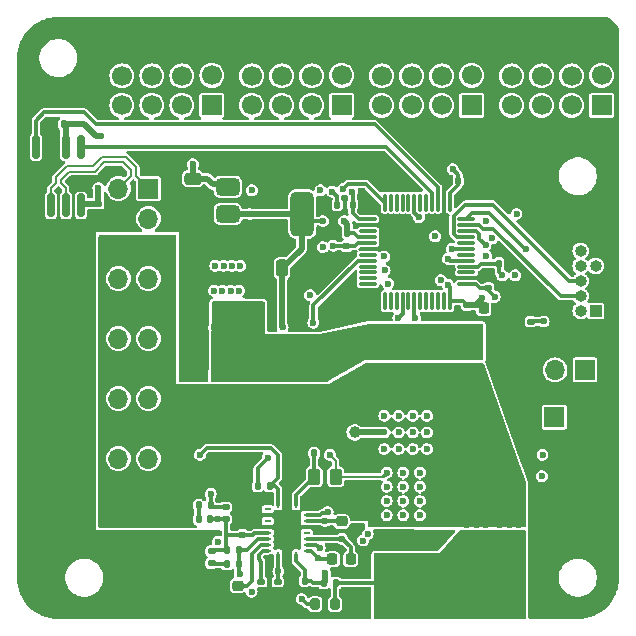
<source format=gbr>
%TF.GenerationSoftware,KiCad,Pcbnew,8.0.8*%
%TF.CreationDate,2025-03-05T15:18:31-05:00*%
%TF.ProjectId,V2.0,56322e30-2e6b-4696-9361-645f70636258,rev?*%
%TF.SameCoordinates,Original*%
%TF.FileFunction,Copper,L4,Bot*%
%TF.FilePolarity,Positive*%
%FSLAX46Y46*%
G04 Gerber Fmt 4.6, Leading zero omitted, Abs format (unit mm)*
G04 Created by KiCad (PCBNEW 8.0.8) date 2025-03-05 15:18:31*
%MOMM*%
%LPD*%
G01*
G04 APERTURE LIST*
G04 Aperture macros list*
%AMRoundRect*
0 Rectangle with rounded corners*
0 $1 Rounding radius*
0 $2 $3 $4 $5 $6 $7 $8 $9 X,Y pos of 4 corners*
0 Add a 4 corners polygon primitive as box body*
4,1,4,$2,$3,$4,$5,$6,$7,$8,$9,$2,$3,0*
0 Add four circle primitives for the rounded corners*
1,1,$1+$1,$2,$3*
1,1,$1+$1,$4,$5*
1,1,$1+$1,$6,$7*
1,1,$1+$1,$8,$9*
0 Add four rect primitives between the rounded corners*
20,1,$1+$1,$2,$3,$4,$5,0*
20,1,$1+$1,$4,$5,$6,$7,0*
20,1,$1+$1,$6,$7,$8,$9,0*
20,1,$1+$1,$8,$9,$2,$3,0*%
G04 Aperture macros list end*
%TA.AperFunction,SMDPad,CuDef*%
%ADD10RoundRect,0.135000X0.135000X0.185000X-0.135000X0.185000X-0.135000X-0.185000X0.135000X-0.185000X0*%
%TD*%
%TA.AperFunction,SMDPad,CuDef*%
%ADD11RoundRect,0.135000X-0.185000X0.135000X-0.185000X-0.135000X0.185000X-0.135000X0.185000X0.135000X0*%
%TD*%
%TA.AperFunction,SMDPad,CuDef*%
%ADD12C,1.000000*%
%TD*%
%TA.AperFunction,ComponentPad*%
%ADD13R,1.700000X1.700000*%
%TD*%
%TA.AperFunction,ComponentPad*%
%ADD14C,1.700000*%
%TD*%
%TA.AperFunction,ComponentPad*%
%ADD15O,1.700000X1.700000*%
%TD*%
%TA.AperFunction,ComponentPad*%
%ADD16O,1.000000X1.000000*%
%TD*%
%TA.AperFunction,ComponentPad*%
%ADD17R,1.000000X1.000000*%
%TD*%
%TA.AperFunction,SMDPad,CuDef*%
%ADD18RoundRect,0.135000X0.185000X-0.135000X0.185000X0.135000X-0.185000X0.135000X-0.185000X-0.135000X0*%
%TD*%
%TA.AperFunction,SMDPad,CuDef*%
%ADD19RoundRect,0.225000X-0.225000X-0.250000X0.225000X-0.250000X0.225000X0.250000X-0.225000X0.250000X0*%
%TD*%
%TA.AperFunction,SMDPad,CuDef*%
%ADD20RoundRect,0.140000X0.140000X0.170000X-0.140000X0.170000X-0.140000X-0.170000X0.140000X-0.170000X0*%
%TD*%
%TA.AperFunction,SMDPad,CuDef*%
%ADD21RoundRect,0.140000X-0.170000X0.140000X-0.170000X-0.140000X0.170000X-0.140000X0.170000X0.140000X0*%
%TD*%
%TA.AperFunction,SMDPad,CuDef*%
%ADD22RoundRect,0.225000X0.250000X-0.225000X0.250000X0.225000X-0.250000X0.225000X-0.250000X-0.225000X0*%
%TD*%
%TA.AperFunction,SMDPad,CuDef*%
%ADD23RoundRect,0.135000X-0.135000X-0.185000X0.135000X-0.185000X0.135000X0.185000X-0.135000X0.185000X0*%
%TD*%
%TA.AperFunction,SMDPad,CuDef*%
%ADD24RoundRect,0.150000X-0.150000X0.825000X-0.150000X-0.825000X0.150000X-0.825000X0.150000X0.825000X0*%
%TD*%
%TA.AperFunction,SMDPad,CuDef*%
%ADD25RoundRect,0.250000X-0.650000X0.325000X-0.650000X-0.325000X0.650000X-0.325000X0.650000X0.325000X0*%
%TD*%
%TA.AperFunction,SMDPad,CuDef*%
%ADD26RoundRect,0.140000X-0.140000X-0.170000X0.140000X-0.170000X0.140000X0.170000X-0.140000X0.170000X0*%
%TD*%
%TA.AperFunction,SMDPad,CuDef*%
%ADD27RoundRect,0.375000X-0.625000X-0.375000X0.625000X-0.375000X0.625000X0.375000X-0.625000X0.375000X0*%
%TD*%
%TA.AperFunction,SMDPad,CuDef*%
%ADD28RoundRect,0.500000X-0.500000X-1.400000X0.500000X-1.400000X0.500000X1.400000X-0.500000X1.400000X0*%
%TD*%
%TA.AperFunction,ComponentPad*%
%ADD29C,0.499999*%
%TD*%
%TA.AperFunction,SMDPad,CuDef*%
%ADD30R,1.699999X2.700000*%
%TD*%
%TA.AperFunction,SMDPad,CuDef*%
%ADD31R,0.249999X0.599999*%
%TD*%
%TA.AperFunction,SMDPad,CuDef*%
%ADD32R,0.599999X0.249999*%
%TD*%
%TA.AperFunction,SMDPad,CuDef*%
%ADD33RoundRect,0.075000X0.075000X-0.662500X0.075000X0.662500X-0.075000X0.662500X-0.075000X-0.662500X0*%
%TD*%
%TA.AperFunction,SMDPad,CuDef*%
%ADD34RoundRect,0.075000X0.662500X-0.075000X0.662500X0.075000X-0.662500X0.075000X-0.662500X-0.075000X0*%
%TD*%
%TA.AperFunction,SMDPad,CuDef*%
%ADD35RoundRect,0.200000X0.200000X0.275000X-0.200000X0.275000X-0.200000X-0.275000X0.200000X-0.275000X0*%
%TD*%
%TA.AperFunction,SMDPad,CuDef*%
%ADD36RoundRect,0.250000X0.650000X-0.325000X0.650000X0.325000X-0.650000X0.325000X-0.650000X-0.325000X0*%
%TD*%
%TA.AperFunction,SMDPad,CuDef*%
%ADD37RoundRect,0.250000X-0.475000X0.250000X-0.475000X-0.250000X0.475000X-0.250000X0.475000X0.250000X0*%
%TD*%
%TA.AperFunction,SMDPad,CuDef*%
%ADD38RoundRect,0.250000X-0.262500X-0.450000X0.262500X-0.450000X0.262500X0.450000X-0.262500X0.450000X0*%
%TD*%
%TA.AperFunction,SMDPad,CuDef*%
%ADD39RoundRect,0.250000X0.250000X0.475000X-0.250000X0.475000X-0.250000X-0.475000X0.250000X-0.475000X0*%
%TD*%
%TA.AperFunction,SMDPad,CuDef*%
%ADD40RoundRect,0.225000X0.225000X0.250000X-0.225000X0.250000X-0.225000X-0.250000X0.225000X-0.250000X0*%
%TD*%
%TA.AperFunction,SMDPad,CuDef*%
%ADD41RoundRect,0.140000X0.170000X-0.140000X0.170000X0.140000X-0.170000X0.140000X-0.170000X-0.140000X0*%
%TD*%
%TA.AperFunction,ViaPad*%
%ADD42C,0.600000*%
%TD*%
%TA.AperFunction,Conductor*%
%ADD43C,0.300000*%
%TD*%
%TA.AperFunction,Conductor*%
%ADD44C,0.500000*%
%TD*%
%TA.AperFunction,Conductor*%
%ADD45C,0.200000*%
%TD*%
G04 APERTURE END LIST*
D10*
%TO.P,R11,1*%
%TO.N,Net-(D6-K)*%
X140610000Y-51400000D03*
%TO.P,R11,2*%
%TO.N,GND*%
X139590000Y-51400000D03*
%TD*%
D11*
%TO.P,R10,1*%
%TO.N,GND*%
X157000000Y-60290000D03*
%TO.P,R10,2*%
%TO.N,Net-(D5-K)*%
X157000000Y-61310000D03*
%TD*%
D12*
%TO.P,TP18,1,1*%
%TO.N,LO*%
X142100000Y-70700000D03*
%TD*%
D13*
%TO.P,J6,1*%
%TO.N,CH0*%
X163000000Y-43000000D03*
D14*
%TO.P,J6,2*%
%TO.N,+6VP*%
X163000000Y-40460000D03*
%TO.P,J6,3*%
%TO.N,GND*%
X163000000Y-37920000D03*
%TO.P,J6,4*%
%TO.N,CH1*%
X160460000Y-43000000D03*
%TO.P,J6,5*%
%TO.N,+6VP*%
X160460000Y-40500000D03*
%TO.P,J6,6*%
%TO.N,GND*%
X160460000Y-38000000D03*
%TO.P,J6,7*%
%TO.N,CH2*%
X157920000Y-43000000D03*
%TO.P,J6,8*%
%TO.N,+6VP*%
X157920000Y-40500000D03*
%TO.P,J6,9*%
%TO.N,GND*%
X157920000Y-38000000D03*
%TO.P,J6,10*%
%TO.N,CH3*%
X155380000Y-43000000D03*
%TO.P,J6,11*%
%TO.N,+6VP*%
X155380000Y-40500000D03*
%TO.P,J6,12*%
%TO.N,GND*%
X155380000Y-38000000D03*
%TD*%
D13*
%TO.P,J7,1*%
%TO.N,CH4*%
X152000000Y-43000000D03*
D14*
%TO.P,J7,2*%
%TO.N,+6VP*%
X152000000Y-40460000D03*
%TO.P,J7,3*%
%TO.N,GND*%
X152000000Y-37920000D03*
%TO.P,J7,4*%
%TO.N,CH5*%
X149460000Y-43000000D03*
%TO.P,J7,5*%
%TO.N,+6VP*%
X149460000Y-40500000D03*
%TO.P,J7,6*%
%TO.N,GND*%
X149460000Y-38000000D03*
%TO.P,J7,7*%
%TO.N,CH6*%
X146920000Y-43000000D03*
%TO.P,J7,8*%
%TO.N,+6VP*%
X146920000Y-40500000D03*
%TO.P,J7,9*%
%TO.N,GND*%
X146920000Y-38000000D03*
%TO.P,J7,10*%
%TO.N,CH7*%
X144380000Y-43000000D03*
%TO.P,J7,11*%
%TO.N,+6VP*%
X144380000Y-40500000D03*
%TO.P,J7,12*%
%TO.N,GND*%
X144380000Y-38000000D03*
%TD*%
D13*
%TO.P,J8,1*%
%TO.N,CH8*%
X141000000Y-43000000D03*
D14*
%TO.P,J8,2*%
%TO.N,+6VP*%
X141000000Y-40460000D03*
%TO.P,J8,3*%
%TO.N,GND*%
X141000000Y-37920000D03*
%TO.P,J8,4*%
%TO.N,CH9*%
X138460000Y-43000000D03*
%TO.P,J8,5*%
%TO.N,+6VP*%
X138460000Y-40500000D03*
%TO.P,J8,6*%
%TO.N,GND*%
X138460000Y-38000000D03*
%TO.P,J8,7*%
%TO.N,CH10*%
X135920000Y-43000000D03*
%TO.P,J8,8*%
%TO.N,+6VP*%
X135920000Y-40500000D03*
%TO.P,J8,9*%
%TO.N,GND*%
X135920000Y-38000000D03*
%TO.P,J8,10*%
%TO.N,CH11*%
X133380000Y-43000000D03*
%TO.P,J8,11*%
%TO.N,+6VP*%
X133380000Y-40500000D03*
%TO.P,J8,12*%
%TO.N,GND*%
X133380000Y-38000000D03*
%TD*%
D13*
%TO.P,J9,1*%
%TO.N,CH12*%
X130000000Y-43000000D03*
D14*
%TO.P,J9,2*%
%TO.N,+6VP*%
X130000000Y-40460000D03*
%TO.P,J9,3*%
%TO.N,GND*%
X130000000Y-37920000D03*
%TO.P,J9,4*%
%TO.N,CH13*%
X127460000Y-43000000D03*
%TO.P,J9,5*%
%TO.N,+6VP*%
X127460000Y-40500000D03*
%TO.P,J9,6*%
%TO.N,GND*%
X127460000Y-38000000D03*
%TO.P,J9,7*%
%TO.N,CH14*%
X124920000Y-43000000D03*
%TO.P,J9,8*%
%TO.N,+6VP*%
X124920000Y-40500000D03*
%TO.P,J9,9*%
%TO.N,GND*%
X124920000Y-38000000D03*
%TO.P,J9,10*%
%TO.N,CH15*%
X122380000Y-43000000D03*
%TO.P,J9,11*%
%TO.N,+6VP*%
X122380000Y-40500000D03*
%TO.P,J9,12*%
%TO.N,GND*%
X122380000Y-38000000D03*
%TD*%
D13*
%TO.P,J4,1,Pin_1*%
%TO.N,CAN+*%
X124625000Y-50050000D03*
D15*
%TO.P,J4,2,Pin_2*%
%TO.N,CAN-*%
X122085000Y-50050000D03*
%TO.P,J4,3,Pin_3*%
%TO.N,unconnected-(J4-Pin_3-Pad3)*%
X124625000Y-52590000D03*
%TO.P,J4,4,Pin_4*%
%TO.N,GND*%
X122085000Y-52590000D03*
%TO.P,J4,5,Pin_5*%
X124625000Y-55130000D03*
%TO.P,J4,6,Pin_6*%
X122085000Y-55130000D03*
%TO.P,J4,7,Pin_7*%
%TO.N,+P_BATT*%
X124625000Y-57670000D03*
%TO.P,J4,8,Pin_8*%
X122085000Y-57670000D03*
%TO.P,J4,9,Pin_9*%
%TO.N,GND*%
X124625000Y-60210000D03*
%TO.P,J4,10,Pin_10*%
X122085000Y-60210000D03*
%TO.P,J4,11,Pin_11*%
%TO.N,+P_BATT*%
X124625000Y-62750000D03*
%TO.P,J4,12,Pin_12*%
X122085000Y-62750000D03*
%TO.P,J4,13,Pin_13*%
%TO.N,GND*%
X124625000Y-65290000D03*
%TO.P,J4,14,Pin_14*%
X122085000Y-65290000D03*
%TO.P,J4,15,Pin_15*%
%TO.N,+P_BATT*%
X124625000Y-67830000D03*
%TO.P,J4,16,Pin_16*%
X122085000Y-67830000D03*
%TO.P,J4,17,Pin_17*%
%TO.N,GND*%
X124625000Y-70370000D03*
%TO.P,J4,18,Pin_18*%
X122085000Y-70370000D03*
%TO.P,J4,19,Pin_19*%
%TO.N,+P_BATT*%
X124625000Y-72910000D03*
%TO.P,J4,20,Pin_20*%
X122085000Y-72910000D03*
%TD*%
D13*
%TO.P,J2,1,Pin_1*%
%TO.N,+3.3V*%
X161600000Y-65400000D03*
D15*
%TO.P,J2,2,Pin_2*%
%TO.N,/MCU/BOOT0*%
X159060000Y-65400000D03*
%TD*%
D13*
%TO.P,J1,1,Pin_1*%
%TO.N,NRST*%
X159000000Y-69400000D03*
D15*
%TO.P,J1,2,Pin_2*%
%TO.N,GND*%
X161540000Y-69400000D03*
%TD*%
D16*
%TO.P,J3,10,~{RESET}*%
%TO.N,NRST*%
X161230000Y-55330000D03*
%TO.P,J3,9,GNDDetect*%
%TO.N,GND*%
X162500000Y-55330000D03*
%TO.P,J3,8,NC/TDI*%
%TO.N,unconnected-(J3-NC{slash}TDI-Pad8)*%
X161230000Y-56600000D03*
%TO.P,J3,7,KEY*%
%TO.N,unconnected-(J3-KEY-Pad7)*%
X162500000Y-56600000D03*
%TO.P,J3,6,SWO/TDO*%
%TO.N,SWO*%
X161230000Y-57870000D03*
%TO.P,J3,5,GND*%
%TO.N,GND*%
X162500000Y-57870000D03*
%TO.P,J3,4,SWCLK/TCK*%
%TO.N,/MCU/SWCLK*%
X161230000Y-59140000D03*
%TO.P,J3,3,GND*%
%TO.N,GND*%
X162500000Y-59140000D03*
%TO.P,J3,2,SWDIO/TMS*%
%TO.N,/MCU/SWDIO*%
X161230000Y-60410000D03*
D17*
%TO.P,J3,1,VTref*%
%TO.N,+3.3V*%
X162500000Y-60410000D03*
%TD*%
D18*
%TO.P,RRT1,1*%
%TO.N,GND*%
X134185000Y-84360001D03*
%TO.P,RRT1,2*%
%TO.N,Net-(U5-RT)*%
X134185000Y-83340001D03*
%TD*%
D19*
%TO.P,C1,1*%
%TO.N,+3.3V*%
X153025000Y-60200000D03*
%TO.P,C1,2*%
%TO.N,GND*%
X154575000Y-60200000D03*
%TD*%
D20*
%TO.P,Cilim1,1*%
%TO.N,/Power/ILIM*%
X138665000Y-72450001D03*
%TO.P,Cilim1,2*%
%TO.N,GND*%
X137705000Y-72450001D03*
%TD*%
%TO.P,Cvin1,1*%
%TO.N,VIN*%
X137865000Y-83250001D03*
%TO.P,Cvin1,2*%
%TO.N,GND*%
X136905000Y-83250001D03*
%TD*%
%TO.P,C8,1*%
%TO.N,+3.3VA*%
X141480000Y-53800000D03*
%TO.P,C8,2*%
%TO.N,GND*%
X140520000Y-53800000D03*
%TD*%
D11*
%TO.P,RUV2,1*%
%TO.N,EN*%
X135585000Y-83340001D03*
%TO.P,RUV2,2*%
%TO.N,GND*%
X135585000Y-84360001D03*
%TD*%
D21*
%TO.P,C4,1*%
%TO.N,+3.3V*%
X151600000Y-59920000D03*
%TO.P,C4,2*%
%TO.N,GND*%
X151600000Y-60880000D03*
%TD*%
D20*
%TO.P,CC1,1*%
%TO.N,comp*%
X132265000Y-81850001D03*
%TO.P,CC1,2*%
%TO.N,Net-(CC1-Pad2)*%
X131305000Y-81850001D03*
%TD*%
D22*
%TO.P,CSS1,1*%
%TO.N,GND*%
X132185000Y-85225001D03*
%TO.P,CSS1,2*%
%TO.N,/Power/SS_TRK*%
X132185000Y-83675001D03*
%TD*%
D18*
%TO.P,RFB1,1*%
%TO.N,FB_*%
X131185000Y-78050001D03*
%TO.P,RFB1,2*%
%TO.N,+6V*%
X131185000Y-77030001D03*
%TD*%
D23*
%TO.P,RC2,1*%
%TO.N,Net-(CC3-Pad2)*%
X128875000Y-76850001D03*
%TO.P,RC2,2*%
%TO.N,+6V*%
X129895000Y-76850001D03*
%TD*%
D10*
%TO.P,Rin1,1*%
%TO.N,+P_BATT*%
X140495000Y-83450001D03*
%TO.P,Rin1,2*%
%TO.N,VIN*%
X139475000Y-83450001D03*
%TD*%
D24*
%TO.P,U3,1,TXD*%
%TO.N,FDCAN_TX*%
X115095000Y-46525000D03*
%TO.P,U3,2,GND*%
%TO.N,GND*%
X116365000Y-46525000D03*
%TO.P,U3,3,VCC*%
%TO.N,+5V*%
X117635000Y-46525000D03*
%TO.P,U3,4,RXD*%
%TO.N,FDCAN_RX*%
X118905000Y-46525000D03*
%TO.P,U3,5,VIO*%
%TO.N,+3.3V*%
X118905000Y-51475000D03*
%TO.P,U3,6,CANL*%
%TO.N,CAN-*%
X117635000Y-51475000D03*
%TO.P,U3,7,CANH*%
%TO.N,CAN+*%
X116365000Y-51475000D03*
%TO.P,U3,8,STB*%
%TO.N,GND*%
X115095000Y-51475000D03*
%TD*%
D21*
%TO.P,C5,1*%
%TO.N,+3.3V*%
X141400000Y-54920000D03*
%TO.P,C5,2*%
%TO.N,GND*%
X141400000Y-55880000D03*
%TD*%
D25*
%TO.P,COUT1,1*%
%TO.N,+6V*%
X144855000Y-63245000D03*
%TO.P,COUT1,2*%
%TO.N,GND*%
X144855000Y-66195000D03*
%TD*%
D26*
%TO.P,C6,1*%
%TO.N,+3.3V*%
X141920000Y-51400000D03*
%TO.P,C6,2*%
%TO.N,GND*%
X142880000Y-51400000D03*
%TD*%
D23*
%TO.P,R1,1*%
%TO.N,/MCU/BOOT0*%
X154290000Y-56400000D03*
%TO.P,R1,2*%
%TO.N,GND*%
X155310000Y-56400000D03*
%TD*%
D27*
%TO.P,U4,1,GND*%
%TO.N,GND*%
X131350000Y-54500000D03*
%TO.P,U4,2,VO*%
%TO.N,+5V*%
X131350000Y-52200000D03*
D28*
X137650000Y-52200000D03*
D27*
%TO.P,U4,3,VI*%
%TO.N,+6VP*%
X131350000Y-49900000D03*
%TD*%
D29*
%TO.P,U5,21,EP*%
%TO.N,GND*%
X136984999Y-78950001D03*
X136385000Y-80050001D03*
D30*
X136385000Y-78950001D03*
D29*
X136385000Y-77850001D03*
X135785001Y-78950001D03*
D31*
%TO.P,U5,20,VIN*%
%TO.N,VIN*%
X137135001Y-81100002D03*
D32*
%TO.P,U5,19,SW*%
%TO.N,SW_*%
X138034999Y-80700003D03*
%TO.P,U5,18,HO*%
%TO.N,HO*%
X138034999Y-80200001D03*
%TO.P,U5,17,BST*%
%TO.N,BST*%
X138034999Y-79700002D03*
%TO.P,U5,16,NC*%
%TO.N,unconnected-(U5-NC-Pad16)*%
X138034999Y-79200003D03*
%TO.P,U5,15,EP*%
%TO.N,GND*%
X138034999Y-78700001D03*
%TO.P,U5,14,VCC*%
%TO.N,Net-(U5-VCC)*%
X138034999Y-78200003D03*
%TO.P,U5,13,LO*%
%TO.N,LO*%
X138034999Y-77700001D03*
%TO.P,U5,12,PGND*%
%TO.N,GND*%
X138034999Y-77200002D03*
D31*
%TO.P,U5,11,ILIM*%
%TO.N,/Power/ILIM*%
X137135001Y-76800000D03*
%TO.P,U5,10,PGOOD*%
%TO.N,PGOOD*%
X135634999Y-76800000D03*
D32*
%TO.P,U5,9,NC*%
%TO.N,unconnected-(U5-NC-Pad9)*%
X134735001Y-77200002D03*
%TO.P,U5,8,SYNCIN*%
%TO.N,GND*%
X134735001Y-77700001D03*
%TO.P,U5,7,SYNCOUT*%
%TO.N,unconnected-(U5-SYNCOUT-Pad7)*%
X134735001Y-78200000D03*
%TO.P,U5,6,AGND*%
%TO.N,GND*%
X134735001Y-78699999D03*
%TO.P,U5,5,FB*%
%TO.N,FB_*%
X134735001Y-79200001D03*
%TO.P,U5,4,COMP*%
%TO.N,comp*%
X134735001Y-79699999D03*
%TO.P,U5,3,SS_TRK*%
%TO.N,/Power/SS_TRK*%
X134735001Y-80200001D03*
%TO.P,U5,2,RT*%
%TO.N,Net-(U5-RT)*%
X134735001Y-80700000D03*
D31*
%TO.P,U5,1,EN_UVLO*%
%TO.N,EN*%
X135634999Y-81100002D03*
%TD*%
D33*
%TO.P,U1,1,VBAT*%
%TO.N,+3.3V*%
X150150000Y-59562500D03*
%TO.P,U1,2,PC13*%
%TO.N,unconnected-(U1-PC13-Pad2)*%
X149650000Y-59562500D03*
%TO.P,U1,3,PC14*%
%TO.N,unconnected-(U1-PC14-Pad3)*%
X149150000Y-59562500D03*
%TO.P,U1,4,PC15*%
%TO.N,unconnected-(U1-PC15-Pad4)*%
X148650000Y-59562500D03*
%TO.P,U1,5,PF0*%
%TO.N,unconnected-(U1-PF0-Pad5)*%
X148150000Y-59562500D03*
%TO.P,U1,6,PF1*%
%TO.N,unconnected-(U1-PF1-Pad6)*%
X147650000Y-59562500D03*
%TO.P,U1,7,PG10*%
%TO.N,NRST*%
X147150000Y-59562500D03*
%TO.P,U1,8,PA0*%
%TO.N,unconnected-(U1-PA0-Pad8)*%
X146650000Y-59562500D03*
%TO.P,U1,9,PA1*%
%TO.N,CSA_OUT*%
X146150000Y-59562500D03*
%TO.P,U1,10,PA2*%
%TO.N,unconnected-(U1-PA2-Pad10)*%
X145650000Y-59562500D03*
%TO.P,U1,11,PA3*%
%TO.N,unconnected-(U1-PA3-Pad11)*%
X145150000Y-59562500D03*
%TO.P,U1,12,PA4*%
%TO.N,unconnected-(U1-PA4-Pad12)*%
X144650000Y-59562500D03*
D34*
%TO.P,U1,13,PA5*%
%TO.N,unconnected-(U1-PA5-Pad13)*%
X143237500Y-58150000D03*
%TO.P,U1,14,PA6*%
%TO.N,unconnected-(U1-PA6-Pad14)*%
X143237500Y-57650000D03*
%TO.P,U1,15,PA7*%
%TO.N,unconnected-(U1-PA7-Pad15)*%
X143237500Y-57150000D03*
%TO.P,U1,16,PB0*%
%TO.N,unconnected-(U1-PB0-Pad16)*%
X143237500Y-56650000D03*
%TO.P,U1,17,PB1*%
%TO.N,TEMP*%
X143237500Y-56150000D03*
%TO.P,U1,18,PB2*%
%TO.N,unconnected-(U1-PB2-Pad18)*%
X143237500Y-55650000D03*
%TO.P,U1,19,VSSA*%
%TO.N,GND*%
X143237500Y-55150000D03*
%TO.P,U1,20,VREF+*%
%TO.N,+3.3V*%
X143237500Y-54650000D03*
%TO.P,U1,21,VDDA*%
%TO.N,+3.3VA*%
X143237500Y-54150000D03*
%TO.P,U1,22,PB10*%
%TO.N,unconnected-(U1-PB10-Pad22)*%
X143237500Y-53650000D03*
%TO.P,U1,23,VSS*%
%TO.N,GND*%
X143237500Y-53150000D03*
%TO.P,U1,24,VDD*%
%TO.N,+3.3V*%
X143237500Y-52650000D03*
D33*
%TO.P,U1,25,PB11*%
%TO.N,/MCU/Debug_LED2*%
X144650000Y-51237500D03*
%TO.P,U1,26,PB12*%
%TO.N,unconnected-(U1-PB12-Pad26)*%
X145150000Y-51237500D03*
%TO.P,U1,27,PB13*%
%TO.N,unconnected-(U1-PB13-Pad27)*%
X145650000Y-51237500D03*
%TO.P,U1,28,PB14*%
%TO.N,unconnected-(U1-PB14-Pad28)*%
X146150000Y-51237500D03*
%TO.P,U1,29,PB15*%
%TO.N,unconnected-(U1-PB15-Pad29)*%
X146650000Y-51237500D03*
%TO.P,U1,30,PA8*%
%TO.N,PWM_OE*%
X147150000Y-51237500D03*
%TO.P,U1,31,PA9*%
%TO.N,unconnected-(U1-PA9-Pad31)*%
X147650000Y-51237500D03*
%TO.P,U1,32,PA10*%
%TO.N,unconnected-(U1-PA10-Pad32)*%
X148150000Y-51237500D03*
%TO.P,U1,33,PA11*%
%TO.N,FDCAN_RX*%
X148650000Y-51237500D03*
%TO.P,U1,34,PA12*%
%TO.N,FDCAN_TX*%
X149150000Y-51237500D03*
%TO.P,U1,35,VSS*%
%TO.N,GND*%
X149650000Y-51237500D03*
%TO.P,U1,36,VDD*%
%TO.N,+3.3V*%
X150150000Y-51237500D03*
D34*
%TO.P,U1,37,PA13*%
%TO.N,/MCU/SWDIO*%
X151562500Y-52650000D03*
%TO.P,U1,38,PA14*%
%TO.N,/MCU/SWCLK*%
X151562500Y-53150000D03*
%TO.P,U1,39,PA15*%
%TO.N,PWM_SCL*%
X151562500Y-53650000D03*
%TO.P,U1,40,PB3*%
%TO.N,SWO*%
X151562500Y-54150000D03*
%TO.P,U1,41,PB4*%
%TO.N,unconnected-(U1-PB4-Pad41)*%
X151562500Y-54650000D03*
%TO.P,U1,42,PB5*%
%TO.N,/MCU/Debug_LED1*%
X151562500Y-55150000D03*
%TO.P,U1,43,PB6*%
%TO.N,unconnected-(U1-PB6-Pad43)*%
X151562500Y-55650000D03*
%TO.P,U1,44,PB7*%
%TO.N,PWM_SDA*%
X151562500Y-56150000D03*
%TO.P,U1,45,PB8*%
%TO.N,/MCU/BOOT0*%
X151562500Y-56650000D03*
%TO.P,U1,46,PB9*%
%TO.N,unconnected-(U1-PB9-Pad46)*%
X151562500Y-57150000D03*
%TO.P,U1,47,VSS*%
%TO.N,GND*%
X151562500Y-57650000D03*
%TO.P,U1,48,VDD*%
%TO.N,+3.3V*%
X151562500Y-58150000D03*
%TD*%
D20*
%TO.P,CC3,1*%
%TO.N,FB_*%
X129865000Y-78050001D03*
%TO.P,CC3,2*%
%TO.N,Net-(CC3-Pad2)*%
X128905000Y-78050001D03*
%TD*%
D35*
%TO.P,RUV1,1*%
%TO.N,+P_BATT*%
X140410000Y-85250001D03*
%TO.P,RUV1,2*%
%TO.N,EN*%
X138760000Y-85250001D03*
%TD*%
D36*
%TO.P,CIN4,2*%
%TO.N,GND*%
X155200000Y-77420000D03*
%TO.P,CIN4,1*%
%TO.N,+P_BATT*%
X155200000Y-80370000D03*
%TD*%
D23*
%TO.P,RPGOOD1,1*%
%TO.N,Net-(U5-VCC)*%
X133875000Y-75250001D03*
%TO.P,RPGOOD1,2*%
%TO.N,PGOOD*%
X134895000Y-75250001D03*
%TD*%
D37*
%TO.P,C16,1*%
%TO.N,+6VP*%
X128400000Y-49200000D03*
%TO.P,C16,2*%
%TO.N,GND*%
X128400000Y-51100000D03*
%TD*%
D38*
%TO.P,Rilim1,1*%
%TO.N,/Power/ILIM*%
X138672500Y-74450001D03*
%TO.P,Rilim1,2*%
%TO.N,SW_*%
X140497500Y-74450001D03*
%TD*%
D18*
%TO.P,RC1,1*%
%TO.N,Net-(CC1-Pad2)*%
X129985000Y-81760001D03*
%TO.P,RC1,2*%
%TO.N,FB_*%
X129985000Y-80740001D03*
%TD*%
D11*
%TO.P,RFB2,1*%
%TO.N,GND*%
X132585000Y-78340001D03*
%TO.P,RFB2,2*%
%TO.N,FB_*%
X132585000Y-79360001D03*
%TD*%
D20*
%TO.P,C2,1*%
%TO.N,+3.3V*%
X150880000Y-49400000D03*
%TO.P,C2,2*%
%TO.N,GND*%
X149920000Y-49400000D03*
%TD*%
%TO.P,C14,1*%
%TO.N,+5V*%
X117480000Y-44600000D03*
%TO.P,C14,2*%
%TO.N,GND*%
X116520000Y-44600000D03*
%TD*%
D39*
%TO.P,C17,1*%
%TO.N,+5V*%
X135950000Y-56800000D03*
%TO.P,C17,2*%
%TO.N,GND*%
X134050000Y-56800000D03*
%TD*%
D36*
%TO.P,CIN3,1*%
%TO.N,+P_BATT*%
X152455000Y-80370000D03*
%TO.P,CIN3,2*%
%TO.N,GND*%
X152455000Y-77420000D03*
%TD*%
D22*
%TO.P,CVcc1,1*%
%TO.N,Net-(U5-VCC)*%
X140985000Y-78225001D03*
%TO.P,CVcc1,2*%
%TO.N,GND*%
X140985000Y-76675001D03*
%TD*%
D25*
%TO.P,COUT2,1*%
%TO.N,+6V*%
X147855000Y-63245000D03*
%TO.P,COUT2,2*%
%TO.N,GND*%
X147855000Y-66195000D03*
%TD*%
D40*
%TO.P,CBoot1,1*%
%TO.N,BST*%
X141760000Y-81450001D03*
%TO.P,CBoot1,2*%
%TO.N,SW_*%
X140210000Y-81450001D03*
%TD*%
D20*
%TO.P,CC2,1*%
%TO.N,comp*%
X132265000Y-80650001D03*
%TO.P,CC2,2*%
%TO.N,FB_*%
X131305000Y-80650001D03*
%TD*%
D21*
%TO.P,C15,1*%
%TO.N,+3.3V*%
X120400000Y-51320000D03*
%TO.P,C15,2*%
%TO.N,GND*%
X120400000Y-52280000D03*
%TD*%
D41*
%TO.P,C7,1*%
%TO.N,+3.3V*%
X153400000Y-58480000D03*
%TO.P,C7,2*%
%TO.N,GND*%
X153400000Y-57520000D03*
%TD*%
D42*
%TO.N,Net-(D6-K)*%
X140200000Y-50300000D03*
%TO.N,/MCU/Debug_LED2*%
X141100000Y-50100000D03*
%TO.N,/MCU/Debug_LED1*%
X155700000Y-57400000D03*
X150315102Y-55157729D03*
%TO.N,Net-(D5-K)*%
X158100000Y-61300000D03*
%TO.N,HO*%
X139129443Y-80475204D03*
%TO.N,comp*%
X132354120Y-82665120D03*
%TO.N,FB_*%
X130500000Y-78050001D03*
%TO.N,BST*%
X140999998Y-79699999D03*
%TO.N,PGOOD*%
X129000000Y-72600000D03*
%TO.N,VIN*%
X139600000Y-82600000D03*
%TO.N,+3.3V*%
X141886827Y-50313173D03*
%TO.N,PWM_OE*%
X147540333Y-52474256D03*
%TO.N,GND*%
X129700000Y-47900000D03*
%TO.N,+6VP*%
X128400000Y-48000000D03*
%TO.N,+3.3V*%
X133400000Y-50200000D03*
%TO.N,+5V*%
X120600000Y-45600000D03*
%TO.N,+3.3V*%
X120400000Y-50000000D03*
X158000000Y-72600000D03*
X144900000Y-58100000D03*
X139200000Y-50200000D03*
X138332880Y-59067120D03*
X150400000Y-48400000D03*
X144600000Y-55800000D03*
X140275001Y-54883285D03*
X153740380Y-54259620D03*
X153200000Y-52800000D03*
X149400000Y-57800000D03*
X152850000Y-59328128D03*
X153200000Y-55750000D03*
X150000000Y-58200000D03*
X155800000Y-52200000D03*
X139400000Y-55000000D03*
X144625000Y-56975000D03*
X153950000Y-59200000D03*
%TO.N,GND*%
X153816250Y-75293750D03*
X154616250Y-75293750D03*
X147016250Y-67493750D03*
X142800000Y-59000000D03*
X146216250Y-67493750D03*
X139600000Y-61000000D03*
X149600000Y-54799073D03*
X154616250Y-76093750D03*
X149825000Y-53475000D03*
X151616250Y-78493750D03*
X151416250Y-74493750D03*
X150216250Y-67493750D03*
X152216250Y-76093750D03*
X155800000Y-60200000D03*
X151816250Y-65093750D03*
X147816250Y-65093750D03*
X152616250Y-65093750D03*
X151816250Y-68193750D03*
X141200000Y-58400000D03*
X146816250Y-65093750D03*
X148816250Y-65093750D03*
X134200000Y-55000000D03*
X151416250Y-73693750D03*
X155416250Y-76093750D03*
X153216250Y-78493750D03*
X156200000Y-75293750D03*
X151816250Y-68893750D03*
X155416250Y-75293750D03*
X151816250Y-70493750D03*
X152616250Y-66693750D03*
X135000000Y-55000000D03*
X156016250Y-78493750D03*
X148616250Y-67493750D03*
X145816250Y-65093750D03*
X150600000Y-46975000D03*
X151016250Y-67493750D03*
X151416250Y-75293750D03*
X152616250Y-69693750D03*
X137234998Y-80300001D03*
X147816250Y-67493750D03*
X152616250Y-68193750D03*
X152216250Y-72093750D03*
X147400000Y-57000000D03*
X150000000Y-61000000D03*
X152616250Y-67493750D03*
X151416250Y-76093750D03*
X144616250Y-67493750D03*
X152616250Y-71293750D03*
X152616250Y-65893750D03*
X152216250Y-75293750D03*
X153016250Y-75293750D03*
X136400000Y-84400000D03*
X164102500Y-77000000D03*
X152216250Y-74493750D03*
X152616250Y-68893750D03*
X143816250Y-65093750D03*
X131400000Y-82700000D03*
X154416250Y-78493750D03*
X152416250Y-78493750D03*
X143816250Y-67493750D03*
X145416250Y-67493750D03*
X164102500Y-73400000D03*
X151816250Y-71293750D03*
X156200000Y-76093750D03*
X153016250Y-76093750D03*
X151816250Y-67493750D03*
X151416250Y-72093750D03*
X135150000Y-59050000D03*
X162000000Y-79200000D03*
X148600000Y-58000000D03*
X164102500Y-75200000D03*
X155216250Y-78493750D03*
X144816250Y-65093750D03*
X153816250Y-76093750D03*
X150816250Y-65093750D03*
X147374385Y-53340370D03*
X152216250Y-73693750D03*
X151416250Y-72893750D03*
X152216250Y-72893750D03*
X149816250Y-65093750D03*
X151816250Y-69693750D03*
X149416250Y-67493750D03*
X152616250Y-70493750D03*
%TO.N,NRST*%
X147200000Y-61000000D03*
%TO.N,+3.3VA*%
X141200000Y-52800000D03*
%TO.N,+5V*%
X130535000Y-79967845D03*
X133200000Y-52200000D03*
X136000000Y-61800000D03*
X139400000Y-52800000D03*
X157952500Y-74400000D03*
%TO.N,+6V*%
X143816250Y-61993750D03*
X132600000Y-60500000D03*
X148816250Y-64293750D03*
X152616250Y-61993750D03*
X131600000Y-61800000D03*
X151816250Y-61993750D03*
X150216250Y-61993750D03*
X143816250Y-64293750D03*
X152616250Y-62693750D03*
X132600000Y-61200000D03*
X151816250Y-64293750D03*
X133000000Y-61800000D03*
X129900000Y-75900000D03*
X145816250Y-64293750D03*
X144616250Y-61993750D03*
X147816250Y-64293750D03*
X152616250Y-63493750D03*
X148616250Y-61993750D03*
X150816250Y-64293750D03*
X147016250Y-61993750D03*
X145416250Y-61993750D03*
X147816250Y-61993750D03*
X146216250Y-61993750D03*
X149416250Y-61993750D03*
X130200000Y-61800000D03*
X144816250Y-64293750D03*
X132300000Y-61800000D03*
X133700000Y-61800000D03*
X146816250Y-64293750D03*
X151016250Y-61993750D03*
X132600000Y-59800000D03*
X152616250Y-64293750D03*
X130900000Y-61800000D03*
X149816250Y-64293750D03*
%TO.N,TEMP*%
X133365158Y-84199123D03*
X138600000Y-61400000D03*
%TO.N,SW_*%
X146210000Y-75300000D03*
X146210000Y-74100000D03*
X147610000Y-74100000D03*
X146210000Y-77700000D03*
X144810000Y-75300000D03*
X144810000Y-76500000D03*
X146210000Y-76500000D03*
X144810000Y-77700000D03*
X147610000Y-77700000D03*
X147610000Y-75300000D03*
X144810000Y-74100000D03*
X140000000Y-72600000D03*
X139022500Y-81287500D03*
X147610000Y-76500000D03*
%TO.N,+P_BATT*%
X144710000Y-83600000D03*
X151610000Y-79300000D03*
X153210000Y-79300000D03*
X152610000Y-82500000D03*
X155010000Y-82500000D03*
X144710000Y-85000000D03*
X150810000Y-86100000D03*
X154410000Y-79300000D03*
X155810000Y-81700000D03*
X147110000Y-85000000D03*
X145910000Y-83600000D03*
X149810000Y-83700000D03*
X150810000Y-84500000D03*
X153410000Y-82500000D03*
X156010000Y-79300000D03*
X148310000Y-83600000D03*
X147110000Y-82200000D03*
X153410000Y-81700000D03*
X155210000Y-79300000D03*
X150810000Y-83700000D03*
X148310000Y-85000000D03*
X154210000Y-82500000D03*
X149810000Y-84500000D03*
X150810000Y-82100000D03*
X144710000Y-82200000D03*
X149810000Y-86100000D03*
X152410000Y-79300000D03*
X147110000Y-83600000D03*
X151810000Y-82500000D03*
X150810000Y-82900000D03*
X149810000Y-82100000D03*
X145910000Y-82200000D03*
X152610000Y-81700000D03*
X145910000Y-85000000D03*
X149810000Y-85300000D03*
X150810000Y-85300000D03*
X151810000Y-81700000D03*
X147110000Y-86100000D03*
X155010000Y-81700000D03*
X154210000Y-81700000D03*
X148310000Y-86100000D03*
X155810000Y-82500000D03*
X149810000Y-82900000D03*
X148310000Y-82200000D03*
X145910000Y-86100000D03*
X144710000Y-86100000D03*
%TO.N,Net-(U5-VCC)*%
X139585000Y-78200003D03*
X134716250Y-72893750D03*
%TO.N,LO*%
X147010000Y-72100000D03*
X145810000Y-69300000D03*
X147010000Y-69300000D03*
X139800866Y-77429675D03*
X148210000Y-70700000D03*
X144610000Y-70700000D03*
X144610000Y-69300000D03*
X145810000Y-70700000D03*
X147010000Y-70700000D03*
X144610000Y-72100000D03*
X148210000Y-69300000D03*
X148210000Y-72100000D03*
X145810000Y-72100000D03*
%TO.N,/MCU/BOOT0*%
X154600000Y-57400000D03*
%TO.N,/MCU/SWDIO*%
X156600000Y-55200000D03*
%TO.N,PWM_SDA*%
X150000000Y-56000000D03*
%TO.N,PWM_SCL*%
X148900000Y-54100000D03*
X153174693Y-54825307D03*
%TO.N,EN*%
X137600000Y-84800000D03*
X135634999Y-82450001D03*
%TO.N,CSA_OUT*%
X145800000Y-61000000D03*
%TO.N,+6VP*%
X132300000Y-58700000D03*
X130900000Y-58700000D03*
X132400000Y-56600000D03*
X131000000Y-56600000D03*
X130300000Y-56600000D03*
X131600000Y-58700000D03*
X131700000Y-56600000D03*
X130200000Y-58700000D03*
%TO.N,HO*%
X143200000Y-79300000D03*
X142810000Y-79850000D03*
%TD*%
D43*
%TO.N,BST*%
X139900000Y-79700002D02*
X140999995Y-79700002D01*
X140999995Y-79700002D02*
X140999998Y-79699999D01*
%TO.N,/MCU/SWCLK*%
X159540000Y-59140000D02*
X161230000Y-59140000D01*
X152930761Y-53450000D02*
X153850000Y-53450000D01*
X153850000Y-53450000D02*
X159540000Y-59140000D01*
X152630761Y-53150000D02*
X152930761Y-53450000D01*
X151562500Y-53150000D02*
X152630761Y-53150000D01*
%TO.N,SWO*%
X160270000Y-57870000D02*
X161230000Y-57870000D01*
X153800000Y-51400000D02*
X160270000Y-57870000D01*
X150475000Y-53903120D02*
X150475000Y-52396880D01*
X150475000Y-52396880D02*
X151471880Y-51400000D01*
X151471880Y-51400000D02*
X153800000Y-51400000D01*
X150721880Y-54150000D02*
X150475000Y-53903120D01*
X151562500Y-54150000D02*
X150721880Y-54150000D01*
%TO.N,Net-(D6-K)*%
X140610000Y-50710000D02*
X140200000Y-50300000D01*
X140610000Y-51400000D02*
X140610000Y-50710000D01*
%TO.N,/MCU/Debug_LED2*%
X141536827Y-49663173D02*
X141100000Y-50100000D01*
X143075673Y-49663173D02*
X141536827Y-49663173D01*
X144650000Y-51237500D02*
X143075673Y-49663173D01*
%TO.N,/MCU/Debug_LED1*%
X150322831Y-55150000D02*
X150315102Y-55157729D01*
X151562500Y-55150000D02*
X150322831Y-55150000D01*
%TO.N,Net-(D5-K)*%
X157010000Y-61300000D02*
X157000000Y-61310000D01*
X158100000Y-61300000D02*
X157010000Y-61300000D01*
%TO.N,HO*%
X138854240Y-80200001D02*
X138034999Y-80200001D01*
X139129443Y-80475204D02*
X138854240Y-80200001D01*
%TO.N,comp*%
X132265000Y-81850001D02*
X132265000Y-82576000D01*
X132265000Y-82576000D02*
X132354120Y-82665120D01*
%TO.N,FB_*%
X129865000Y-78050001D02*
X131185000Y-78050001D01*
D44*
%TO.N,LO*%
X142100000Y-70700000D02*
X144610000Y-70700000D01*
D43*
%TO.N,BST*%
X139900000Y-79700002D02*
X141035001Y-79700002D01*
X138034999Y-79700002D02*
X139900000Y-79700002D01*
%TO.N,PGOOD*%
X129600000Y-72000000D02*
X129000000Y-72600000D01*
X135600000Y-72600000D02*
X135000000Y-72000000D01*
X135000000Y-72000000D02*
X129600000Y-72000000D01*
X135600000Y-74545001D02*
X135600000Y-72600000D01*
X134895000Y-75250001D02*
X135600000Y-74545001D01*
%TO.N,EN*%
X137600000Y-84800000D02*
X138050001Y-85250001D01*
X138050001Y-85250001D02*
X138760000Y-85250001D01*
D44*
%TO.N,VIN*%
X139600000Y-83325001D02*
X139475000Y-83450001D01*
X139600000Y-82600000D02*
X139600000Y-83325001D01*
%TO.N,+5V*%
X133200000Y-52200000D02*
X131350000Y-52200000D01*
D43*
%TO.N,+3.3V*%
X141920000Y-50346346D02*
X141920000Y-51400000D01*
X141886827Y-50313173D02*
X141920000Y-50346346D01*
D44*
%TO.N,+5V*%
X119200000Y-44600000D02*
X117480000Y-44600000D01*
X120200000Y-45600000D02*
X119200000Y-44600000D01*
X120600000Y-45600000D02*
X120200000Y-45600000D01*
D43*
%TO.N,PWM_OE*%
X147150000Y-52078120D02*
X147150000Y-51237500D01*
X147540333Y-52474256D02*
X147540333Y-52468453D01*
X147540333Y-52468453D02*
X147150000Y-52078120D01*
D44*
%TO.N,+5V*%
X137600000Y-55150000D02*
X137600000Y-52250000D01*
X135950000Y-56800000D02*
X137600000Y-55150000D01*
X137600000Y-52250000D02*
X137650000Y-52200000D01*
%TO.N,+6VP*%
X128400000Y-49200000D02*
X128400000Y-48000000D01*
%TO.N,+5V*%
X133200000Y-52200000D02*
X137650000Y-52200000D01*
D43*
%TO.N,FDCAN_TX*%
X119200000Y-43600000D02*
X115800000Y-43600000D01*
X115800000Y-43600000D02*
X115095000Y-44305000D01*
X120200000Y-44600000D02*
X119200000Y-43600000D01*
X143800000Y-44600000D02*
X120200000Y-44600000D01*
X149150000Y-49950000D02*
X143800000Y-44600000D01*
X115095000Y-44305000D02*
X115095000Y-46525000D01*
X149150000Y-51237500D02*
X149150000Y-49950000D01*
D44*
%TO.N,+3.3V*%
X120400000Y-51320000D02*
X120400000Y-50000000D01*
D45*
%TO.N,CAN-*%
X123129999Y-48448199D02*
X123129999Y-49005001D01*
X120893200Y-47825000D02*
X122506800Y-47825000D01*
X123129999Y-49005001D02*
X122085000Y-50050000D01*
X120093200Y-48625000D02*
X120893200Y-47825000D01*
X117893200Y-48625000D02*
X120093200Y-48625000D01*
X122506800Y-47825000D02*
X123129999Y-48448199D01*
X117225000Y-49293200D02*
X117893200Y-48625000D01*
X117225000Y-49602499D02*
X117225000Y-49293200D01*
X117635000Y-50012499D02*
X117225000Y-49602499D01*
X117635000Y-51475000D02*
X117635000Y-50012499D01*
%TO.N,CAN+*%
X123580001Y-48261801D02*
X123580001Y-49005001D01*
X123580001Y-49005001D02*
X124625000Y-50050000D01*
X119906800Y-48175000D02*
X120706800Y-47375000D01*
X120706800Y-47375000D02*
X122693200Y-47375000D01*
X117706800Y-48175000D02*
X119906800Y-48175000D01*
X122693200Y-47375000D02*
X123580001Y-48261801D01*
X116365000Y-51475000D02*
X116365000Y-50012499D01*
X116775000Y-49602499D02*
X116775000Y-49106800D01*
X116775000Y-49106800D02*
X117706800Y-48175000D01*
X116365000Y-50012499D02*
X116775000Y-49602499D01*
D44*
%TO.N,+3.3V*%
X119060000Y-51320000D02*
X118905000Y-51475000D01*
X120400000Y-51320000D02*
X119060000Y-51320000D01*
D43*
%TO.N,FDCAN_RX*%
X144778120Y-46525000D02*
X118905000Y-46525000D01*
X148650000Y-50396880D02*
X144778120Y-46525000D01*
X148650000Y-51237500D02*
X148650000Y-50396880D01*
D44*
%TO.N,+5V*%
X117635000Y-44755000D02*
X117480000Y-44600000D01*
X117635000Y-46525000D02*
X117635000Y-44755000D01*
D43*
%TO.N,+3.3V*%
X150150000Y-58350000D02*
X150000000Y-58200000D01*
X150150000Y-59562500D02*
X150150000Y-58350000D01*
X150150000Y-50450000D02*
X150880000Y-49720000D01*
X151562500Y-58150000D02*
X152350000Y-58150000D01*
D44*
X152745000Y-59920000D02*
X152345000Y-59920000D01*
D43*
X153400000Y-58650000D02*
X153400000Y-58480000D01*
X150880000Y-49720000D02*
X150880000Y-49400000D01*
X142126880Y-54920000D02*
X141400000Y-54920000D01*
D44*
X153025000Y-60400000D02*
X153025000Y-60200000D01*
X152345000Y-59920000D02*
X151600000Y-59920000D01*
D43*
X141920000Y-52120000D02*
X141920000Y-51400000D01*
X150150000Y-51237500D02*
X150150000Y-50450000D01*
D44*
X152345000Y-59920000D02*
X152850000Y-59415000D01*
X152850000Y-59415000D02*
X152850000Y-59328128D01*
D43*
X140275001Y-54883285D02*
X140311716Y-54920000D01*
X150150000Y-59562500D02*
X151242500Y-59562500D01*
X142450000Y-52650000D02*
X141920000Y-52120000D01*
X151242500Y-59562500D02*
X151600000Y-59920000D01*
X150880000Y-49400000D02*
X150880000Y-48880000D01*
X140311716Y-54920000D02*
X141400000Y-54920000D01*
X152680000Y-58480000D02*
X153400000Y-58480000D01*
X142396880Y-54650000D02*
X142126880Y-54920000D01*
X143237500Y-52650000D02*
X142450000Y-52650000D01*
X143237500Y-54650000D02*
X142396880Y-54650000D01*
D44*
X153025000Y-60200000D02*
X152745000Y-59920000D01*
D43*
X150880000Y-48880000D02*
X150400000Y-48400000D01*
X153950000Y-59200000D02*
X153400000Y-58650000D01*
X152350000Y-58150000D02*
X152680000Y-58480000D01*
%TO.N,GND*%
X133675000Y-78340001D02*
X132585000Y-78340001D01*
X134034998Y-78699999D02*
X133675000Y-78340001D01*
D44*
X154575000Y-60200000D02*
X155800000Y-60200000D01*
D43*
X152403120Y-57650000D02*
X152533120Y-57520000D01*
X151562500Y-57650000D02*
X152403120Y-57650000D01*
X134735001Y-78699999D02*
X134034998Y-78699999D01*
X152533120Y-57520000D02*
X153400000Y-57520000D01*
%TO.N,NRST*%
X147150000Y-60950000D02*
X147200000Y-61000000D01*
X147150000Y-59562500D02*
X147150000Y-60950000D01*
D44*
%TO.N,+3.3VA*%
X141200000Y-52800000D02*
X141480000Y-53080000D01*
X141480000Y-53080000D02*
X141480000Y-53800000D01*
D43*
X142046880Y-53800000D02*
X141480000Y-53800000D01*
X142396880Y-54150000D02*
X142046880Y-53800000D01*
X143237500Y-54150000D02*
X142396880Y-54150000D01*
%TO.N,+5V*%
X139400000Y-52800000D02*
X138250000Y-52800000D01*
X138250000Y-52800000D02*
X137650000Y-52200000D01*
D44*
X135950000Y-61750000D02*
X136000000Y-61800000D01*
X135950000Y-56800000D02*
X135950000Y-61750000D01*
D43*
%TO.N,+6V*%
X129895000Y-75905000D02*
X129900000Y-75900000D01*
X129895000Y-76850001D02*
X129895000Y-75905000D01*
X131185000Y-77030001D02*
X130075000Y-77030001D01*
X130075000Y-77030001D02*
X129895000Y-76850001D01*
%TO.N,TEMP*%
X138600000Y-61400000D02*
X138600000Y-59946880D01*
X142396880Y-56150000D02*
X143237500Y-56150000D01*
X138600000Y-59946880D02*
X142396880Y-56150000D01*
%TO.N,SW_*%
X138435002Y-80700003D02*
X139022500Y-81287500D01*
D45*
X140497500Y-73097500D02*
X140497500Y-74450001D01*
X144459999Y-74450001D02*
X140497500Y-74450001D01*
D43*
X138034999Y-80700003D02*
X138435002Y-80700003D01*
D45*
X140000000Y-72600000D02*
X140497500Y-73097500D01*
D43*
X139022500Y-81287500D02*
X139185000Y-81450001D01*
X139185000Y-81450001D02*
X140210000Y-81450001D01*
D45*
X144810000Y-74100000D02*
X144459999Y-74450001D01*
D43*
%TO.N,comp*%
X132265000Y-81850001D02*
X132265000Y-80650001D01*
X133935000Y-79700001D02*
X134735001Y-79700001D01*
X132985000Y-80650001D02*
X133935000Y-79700001D01*
X132265000Y-80650001D02*
X132985000Y-80650001D01*
%TO.N,Net-(CC1-Pad2)*%
X130075000Y-81850001D02*
X129985000Y-81760001D01*
X131305000Y-81850001D02*
X130075000Y-81850001D01*
%TO.N,FB_*%
X131185000Y-78050001D02*
X131185000Y-79250001D01*
X130075000Y-80650001D02*
X129985000Y-80740001D01*
X133495000Y-79360001D02*
X132585000Y-79360001D01*
X131305000Y-80650001D02*
X130075000Y-80650001D01*
X131185000Y-79250001D02*
X131185000Y-80530001D01*
X134735001Y-79200001D02*
X133635000Y-79200001D01*
X133585000Y-79250001D02*
X133585000Y-79270001D01*
X133635000Y-79200001D02*
X133585000Y-79250001D01*
X131295000Y-79360001D02*
X131185000Y-79250001D01*
X133585000Y-79270001D02*
X133495000Y-79360001D01*
X132585000Y-79360001D02*
X131295000Y-79360001D01*
X131185000Y-80530001D02*
X131305000Y-80650001D01*
%TO.N,Net-(CC3-Pad2)*%
X128875000Y-76850001D02*
X128875000Y-78020001D01*
X128875000Y-78020001D02*
X128905000Y-78050001D01*
%TO.N,/Power/ILIM*%
X137135001Y-75987500D02*
X138672500Y-74450001D01*
X138672500Y-72457501D02*
X138665000Y-72450001D01*
X137135001Y-76800000D02*
X137135001Y-75987500D01*
X138672500Y-74450001D02*
X138672500Y-72457501D01*
%TO.N,+P_BATT*%
X140410000Y-85250001D02*
X140410000Y-83535001D01*
X144560001Y-83450001D02*
X144710000Y-83600000D01*
X140495000Y-83450001D02*
X144560001Y-83450001D01*
X140410000Y-83535001D02*
X140495000Y-83450001D01*
%TO.N,/Power/SS_TRK*%
X134735001Y-80200001D02*
X134142106Y-80200001D01*
X133385000Y-80957107D02*
X133385000Y-83250001D01*
X132960000Y-83675001D02*
X132185000Y-83675001D01*
X133385000Y-83250001D02*
X132960000Y-83675001D01*
X134142106Y-80200001D02*
X133385000Y-80957107D01*
%TO.N,Net-(U5-VCC)*%
X139585000Y-78200003D02*
X140960002Y-78200003D01*
X140960002Y-78200003D02*
X140985000Y-78225001D01*
X138034999Y-78200003D02*
X139585000Y-78200003D01*
%TO.N,LO*%
X139165763Y-77700001D02*
X138034999Y-77700001D01*
X139800866Y-77429675D02*
X139680538Y-77550003D01*
X139680538Y-77550003D02*
X139315761Y-77550003D01*
X139315761Y-77550003D02*
X139165763Y-77700001D01*
%TO.N,/MCU/BOOT0*%
X154290000Y-56400000D02*
X154290000Y-57090000D01*
X152550000Y-56650000D02*
X152800000Y-56400000D01*
X151562500Y-56650000D02*
X152550000Y-56650000D01*
X152800000Y-56400000D02*
X154290000Y-56400000D01*
X154290000Y-57090000D02*
X154600000Y-57400000D01*
%TO.N,/MCU/SWDIO*%
X153469240Y-52150000D02*
X152062500Y-52150000D01*
X152062500Y-52150000D02*
X151562500Y-52650000D01*
X156600000Y-55200000D02*
X156519240Y-55200000D01*
X156519240Y-55200000D02*
X153469240Y-52150000D01*
%TO.N,PWM_SDA*%
X150150000Y-56150000D02*
X151562500Y-56150000D01*
X150000000Y-56000000D02*
X150150000Y-56150000D01*
%TO.N,PGOOD*%
X135634999Y-75500000D02*
X135385000Y-75250001D01*
X135385000Y-75250001D02*
X134895000Y-75250001D01*
X135634999Y-76800000D02*
X135634999Y-75500000D01*
%TO.N,EN*%
X135634999Y-81100002D02*
X135634999Y-82450001D01*
X135634999Y-83290002D02*
X135585000Y-83340001D01*
X135634999Y-82450001D02*
X135634999Y-83290002D01*
%TO.N,CSA_OUT*%
X146150000Y-60650000D02*
X146150000Y-59562500D01*
X145800000Y-61000000D02*
X146150000Y-60650000D01*
%TO.N,VIN*%
X137865000Y-82330001D02*
X137865000Y-83250001D01*
X138385000Y-83250001D02*
X138585000Y-83450001D01*
X138585000Y-83450001D02*
X139475000Y-83450001D01*
X137135001Y-81600002D02*
X137865000Y-82330001D01*
X137135001Y-81100002D02*
X137135001Y-81600002D01*
X137865000Y-83250001D02*
X138385000Y-83250001D01*
D44*
%TO.N,+6VP*%
X129600000Y-49200000D02*
X128400000Y-49200000D01*
X131350000Y-49700000D02*
X130100000Y-49700000D01*
X130100000Y-49700000D02*
X129600000Y-49200000D01*
D43*
%TO.N,Net-(U5-RT)*%
X133985000Y-81450001D02*
X134185000Y-81650001D01*
X134349213Y-80700000D02*
X133985000Y-81064213D01*
X134735001Y-80700000D02*
X134349213Y-80700000D01*
X133985000Y-81064213D02*
X133985000Y-81450001D01*
X134185000Y-81650001D02*
X134185000Y-83340001D01*
%TO.N,Net-(U5-VCC)*%
X134716250Y-72893750D02*
X133875000Y-73735000D01*
X133875000Y-73735000D02*
X133875000Y-75250001D01*
%TO.N,BST*%
X141760000Y-80425001D02*
X141760000Y-81450001D01*
X141035001Y-79700002D02*
X141760000Y-80425001D01*
%TO.N,PWM_SCL*%
X151562500Y-53650000D02*
X152403120Y-53650000D01*
X152403120Y-53650000D02*
X152650000Y-53896880D01*
X152650000Y-53896880D02*
X152650000Y-54300614D01*
X152650000Y-54300614D02*
X153174693Y-54825307D01*
%TD*%
%TA.AperFunction,Conductor*%
%TO.N,+6V*%
G36*
X134443039Y-59619685D02*
G01*
X134488794Y-59672489D01*
X134500000Y-59724000D01*
X134500000Y-62400000D01*
X139200000Y-62400000D01*
X143286862Y-61502884D01*
X143313449Y-61500000D01*
X145715693Y-61500000D01*
X145722684Y-61500500D01*
X145728039Y-61500500D01*
X145877316Y-61500500D01*
X145884307Y-61500000D01*
X147115693Y-61500000D01*
X147122684Y-61500500D01*
X147128039Y-61500500D01*
X147277316Y-61500500D01*
X147284307Y-61500000D01*
X149915693Y-61500000D01*
X149922684Y-61500500D01*
X149928039Y-61500500D01*
X150077316Y-61500500D01*
X150084307Y-61500000D01*
X152876000Y-61500000D01*
X152943039Y-61519685D01*
X152988794Y-61572489D01*
X153000000Y-61624000D01*
X153000000Y-64476000D01*
X152980315Y-64543039D01*
X152927511Y-64588794D01*
X152876000Y-64600000D01*
X152729028Y-64600000D01*
X152694093Y-64594977D01*
X152688211Y-64593250D01*
X152544289Y-64593250D01*
X152538406Y-64594977D01*
X152503472Y-64600000D01*
X151929028Y-64600000D01*
X151894093Y-64594977D01*
X151888211Y-64593250D01*
X151744289Y-64593250D01*
X151738406Y-64594977D01*
X151703472Y-64600000D01*
X150929028Y-64600000D01*
X150894093Y-64594977D01*
X150888211Y-64593250D01*
X150744289Y-64593250D01*
X150738406Y-64594977D01*
X150703472Y-64600000D01*
X149929028Y-64600000D01*
X149894093Y-64594977D01*
X149888211Y-64593250D01*
X149744289Y-64593250D01*
X149738406Y-64594977D01*
X149703472Y-64600000D01*
X148929028Y-64600000D01*
X148894093Y-64594977D01*
X148888211Y-64593250D01*
X148744289Y-64593250D01*
X148738406Y-64594977D01*
X148703472Y-64600000D01*
X147929028Y-64600000D01*
X147894093Y-64594977D01*
X147888211Y-64593250D01*
X147744289Y-64593250D01*
X147738406Y-64594977D01*
X147703472Y-64600000D01*
X146929028Y-64600000D01*
X146894093Y-64594977D01*
X146888211Y-64593250D01*
X146744289Y-64593250D01*
X146738406Y-64594977D01*
X146703472Y-64600000D01*
X145929028Y-64600000D01*
X145894093Y-64594977D01*
X145888211Y-64593250D01*
X145744289Y-64593250D01*
X145738406Y-64594977D01*
X145703472Y-64600000D01*
X144929028Y-64600000D01*
X144894093Y-64594977D01*
X144888211Y-64593250D01*
X144744289Y-64593250D01*
X144738406Y-64594977D01*
X144703472Y-64600000D01*
X143929028Y-64600000D01*
X143894093Y-64594977D01*
X143888211Y-64593250D01*
X143744289Y-64593250D01*
X143738406Y-64594977D01*
X143703472Y-64600000D01*
X142999997Y-64600000D01*
X139828311Y-66384075D01*
X139767519Y-66400000D01*
X130025837Y-66400000D01*
X129958798Y-66380315D01*
X129913043Y-66327511D01*
X129901850Y-66274177D01*
X129926471Y-64600000D01*
X129998203Y-59722176D01*
X130018872Y-59655434D01*
X130072343Y-59610460D01*
X130122190Y-59600000D01*
X134376000Y-59600000D01*
X134443039Y-59619685D01*
G37*
%TD.AperFunction*%
%TD*%
%TA.AperFunction,Conductor*%
%TO.N,GND*%
G36*
X143884856Y-64801261D02*
G01*
X143899782Y-64803408D01*
X143929028Y-64805500D01*
X144703472Y-64805500D01*
X144732719Y-64803408D01*
X144747644Y-64801261D01*
X144765292Y-64800000D01*
X144867209Y-64800000D01*
X144884856Y-64801261D01*
X144899782Y-64803408D01*
X144929028Y-64805500D01*
X145703472Y-64805500D01*
X145732719Y-64803408D01*
X145747644Y-64801261D01*
X145765292Y-64800000D01*
X145867209Y-64800000D01*
X145884856Y-64801261D01*
X145899782Y-64803408D01*
X145929028Y-64805500D01*
X146703472Y-64805500D01*
X146732719Y-64803408D01*
X146747644Y-64801261D01*
X146765292Y-64800000D01*
X146867209Y-64800000D01*
X146884856Y-64801261D01*
X146899782Y-64803408D01*
X146929028Y-64805500D01*
X147703472Y-64805500D01*
X147732719Y-64803408D01*
X147747644Y-64801261D01*
X147765292Y-64800000D01*
X147867209Y-64800000D01*
X147884856Y-64801261D01*
X147899782Y-64803408D01*
X147929028Y-64805500D01*
X148703472Y-64805500D01*
X148732719Y-64803408D01*
X148747644Y-64801261D01*
X148765292Y-64800000D01*
X148867209Y-64800000D01*
X148884856Y-64801261D01*
X148899782Y-64803408D01*
X148929028Y-64805500D01*
X149703472Y-64805500D01*
X149732719Y-64803408D01*
X149747644Y-64801261D01*
X149765292Y-64800000D01*
X149867209Y-64800000D01*
X149884856Y-64801261D01*
X149899782Y-64803408D01*
X149929028Y-64805500D01*
X150703472Y-64805500D01*
X150732719Y-64803408D01*
X150747644Y-64801261D01*
X150765292Y-64800000D01*
X150867209Y-64800000D01*
X150884856Y-64801261D01*
X150899782Y-64803408D01*
X150929028Y-64805500D01*
X151703472Y-64805500D01*
X151732719Y-64803408D01*
X151747644Y-64801261D01*
X151765292Y-64800000D01*
X151867209Y-64800000D01*
X151884856Y-64801261D01*
X151899782Y-64803408D01*
X151929028Y-64805500D01*
X152503472Y-64805500D01*
X152532719Y-64803408D01*
X152547644Y-64801261D01*
X152565292Y-64800000D01*
X152667209Y-64800000D01*
X152684856Y-64801261D01*
X152699782Y-64803408D01*
X152729028Y-64805500D01*
X152875991Y-64805500D01*
X152876000Y-64805500D01*
X152899798Y-64802941D01*
X152968557Y-64815345D01*
X153019695Y-64862955D01*
X153029985Y-64884960D01*
X156077572Y-73519788D01*
X156487160Y-74680288D01*
X156592931Y-74979971D01*
X156600000Y-75021241D01*
X156600000Y-78576000D01*
X156580315Y-78643039D01*
X156527511Y-78688794D01*
X156476000Y-78700000D01*
X143324000Y-78700000D01*
X143256961Y-78680315D01*
X143211206Y-78627511D01*
X143200000Y-78576000D01*
X143200000Y-78200000D01*
X141784500Y-78200000D01*
X141717461Y-78180315D01*
X141671706Y-78127511D01*
X141660500Y-78076000D01*
X141660500Y-77966507D01*
X141644720Y-77866879D01*
X141644719Y-77866877D01*
X141644719Y-77866875D01*
X141583528Y-77746781D01*
X141583526Y-77746779D01*
X141583523Y-77746775D01*
X141488225Y-77651477D01*
X141488221Y-77651474D01*
X141488220Y-77651473D01*
X141368126Y-77590282D01*
X141368124Y-77590281D01*
X141368121Y-77590280D01*
X141268493Y-77574501D01*
X141268488Y-77574501D01*
X140701512Y-77574501D01*
X140701507Y-77574501D01*
X140601878Y-77590280D01*
X140601874Y-77590281D01*
X140601874Y-77590282D01*
X140481780Y-77651473D01*
X140481778Y-77651474D01*
X140473085Y-77655904D01*
X140471549Y-77652889D01*
X140421981Y-77670552D01*
X140353934Y-77654697D01*
X140305260Y-77604571D01*
X140291414Y-77536087D01*
X140292217Y-77529104D01*
X140306513Y-77429675D01*
X140286031Y-77287218D01*
X140226243Y-77156302D01*
X140131994Y-77047532D01*
X140010919Y-76969722D01*
X140010917Y-76969721D01*
X140010915Y-76969720D01*
X140010916Y-76969720D01*
X139872829Y-76929175D01*
X139872827Y-76929175D01*
X139728905Y-76929175D01*
X139728902Y-76929175D01*
X139590815Y-76969720D01*
X139469739Y-77047531D01*
X139375139Y-77156706D01*
X139316361Y-77194480D01*
X139281426Y-77199503D01*
X139269617Y-77199503D01*
X139180473Y-77223389D01*
X139180470Y-77223390D01*
X139100552Y-77269530D01*
X139100547Y-77269534D01*
X139056900Y-77313182D01*
X138995577Y-77346667D01*
X138969219Y-77349501D01*
X137988855Y-77349501D01*
X137911318Y-77370276D01*
X137879230Y-77374501D01*
X137715246Y-77374501D01*
X137656769Y-77386132D01*
X137656768Y-77386133D01*
X137590446Y-77430448D01*
X137546131Y-77496770D01*
X137546130Y-77496771D01*
X137534499Y-77555248D01*
X137534499Y-77844753D01*
X137548514Y-77915211D01*
X137547237Y-77915464D01*
X137553318Y-77972015D01*
X137546303Y-77995907D01*
X137534499Y-78055250D01*
X137534499Y-78344755D01*
X137546130Y-78403232D01*
X137546131Y-78403233D01*
X137590446Y-78469555D01*
X137656768Y-78513870D01*
X137656769Y-78513871D01*
X137715246Y-78525502D01*
X137715249Y-78525503D01*
X137715251Y-78525503D01*
X137879230Y-78525503D01*
X137911318Y-78529727D01*
X137988855Y-78550503D01*
X139171105Y-78550503D01*
X139238144Y-78570188D01*
X139252312Y-78580793D01*
X139253866Y-78582140D01*
X139253872Y-78582146D01*
X139374947Y-78659956D01*
X139374950Y-78659957D01*
X139374949Y-78659957D01*
X139513036Y-78700502D01*
X139513038Y-78700503D01*
X139513039Y-78700503D01*
X139656962Y-78700503D01*
X139656962Y-78700502D01*
X139795053Y-78659956D01*
X139916128Y-78582146D01*
X139916136Y-78582136D01*
X139917688Y-78580793D01*
X139919572Y-78579932D01*
X139923589Y-78577351D01*
X139923960Y-78577928D01*
X139981243Y-78551766D01*
X139998895Y-78550503D01*
X140232671Y-78550503D01*
X140299710Y-78570188D01*
X140343155Y-78618207D01*
X140386472Y-78703221D01*
X140386474Y-78703223D01*
X140386476Y-78703226D01*
X140481774Y-78798524D01*
X140481776Y-78798525D01*
X140481780Y-78798529D01*
X140484667Y-78800000D01*
X131535500Y-78800000D01*
X131535500Y-78545332D01*
X131555185Y-78478293D01*
X131571819Y-78457651D01*
X131609785Y-78419685D01*
X131649065Y-78380405D01*
X131699068Y-78273174D01*
X131705500Y-78224317D01*
X131705500Y-78055247D01*
X134234501Y-78055247D01*
X134234501Y-78344752D01*
X134246132Y-78403229D01*
X134246133Y-78403230D01*
X134290448Y-78469552D01*
X134356770Y-78513867D01*
X134356771Y-78513868D01*
X134415248Y-78525499D01*
X134415251Y-78525500D01*
X134415253Y-78525500D01*
X135054751Y-78525500D01*
X135054752Y-78525499D01*
X135069569Y-78522552D01*
X135113230Y-78513868D01*
X135113230Y-78513867D01*
X135113232Y-78513867D01*
X135179553Y-78469552D01*
X135223868Y-78403231D01*
X135223868Y-78403229D01*
X135223869Y-78403229D01*
X135232553Y-78359568D01*
X135235501Y-78344748D01*
X135235501Y-78055252D01*
X135235501Y-78055250D01*
X135235501Y-78055249D01*
X135235500Y-78055247D01*
X135223869Y-77996770D01*
X135223868Y-77996769D01*
X135179553Y-77930447D01*
X135113231Y-77886132D01*
X135113230Y-77886131D01*
X135054753Y-77874500D01*
X135054749Y-77874500D01*
X134415253Y-77874500D01*
X134415248Y-77874500D01*
X134356771Y-77886131D01*
X134356770Y-77886132D01*
X134290448Y-77930447D01*
X134246133Y-77996769D01*
X134246132Y-77996770D01*
X134234501Y-78055247D01*
X131705500Y-78055247D01*
X131705500Y-77875685D01*
X131699068Y-77826828D01*
X131649065Y-77719597D01*
X131565404Y-77635936D01*
X131557733Y-77628265D01*
X131560561Y-77625436D01*
X131529843Y-77587024D01*
X131522635Y-77517527D01*
X131554143Y-77455166D01*
X131557903Y-77451907D01*
X131557733Y-77451737D01*
X131582844Y-77426626D01*
X131649065Y-77360405D01*
X131699068Y-77253174D01*
X131705500Y-77204317D01*
X131705500Y-76855685D01*
X131699068Y-76806828D01*
X131649065Y-76699597D01*
X131565404Y-76615936D01*
X131458173Y-76565933D01*
X131458171Y-76565932D01*
X131458172Y-76565932D01*
X131409317Y-76559501D01*
X131409316Y-76559501D01*
X130960684Y-76559501D01*
X130960683Y-76559501D01*
X130911828Y-76565932D01*
X130804595Y-76615936D01*
X130777350Y-76643182D01*
X130716027Y-76676667D01*
X130689669Y-76679501D01*
X130481330Y-76679501D01*
X130414291Y-76659816D01*
X130368536Y-76607012D01*
X130362425Y-76585734D01*
X130361724Y-76585939D01*
X130359068Y-76576830D01*
X130359068Y-76576829D01*
X130359068Y-76576828D01*
X130309065Y-76469597D01*
X130281819Y-76442351D01*
X130248334Y-76381028D01*
X130245500Y-76354670D01*
X130245500Y-76311805D01*
X130265185Y-76244766D01*
X130275781Y-76230608D01*
X130325377Y-76173373D01*
X130385165Y-76042457D01*
X130405647Y-75900000D01*
X130385165Y-75757543D01*
X130325377Y-75626627D01*
X130231128Y-75517857D01*
X130110053Y-75440047D01*
X130110051Y-75440046D01*
X130110049Y-75440045D01*
X130110050Y-75440045D01*
X129971963Y-75399500D01*
X129971961Y-75399500D01*
X129828039Y-75399500D01*
X129828036Y-75399500D01*
X129689949Y-75440045D01*
X129568873Y-75517856D01*
X129474623Y-75626626D01*
X129474622Y-75626628D01*
X129414834Y-75757543D01*
X129394353Y-75900000D01*
X129414834Y-76042456D01*
X129439453Y-76096362D01*
X129474623Y-76173373D01*
X129514212Y-76219061D01*
X129543238Y-76282616D01*
X129544500Y-76300264D01*
X129544500Y-76354670D01*
X129524815Y-76421709D01*
X129508181Y-76442351D01*
X129473264Y-76477268D01*
X129470440Y-76474444D01*
X129431958Y-76505184D01*
X129362458Y-76512353D01*
X129300114Y-76480809D01*
X129296901Y-76477102D01*
X129296736Y-76477268D01*
X129205404Y-76385936D01*
X129138354Y-76354670D01*
X129098173Y-76335933D01*
X129098171Y-76335932D01*
X129098172Y-76335932D01*
X129049317Y-76329501D01*
X129049316Y-76329501D01*
X128700684Y-76329501D01*
X128700683Y-76329501D01*
X128651828Y-76335932D01*
X128544595Y-76385936D01*
X128460935Y-76469596D01*
X128410931Y-76576829D01*
X128404500Y-76625684D01*
X128404500Y-77074317D01*
X128410931Y-77123172D01*
X128460935Y-77230405D01*
X128488181Y-77257651D01*
X128521666Y-77318974D01*
X128524500Y-77345332D01*
X128524500Y-77587599D01*
X128504815Y-77654638D01*
X128488181Y-77675280D01*
X128481776Y-77681684D01*
X128431027Y-77790515D01*
X128424500Y-77840099D01*
X128424500Y-78259895D01*
X128424501Y-78259901D01*
X128431028Y-78309488D01*
X128481776Y-78418317D01*
X128566684Y-78503225D01*
X128675513Y-78553973D01*
X128675516Y-78553973D01*
X128684624Y-78556629D01*
X128683713Y-78559753D01*
X128732481Y-78581328D01*
X128770951Y-78639653D01*
X128771782Y-78709518D01*
X128734709Y-78768741D01*
X128671503Y-78798519D01*
X128652398Y-78800000D01*
X126800000Y-78800000D01*
X126800000Y-72600000D01*
X128494353Y-72600000D01*
X128514834Y-72742456D01*
X128516079Y-72745182D01*
X128574623Y-72873373D01*
X128668872Y-72982143D01*
X128789947Y-73059953D01*
X128789950Y-73059954D01*
X128789949Y-73059954D01*
X128897107Y-73091417D01*
X128925280Y-73099690D01*
X128928036Y-73100499D01*
X128928038Y-73100500D01*
X128928039Y-73100500D01*
X129071962Y-73100500D01*
X129071962Y-73100499D01*
X129210053Y-73059953D01*
X129331128Y-72982143D01*
X129425377Y-72873373D01*
X129485165Y-72742457D01*
X129501447Y-72629208D01*
X129530470Y-72565656D01*
X129536474Y-72559206D01*
X129708864Y-72386816D01*
X129770187Y-72353334D01*
X129796544Y-72350500D01*
X134253200Y-72350500D01*
X134320239Y-72370185D01*
X134365994Y-72422989D01*
X134375938Y-72492147D01*
X134346913Y-72555702D01*
X134290875Y-72620372D01*
X134290872Y-72620378D01*
X134231084Y-72751293D01*
X134214802Y-72864538D01*
X134185776Y-72928093D01*
X134179745Y-72934571D01*
X133594531Y-73519786D01*
X133594529Y-73519788D01*
X133568386Y-73565072D01*
X133549832Y-73597208D01*
X133548387Y-73599709D01*
X133548383Y-73599718D01*
X133524500Y-73688856D01*
X133524500Y-74754670D01*
X133504815Y-74821709D01*
X133488181Y-74842351D01*
X133460935Y-74869596D01*
X133410931Y-74976829D01*
X133404500Y-75025684D01*
X133404500Y-75474317D01*
X133410931Y-75523172D01*
X133455684Y-75619144D01*
X133460935Y-75630405D01*
X133544596Y-75714066D01*
X133651827Y-75764069D01*
X133700683Y-75770501D01*
X133700684Y-75770501D01*
X134049317Y-75770501D01*
X134065601Y-75768357D01*
X134098173Y-75764069D01*
X134205404Y-75714066D01*
X134289065Y-75630405D01*
X134289065Y-75630404D01*
X134296736Y-75622734D01*
X134299564Y-75625562D01*
X134337977Y-75594844D01*
X134407474Y-75587636D01*
X134469835Y-75619144D01*
X134473093Y-75622904D01*
X134473264Y-75622734D01*
X134480935Y-75630405D01*
X134564596Y-75714066D01*
X134671827Y-75764069D01*
X134720683Y-75770501D01*
X134720684Y-75770501D01*
X135069317Y-75770501D01*
X135118166Y-75764070D01*
X135118166Y-75764069D01*
X135118173Y-75764069D01*
X135118178Y-75764066D01*
X135125792Y-75761847D01*
X135195662Y-75761981D01*
X135254367Y-75799868D01*
X135283270Y-75863479D01*
X135284499Y-75880891D01*
X135284499Y-76771496D01*
X135264814Y-76838535D01*
X135212010Y-76884290D01*
X135142852Y-76894234D01*
X135113571Y-76886201D01*
X135054753Y-76874502D01*
X135054749Y-76874502D01*
X134415253Y-76874502D01*
X134415248Y-76874502D01*
X134356771Y-76886133D01*
X134356770Y-76886134D01*
X134290448Y-76930449D01*
X134246133Y-76996771D01*
X134246132Y-76996772D01*
X134234501Y-77055249D01*
X134234501Y-77344754D01*
X134246132Y-77403231D01*
X134246133Y-77403232D01*
X134290448Y-77469554D01*
X134356770Y-77513869D01*
X134356771Y-77513870D01*
X134415248Y-77525501D01*
X134415251Y-77525502D01*
X134415253Y-77525502D01*
X135054751Y-77525502D01*
X135054752Y-77525501D01*
X135069569Y-77522554D01*
X135113230Y-77513870D01*
X135113230Y-77513869D01*
X135113232Y-77513869D01*
X135179553Y-77469554D01*
X135223868Y-77403233D01*
X135223868Y-77403231D01*
X135223869Y-77403231D01*
X135232134Y-77361680D01*
X135264518Y-77299769D01*
X135325234Y-77265195D01*
X135395004Y-77268934D01*
X135422641Y-77282768D01*
X135431768Y-77288867D01*
X135431770Y-77288868D01*
X135431769Y-77288868D01*
X135490246Y-77300499D01*
X135490249Y-77300500D01*
X135490251Y-77300500D01*
X135779749Y-77300500D01*
X135779750Y-77300499D01*
X135794567Y-77297552D01*
X135838228Y-77288868D01*
X135838228Y-77288867D01*
X135838230Y-77288867D01*
X135904551Y-77244552D01*
X135948866Y-77178231D01*
X135948866Y-77178229D01*
X135948867Y-77178229D01*
X135957551Y-77134568D01*
X135960499Y-77119748D01*
X135960499Y-76955768D01*
X135964723Y-76923680D01*
X135985499Y-76846144D01*
X135985499Y-75941356D01*
X136784501Y-75941356D01*
X136784501Y-76846144D01*
X136805276Y-76923680D01*
X136809501Y-76955768D01*
X136809501Y-77119752D01*
X136821132Y-77178229D01*
X136821133Y-77178230D01*
X136865448Y-77244552D01*
X136931770Y-77288867D01*
X136931771Y-77288868D01*
X136990248Y-77300499D01*
X136990251Y-77300500D01*
X136990253Y-77300500D01*
X137279751Y-77300500D01*
X137279752Y-77300499D01*
X137294569Y-77297552D01*
X137338230Y-77288868D01*
X137338230Y-77288867D01*
X137338232Y-77288867D01*
X137404553Y-77244552D01*
X137448868Y-77178231D01*
X137448868Y-77178229D01*
X137448869Y-77178229D01*
X137457553Y-77134568D01*
X137460501Y-77119748D01*
X137460501Y-76955768D01*
X137464725Y-76923680D01*
X137485501Y-76846144D01*
X137485501Y-76184043D01*
X137505186Y-76117004D01*
X137521816Y-76096366D01*
X138234012Y-75384169D01*
X138295333Y-75350686D01*
X138333268Y-75348394D01*
X138355734Y-75350501D01*
X138989270Y-75350501D01*
X139019699Y-75347647D01*
X139019701Y-75347647D01*
X139083790Y-75325220D01*
X139147882Y-75302794D01*
X139257150Y-75222151D01*
X139337793Y-75112883D01*
X139360219Y-75048791D01*
X139382646Y-74984702D01*
X139382646Y-74984700D01*
X139385500Y-74954270D01*
X139385500Y-73945731D01*
X139382646Y-73915301D01*
X139382646Y-73915299D01*
X139337793Y-73787120D01*
X139337792Y-73787118D01*
X139257150Y-73677851D01*
X139147882Y-73597208D01*
X139124813Y-73589135D01*
X139106044Y-73582568D01*
X139049269Y-73541846D01*
X139023522Y-73476893D01*
X139023000Y-73465527D01*
X139023000Y-72934903D01*
X139042685Y-72867864D01*
X139059319Y-72847222D01*
X139088224Y-72818317D01*
X139138972Y-72709488D01*
X139145500Y-72659902D01*
X139145500Y-72600000D01*
X139494353Y-72600000D01*
X139514834Y-72742456D01*
X139516079Y-72745182D01*
X139574623Y-72873373D01*
X139668872Y-72982143D01*
X139789947Y-73059953D01*
X139789950Y-73059954D01*
X139789949Y-73059954D01*
X139897107Y-73091417D01*
X139925280Y-73099690D01*
X139928036Y-73100499D01*
X139928038Y-73100500D01*
X140024167Y-73100500D01*
X140091206Y-73120185D01*
X140111848Y-73136819D01*
X140160681Y-73185652D01*
X140194166Y-73246975D01*
X140197000Y-73273333D01*
X140197000Y-73448031D01*
X140177315Y-73515070D01*
X140124511Y-73560825D01*
X140113956Y-73565072D01*
X140022117Y-73597208D01*
X139912850Y-73677851D01*
X139832207Y-73787118D01*
X139832206Y-73787120D01*
X139787353Y-73915299D01*
X139787353Y-73915301D01*
X139784500Y-73945731D01*
X139784500Y-74954270D01*
X139787353Y-74984700D01*
X139787353Y-74984702D01*
X139825138Y-75092682D01*
X139832207Y-75112883D01*
X139912850Y-75222151D01*
X140022118Y-75302794D01*
X140064845Y-75317745D01*
X140150299Y-75347647D01*
X140180730Y-75350501D01*
X140180734Y-75350501D01*
X140814270Y-75350501D01*
X140844699Y-75347647D01*
X140844701Y-75347647D01*
X140908790Y-75325220D01*
X140972882Y-75302794D01*
X141082150Y-75222151D01*
X141162793Y-75112883D01*
X141185219Y-75048791D01*
X141207646Y-74984702D01*
X141207646Y-74984700D01*
X141210500Y-74954270D01*
X141210500Y-74874501D01*
X141230185Y-74807462D01*
X141282989Y-74761707D01*
X141334500Y-74750501D01*
X144352365Y-74750501D01*
X144419404Y-74770186D01*
X144465159Y-74822990D01*
X144475103Y-74892148D01*
X144446078Y-74955704D01*
X144384623Y-75026626D01*
X144384622Y-75026628D01*
X144324834Y-75157543D01*
X144304353Y-75300000D01*
X144324834Y-75442456D01*
X144384622Y-75573371D01*
X144384623Y-75573373D01*
X144478872Y-75682143D01*
X144556683Y-75732148D01*
X144599948Y-75759954D01*
X144671704Y-75781023D01*
X144730482Y-75818797D01*
X144759507Y-75882353D01*
X144749563Y-75951511D01*
X144703809Y-76004315D01*
X144671704Y-76018977D01*
X144599948Y-76040045D01*
X144478873Y-76117856D01*
X144384623Y-76226626D01*
X144384622Y-76226628D01*
X144324834Y-76357543D01*
X144304353Y-76500000D01*
X144324834Y-76642456D01*
X144350930Y-76699597D01*
X144384623Y-76773373D01*
X144478872Y-76882143D01*
X144543496Y-76923674D01*
X144599948Y-76959954D01*
X144671704Y-76981023D01*
X144730482Y-77018797D01*
X144759507Y-77082353D01*
X144749563Y-77151511D01*
X144703809Y-77204315D01*
X144671704Y-77218977D01*
X144599948Y-77240045D01*
X144478873Y-77317856D01*
X144384623Y-77426626D01*
X144384622Y-77426628D01*
X144324834Y-77557543D01*
X144304353Y-77700000D01*
X144324834Y-77842456D01*
X144373950Y-77950002D01*
X144384623Y-77973373D01*
X144478872Y-78082143D01*
X144599947Y-78159953D01*
X144599950Y-78159954D01*
X144599949Y-78159954D01*
X144669294Y-78180315D01*
X144736336Y-78200000D01*
X144738036Y-78200499D01*
X144738038Y-78200500D01*
X144738039Y-78200500D01*
X144881962Y-78200500D01*
X144881962Y-78200499D01*
X145020053Y-78159953D01*
X145141128Y-78082143D01*
X145235377Y-77973373D01*
X145295165Y-77842457D01*
X145315647Y-77700000D01*
X145295165Y-77557543D01*
X145235377Y-77426627D01*
X145141128Y-77317857D01*
X145020053Y-77240047D01*
X145020051Y-77240046D01*
X145020049Y-77240045D01*
X145020050Y-77240045D01*
X144948296Y-77218977D01*
X144889518Y-77181203D01*
X144860492Y-77117648D01*
X144870435Y-77048489D01*
X144916190Y-76995685D01*
X144948296Y-76981023D01*
X145020050Y-76959954D01*
X145020050Y-76959953D01*
X145020053Y-76959953D01*
X145141128Y-76882143D01*
X145235377Y-76773373D01*
X145295165Y-76642457D01*
X145315647Y-76500000D01*
X145295165Y-76357543D01*
X145235377Y-76226627D01*
X145141128Y-76117857D01*
X145020053Y-76040047D01*
X145020051Y-76040046D01*
X145020049Y-76040045D01*
X145020050Y-76040045D01*
X144948296Y-76018977D01*
X144889518Y-75981203D01*
X144860492Y-75917648D01*
X144870435Y-75848489D01*
X144916190Y-75795685D01*
X144948296Y-75781023D01*
X145020050Y-75759954D01*
X145020050Y-75759953D01*
X145020053Y-75759953D01*
X145141128Y-75682143D01*
X145235377Y-75573373D01*
X145295165Y-75442457D01*
X145315647Y-75300000D01*
X145295165Y-75157543D01*
X145235377Y-75026627D01*
X145141128Y-74917857D01*
X145020053Y-74840047D01*
X145020051Y-74840046D01*
X145020049Y-74840045D01*
X145020050Y-74840045D01*
X144948296Y-74818977D01*
X144889518Y-74781203D01*
X144860492Y-74717648D01*
X144870435Y-74648489D01*
X144916190Y-74595685D01*
X144948296Y-74581023D01*
X145020050Y-74559954D01*
X145020050Y-74559953D01*
X145020053Y-74559953D01*
X145141128Y-74482143D01*
X145235377Y-74373373D01*
X145295165Y-74242457D01*
X145315647Y-74100000D01*
X145704353Y-74100000D01*
X145724834Y-74242456D01*
X145773244Y-74348457D01*
X145784623Y-74373373D01*
X145878872Y-74482143D01*
X145904880Y-74498857D01*
X145999948Y-74559954D01*
X146071704Y-74581023D01*
X146130482Y-74618797D01*
X146159507Y-74682353D01*
X146149563Y-74751511D01*
X146103809Y-74804315D01*
X146071704Y-74818977D01*
X145999948Y-74840045D01*
X145878873Y-74917856D01*
X145784623Y-75026626D01*
X145784622Y-75026628D01*
X145724834Y-75157543D01*
X145704353Y-75300000D01*
X145724834Y-75442456D01*
X145784622Y-75573371D01*
X145784623Y-75573373D01*
X145878872Y-75682143D01*
X145956683Y-75732148D01*
X145999948Y-75759954D01*
X146071704Y-75781023D01*
X146130482Y-75818797D01*
X146159507Y-75882353D01*
X146149563Y-75951511D01*
X146103809Y-76004315D01*
X146071704Y-76018977D01*
X145999948Y-76040045D01*
X145878873Y-76117856D01*
X145784623Y-76226626D01*
X145784622Y-76226628D01*
X145724834Y-76357543D01*
X145704353Y-76500000D01*
X145724834Y-76642456D01*
X145750930Y-76699597D01*
X145784623Y-76773373D01*
X145878872Y-76882143D01*
X145943496Y-76923674D01*
X145999948Y-76959954D01*
X146071704Y-76981023D01*
X146130482Y-77018797D01*
X146159507Y-77082353D01*
X146149563Y-77151511D01*
X146103809Y-77204315D01*
X146071704Y-77218977D01*
X145999948Y-77240045D01*
X145878873Y-77317856D01*
X145784623Y-77426626D01*
X145784622Y-77426628D01*
X145724834Y-77557543D01*
X145704353Y-77700000D01*
X145724834Y-77842456D01*
X145773950Y-77950002D01*
X145784623Y-77973373D01*
X145878872Y-78082143D01*
X145999947Y-78159953D01*
X145999950Y-78159954D01*
X145999949Y-78159954D01*
X146069294Y-78180315D01*
X146136336Y-78200000D01*
X146138036Y-78200499D01*
X146138038Y-78200500D01*
X146138039Y-78200500D01*
X146281962Y-78200500D01*
X146281962Y-78200499D01*
X146420053Y-78159953D01*
X146541128Y-78082143D01*
X146635377Y-77973373D01*
X146695165Y-77842457D01*
X146715647Y-77700000D01*
X146695165Y-77557543D01*
X146635377Y-77426627D01*
X146541128Y-77317857D01*
X146420053Y-77240047D01*
X146420051Y-77240046D01*
X146420049Y-77240045D01*
X146420050Y-77240045D01*
X146348296Y-77218977D01*
X146289518Y-77181203D01*
X146260492Y-77117648D01*
X146270435Y-77048489D01*
X146316190Y-76995685D01*
X146348296Y-76981023D01*
X146420050Y-76959954D01*
X146420050Y-76959953D01*
X146420053Y-76959953D01*
X146541128Y-76882143D01*
X146635377Y-76773373D01*
X146695165Y-76642457D01*
X146715647Y-76500000D01*
X146695165Y-76357543D01*
X146635377Y-76226627D01*
X146541128Y-76117857D01*
X146420053Y-76040047D01*
X146420051Y-76040046D01*
X146420049Y-76040045D01*
X146420050Y-76040045D01*
X146348296Y-76018977D01*
X146289518Y-75981203D01*
X146260492Y-75917648D01*
X146270435Y-75848489D01*
X146316190Y-75795685D01*
X146348296Y-75781023D01*
X146420050Y-75759954D01*
X146420050Y-75759953D01*
X146420053Y-75759953D01*
X146541128Y-75682143D01*
X146635377Y-75573373D01*
X146695165Y-75442457D01*
X146715647Y-75300000D01*
X146695165Y-75157543D01*
X146635377Y-75026627D01*
X146541128Y-74917857D01*
X146420053Y-74840047D01*
X146420051Y-74840046D01*
X146420049Y-74840045D01*
X146420050Y-74840045D01*
X146348296Y-74818977D01*
X146289518Y-74781203D01*
X146260492Y-74717648D01*
X146270435Y-74648489D01*
X146316190Y-74595685D01*
X146348296Y-74581023D01*
X146420050Y-74559954D01*
X146420050Y-74559953D01*
X146420053Y-74559953D01*
X146541128Y-74482143D01*
X146635377Y-74373373D01*
X146695165Y-74242457D01*
X146715647Y-74100000D01*
X147104353Y-74100000D01*
X147124834Y-74242456D01*
X147173244Y-74348457D01*
X147184623Y-74373373D01*
X147278872Y-74482143D01*
X147304880Y-74498857D01*
X147399948Y-74559954D01*
X147471704Y-74581023D01*
X147530482Y-74618797D01*
X147559507Y-74682353D01*
X147549563Y-74751511D01*
X147503809Y-74804315D01*
X147471704Y-74818977D01*
X147399948Y-74840045D01*
X147278873Y-74917856D01*
X147184623Y-75026626D01*
X147184622Y-75026628D01*
X147124834Y-75157543D01*
X147104353Y-75300000D01*
X147124834Y-75442456D01*
X147184622Y-75573371D01*
X147184623Y-75573373D01*
X147278872Y-75682143D01*
X147356683Y-75732148D01*
X147399948Y-75759954D01*
X147471704Y-75781023D01*
X147530482Y-75818797D01*
X147559507Y-75882353D01*
X147549563Y-75951511D01*
X147503809Y-76004315D01*
X147471704Y-76018977D01*
X147399948Y-76040045D01*
X147278873Y-76117856D01*
X147184623Y-76226626D01*
X147184622Y-76226628D01*
X147124834Y-76357543D01*
X147104353Y-76500000D01*
X147124834Y-76642456D01*
X147150930Y-76699597D01*
X147184623Y-76773373D01*
X147278872Y-76882143D01*
X147343496Y-76923674D01*
X147399948Y-76959954D01*
X147471704Y-76981023D01*
X147530482Y-77018797D01*
X147559507Y-77082353D01*
X147549563Y-77151511D01*
X147503809Y-77204315D01*
X147471704Y-77218977D01*
X147399948Y-77240045D01*
X147278873Y-77317856D01*
X147184623Y-77426626D01*
X147184622Y-77426628D01*
X147124834Y-77557543D01*
X147104353Y-77700000D01*
X147124834Y-77842456D01*
X147173950Y-77950002D01*
X147184623Y-77973373D01*
X147278872Y-78082143D01*
X147399947Y-78159953D01*
X147399950Y-78159954D01*
X147399949Y-78159954D01*
X147469294Y-78180315D01*
X147536336Y-78200000D01*
X147538036Y-78200499D01*
X147538038Y-78200500D01*
X147538039Y-78200500D01*
X147681962Y-78200500D01*
X147681962Y-78200499D01*
X147820053Y-78159953D01*
X147941128Y-78082143D01*
X148035377Y-77973373D01*
X148095165Y-77842457D01*
X148115647Y-77700000D01*
X148095165Y-77557543D01*
X148035377Y-77426627D01*
X147941128Y-77317857D01*
X147820053Y-77240047D01*
X147820051Y-77240046D01*
X147820049Y-77240045D01*
X147820050Y-77240045D01*
X147748296Y-77218977D01*
X147689518Y-77181203D01*
X147660492Y-77117648D01*
X147670435Y-77048489D01*
X147716190Y-76995685D01*
X147748296Y-76981023D01*
X147820050Y-76959954D01*
X147820050Y-76959953D01*
X147820053Y-76959953D01*
X147941128Y-76882143D01*
X148035377Y-76773373D01*
X148095165Y-76642457D01*
X148115647Y-76500000D01*
X148095165Y-76357543D01*
X148035377Y-76226627D01*
X147941128Y-76117857D01*
X147820053Y-76040047D01*
X147820051Y-76040046D01*
X147820049Y-76040045D01*
X147820050Y-76040045D01*
X147748296Y-76018977D01*
X147689518Y-75981203D01*
X147660492Y-75917648D01*
X147670435Y-75848489D01*
X147716190Y-75795685D01*
X147748296Y-75781023D01*
X147820050Y-75759954D01*
X147820050Y-75759953D01*
X147820053Y-75759953D01*
X147941128Y-75682143D01*
X148035377Y-75573373D01*
X148095165Y-75442457D01*
X148115647Y-75300000D01*
X148095165Y-75157543D01*
X148035377Y-75026627D01*
X147941128Y-74917857D01*
X147820053Y-74840047D01*
X147820051Y-74840046D01*
X147820049Y-74840045D01*
X147820050Y-74840045D01*
X147748296Y-74818977D01*
X147689518Y-74781203D01*
X147660492Y-74717648D01*
X147670435Y-74648489D01*
X147716190Y-74595685D01*
X147748296Y-74581023D01*
X147820050Y-74559954D01*
X147820050Y-74559953D01*
X147820053Y-74559953D01*
X147941128Y-74482143D01*
X148035377Y-74373373D01*
X148095165Y-74242457D01*
X148115647Y-74100000D01*
X148095165Y-73957543D01*
X148035377Y-73826627D01*
X147941128Y-73717857D01*
X147820053Y-73640047D01*
X147820051Y-73640046D01*
X147820049Y-73640045D01*
X147820050Y-73640045D01*
X147681963Y-73599500D01*
X147681961Y-73599500D01*
X147538039Y-73599500D01*
X147538036Y-73599500D01*
X147399949Y-73640045D01*
X147278873Y-73717856D01*
X147184623Y-73826626D01*
X147184622Y-73826628D01*
X147124834Y-73957543D01*
X147104353Y-74100000D01*
X146715647Y-74100000D01*
X146695165Y-73957543D01*
X146635377Y-73826627D01*
X146541128Y-73717857D01*
X146420053Y-73640047D01*
X146420051Y-73640046D01*
X146420049Y-73640045D01*
X146420050Y-73640045D01*
X146281963Y-73599500D01*
X146281961Y-73599500D01*
X146138039Y-73599500D01*
X146138036Y-73599500D01*
X145999949Y-73640045D01*
X145878873Y-73717856D01*
X145784623Y-73826626D01*
X145784622Y-73826628D01*
X145724834Y-73957543D01*
X145704353Y-74100000D01*
X145315647Y-74100000D01*
X145295165Y-73957543D01*
X145235377Y-73826627D01*
X145141128Y-73717857D01*
X145020053Y-73640047D01*
X145020051Y-73640046D01*
X145020049Y-73640045D01*
X145020050Y-73640045D01*
X144881963Y-73599500D01*
X144881961Y-73599500D01*
X144738039Y-73599500D01*
X144738036Y-73599500D01*
X144599949Y-73640045D01*
X144478873Y-73717856D01*
X144384623Y-73826626D01*
X144384622Y-73826628D01*
X144324834Y-73957543D01*
X144312527Y-74043148D01*
X144283502Y-74106704D01*
X144224724Y-74144478D01*
X144189789Y-74149501D01*
X141334500Y-74149501D01*
X141267461Y-74129816D01*
X141221706Y-74077012D01*
X141210500Y-74025501D01*
X141210500Y-73945731D01*
X141207646Y-73915301D01*
X141207646Y-73915299D01*
X141162793Y-73787120D01*
X141162792Y-73787118D01*
X141082150Y-73677851D01*
X140972882Y-73597208D01*
X140972851Y-73597197D01*
X140881044Y-73565072D01*
X140824269Y-73524350D01*
X140798522Y-73459397D01*
X140798000Y-73448031D01*
X140798000Y-73057939D01*
X140777520Y-72981509D01*
X140777517Y-72981504D01*
X140737964Y-72912995D01*
X140737958Y-72912987D01*
X140539395Y-72714424D01*
X140505910Y-72653101D01*
X140504339Y-72609094D01*
X140505647Y-72600000D01*
X140485165Y-72457543D01*
X140425377Y-72326627D01*
X140331128Y-72217857D01*
X140210053Y-72140047D01*
X140210051Y-72140046D01*
X140210049Y-72140045D01*
X140210050Y-72140045D01*
X140073666Y-72100000D01*
X144104353Y-72100000D01*
X144124834Y-72242456D01*
X144163275Y-72326628D01*
X144184623Y-72373373D01*
X144278872Y-72482143D01*
X144399947Y-72559953D01*
X144399950Y-72559954D01*
X144399949Y-72559954D01*
X144506662Y-72591287D01*
X144536336Y-72600000D01*
X144538036Y-72600499D01*
X144538038Y-72600500D01*
X144538039Y-72600500D01*
X144681962Y-72600500D01*
X144681962Y-72600499D01*
X144820053Y-72559953D01*
X144941128Y-72482143D01*
X145035377Y-72373373D01*
X145095165Y-72242457D01*
X145095165Y-72242455D01*
X145097206Y-72237987D01*
X145142961Y-72185183D01*
X145210000Y-72165499D01*
X145277040Y-72185184D01*
X145322794Y-72237987D01*
X145324834Y-72242455D01*
X145324835Y-72242457D01*
X145384623Y-72373373D01*
X145478872Y-72482143D01*
X145599947Y-72559953D01*
X145599950Y-72559954D01*
X145599949Y-72559954D01*
X145706662Y-72591287D01*
X145736336Y-72600000D01*
X145738036Y-72600499D01*
X145738038Y-72600500D01*
X145738039Y-72600500D01*
X145881962Y-72600500D01*
X145881962Y-72600499D01*
X146020053Y-72559953D01*
X146141128Y-72482143D01*
X146235377Y-72373373D01*
X146295165Y-72242457D01*
X146295165Y-72242455D01*
X146297206Y-72237987D01*
X146342961Y-72185183D01*
X146410000Y-72165499D01*
X146477040Y-72185184D01*
X146522794Y-72237987D01*
X146524834Y-72242455D01*
X146524835Y-72242457D01*
X146584623Y-72373373D01*
X146678872Y-72482143D01*
X146799947Y-72559953D01*
X146799950Y-72559954D01*
X146799949Y-72559954D01*
X146906662Y-72591287D01*
X146936336Y-72600000D01*
X146938036Y-72600499D01*
X146938038Y-72600500D01*
X146938039Y-72600500D01*
X147081962Y-72600500D01*
X147081962Y-72600499D01*
X147220053Y-72559953D01*
X147341128Y-72482143D01*
X147435377Y-72373373D01*
X147495165Y-72242457D01*
X147495165Y-72242455D01*
X147497206Y-72237987D01*
X147542961Y-72185183D01*
X147610000Y-72165499D01*
X147677040Y-72185184D01*
X147722794Y-72237987D01*
X147724834Y-72242455D01*
X147724835Y-72242457D01*
X147784623Y-72373373D01*
X147878872Y-72482143D01*
X147999947Y-72559953D01*
X147999950Y-72559954D01*
X147999949Y-72559954D01*
X148106662Y-72591287D01*
X148136336Y-72600000D01*
X148138036Y-72600499D01*
X148138038Y-72600500D01*
X148138039Y-72600500D01*
X148281962Y-72600500D01*
X148281962Y-72600499D01*
X148420053Y-72559953D01*
X148541128Y-72482143D01*
X148635377Y-72373373D01*
X148695165Y-72242457D01*
X148715647Y-72100000D01*
X148695165Y-71957543D01*
X148635377Y-71826627D01*
X148541128Y-71717857D01*
X148420053Y-71640047D01*
X148420051Y-71640046D01*
X148420049Y-71640045D01*
X148420050Y-71640045D01*
X148281963Y-71599500D01*
X148281961Y-71599500D01*
X148138039Y-71599500D01*
X148138036Y-71599500D01*
X147999949Y-71640045D01*
X147878873Y-71717856D01*
X147878872Y-71717856D01*
X147878872Y-71717857D01*
X147866290Y-71732377D01*
X147784623Y-71826626D01*
X147784622Y-71826628D01*
X147722794Y-71962012D01*
X147677039Y-72014816D01*
X147610000Y-72034500D01*
X147542960Y-72014815D01*
X147497206Y-71962012D01*
X147435377Y-71826628D01*
X147435376Y-71826626D01*
X147341128Y-71717857D01*
X147220053Y-71640047D01*
X147220051Y-71640046D01*
X147220049Y-71640045D01*
X147220050Y-71640045D01*
X147081963Y-71599500D01*
X147081961Y-71599500D01*
X146938039Y-71599500D01*
X146938036Y-71599500D01*
X146799949Y-71640045D01*
X146678873Y-71717856D01*
X146678872Y-71717856D01*
X146678872Y-71717857D01*
X146666290Y-71732377D01*
X146584623Y-71826626D01*
X146584622Y-71826628D01*
X146522794Y-71962012D01*
X146477039Y-72014816D01*
X146410000Y-72034500D01*
X146342960Y-72014815D01*
X146297206Y-71962012D01*
X146235377Y-71826628D01*
X146235376Y-71826626D01*
X146141128Y-71717857D01*
X146020053Y-71640047D01*
X146020051Y-71640046D01*
X146020049Y-71640045D01*
X146020050Y-71640045D01*
X145881963Y-71599500D01*
X145881961Y-71599500D01*
X145738039Y-71599500D01*
X145738036Y-71599500D01*
X145599949Y-71640045D01*
X145478873Y-71717856D01*
X145478872Y-71717856D01*
X145478872Y-71717857D01*
X145466290Y-71732377D01*
X145384623Y-71826626D01*
X145384622Y-71826628D01*
X145322794Y-71962012D01*
X145277039Y-72014816D01*
X145210000Y-72034500D01*
X145142960Y-72014815D01*
X145097206Y-71962012D01*
X145035377Y-71826628D01*
X145035376Y-71826626D01*
X144941128Y-71717857D01*
X144820053Y-71640047D01*
X144820051Y-71640046D01*
X144820049Y-71640045D01*
X144820050Y-71640045D01*
X144681963Y-71599500D01*
X144681961Y-71599500D01*
X144538039Y-71599500D01*
X144538036Y-71599500D01*
X144399949Y-71640045D01*
X144278873Y-71717856D01*
X144278872Y-71717856D01*
X144278872Y-71717857D01*
X144266290Y-71732377D01*
X144184623Y-71826626D01*
X144184622Y-71826628D01*
X144124834Y-71957543D01*
X144104353Y-72100000D01*
X140073666Y-72100000D01*
X140071963Y-72099500D01*
X140071961Y-72099500D01*
X139928039Y-72099500D01*
X139928036Y-72099500D01*
X139789949Y-72140045D01*
X139668873Y-72217856D01*
X139574623Y-72326626D01*
X139574622Y-72326628D01*
X139514834Y-72457543D01*
X139494353Y-72600000D01*
X139145500Y-72600000D01*
X139145499Y-72240101D01*
X139138972Y-72190514D01*
X139088224Y-72081685D01*
X139003316Y-71996777D01*
X138894487Y-71946029D01*
X138894485Y-71946028D01*
X138894486Y-71946028D01*
X138844902Y-71939501D01*
X138485105Y-71939501D01*
X138469386Y-71941570D01*
X138435513Y-71946029D01*
X138435511Y-71946030D01*
X138435509Y-71946030D01*
X138326683Y-71996777D01*
X138241776Y-72081684D01*
X138191027Y-72190515D01*
X138184500Y-72240099D01*
X138184500Y-72659895D01*
X138184501Y-72659901D01*
X138191028Y-72709488D01*
X138191029Y-72709490D01*
X138191029Y-72709491D01*
X138241776Y-72818317D01*
X138285681Y-72862222D01*
X138319166Y-72923545D01*
X138322000Y-72949903D01*
X138322000Y-73465527D01*
X138302315Y-73532566D01*
X138249511Y-73578321D01*
X138238956Y-73582568D01*
X138197118Y-73597208D01*
X138087850Y-73677851D01*
X138007207Y-73787118D01*
X138007206Y-73787120D01*
X137962353Y-73915299D01*
X137962353Y-73915301D01*
X137959500Y-73945731D01*
X137959500Y-74615957D01*
X137939815Y-74682996D01*
X137923181Y-74703638D01*
X136854532Y-75772286D01*
X136854530Y-75772288D01*
X136843082Y-75792117D01*
X136838243Y-75800500D01*
X136827679Y-75818797D01*
X136808387Y-75852211D01*
X136784501Y-75941356D01*
X135985499Y-75941356D01*
X135985499Y-75453856D01*
X135961613Y-75364712D01*
X135953515Y-75350686D01*
X135953408Y-75350500D01*
X135953406Y-75350498D01*
X135915469Y-75284788D01*
X135723363Y-75092682D01*
X135689878Y-75031359D01*
X135694862Y-74961667D01*
X135723363Y-74917320D01*
X135800638Y-74840045D01*
X135880470Y-74760213D01*
X135926614Y-74680289D01*
X135950500Y-74591144D01*
X135950500Y-74498857D01*
X135950500Y-72553856D01*
X135926614Y-72464712D01*
X135908765Y-72433797D01*
X135908765Y-72433796D01*
X135908763Y-72433794D01*
X135880472Y-72384791D01*
X135880468Y-72384786D01*
X135215213Y-71719531D01*
X135215208Y-71719527D01*
X135135290Y-71673387D01*
X135135289Y-71673386D01*
X135135288Y-71673386D01*
X135046144Y-71649500D01*
X129553856Y-71649500D01*
X129464712Y-71673386D01*
X129464709Y-71673387D01*
X129384791Y-71719527D01*
X129384786Y-71719531D01*
X129041137Y-72063181D01*
X128979814Y-72096666D01*
X128953456Y-72099500D01*
X128928036Y-72099500D01*
X128789949Y-72140045D01*
X128668873Y-72217856D01*
X128574623Y-72326626D01*
X128574622Y-72326628D01*
X128514834Y-72457543D01*
X128494353Y-72600000D01*
X126800000Y-72600000D01*
X126800000Y-70700000D01*
X141394355Y-70700000D01*
X141414859Y-70868869D01*
X141414860Y-70868874D01*
X141475182Y-71027931D01*
X141512603Y-71082143D01*
X141571817Y-71167929D01*
X141677505Y-71261560D01*
X141699150Y-71280736D01*
X141849773Y-71359789D01*
X141849775Y-71359790D01*
X142014944Y-71400500D01*
X142185056Y-71400500D01*
X142350225Y-71359790D01*
X142500852Y-71280734D01*
X142612656Y-71181685D01*
X142675889Y-71151963D01*
X142694883Y-71150500D01*
X144352273Y-71150500D01*
X144391004Y-71158926D01*
X144391437Y-71157455D01*
X144538036Y-71200499D01*
X144538038Y-71200500D01*
X144538039Y-71200500D01*
X144681962Y-71200500D01*
X144681962Y-71200499D01*
X144820053Y-71159953D01*
X144941128Y-71082143D01*
X145035377Y-70973373D01*
X145095165Y-70842457D01*
X145095165Y-70842455D01*
X145097206Y-70837987D01*
X145142961Y-70785183D01*
X145210000Y-70765499D01*
X145277040Y-70785184D01*
X145322794Y-70837987D01*
X145324834Y-70842455D01*
X145324835Y-70842457D01*
X145384623Y-70973373D01*
X145478872Y-71082143D01*
X145599947Y-71159953D01*
X145599950Y-71159954D01*
X145599949Y-71159954D01*
X145738036Y-71200499D01*
X145738038Y-71200500D01*
X145738039Y-71200500D01*
X145881962Y-71200500D01*
X145881962Y-71200499D01*
X146020053Y-71159953D01*
X146141128Y-71082143D01*
X146235377Y-70973373D01*
X146295165Y-70842457D01*
X146295165Y-70842455D01*
X146297206Y-70837987D01*
X146342961Y-70785183D01*
X146410000Y-70765499D01*
X146477040Y-70785184D01*
X146522794Y-70837987D01*
X146524834Y-70842455D01*
X146524835Y-70842457D01*
X146584623Y-70973373D01*
X146678872Y-71082143D01*
X146799947Y-71159953D01*
X146799950Y-71159954D01*
X146799949Y-71159954D01*
X146938036Y-71200499D01*
X146938038Y-71200500D01*
X146938039Y-71200500D01*
X147081962Y-71200500D01*
X147081962Y-71200499D01*
X147220053Y-71159953D01*
X147341128Y-71082143D01*
X147435377Y-70973373D01*
X147495165Y-70842457D01*
X147495165Y-70842455D01*
X147497206Y-70837987D01*
X147542961Y-70785183D01*
X147610000Y-70765499D01*
X147677040Y-70785184D01*
X147722794Y-70837987D01*
X147724834Y-70842455D01*
X147724835Y-70842457D01*
X147784623Y-70973373D01*
X147878872Y-71082143D01*
X147999947Y-71159953D01*
X147999950Y-71159954D01*
X147999949Y-71159954D01*
X148138036Y-71200499D01*
X148138038Y-71200500D01*
X148138039Y-71200500D01*
X148281962Y-71200500D01*
X148281962Y-71200499D01*
X148420053Y-71159953D01*
X148541128Y-71082143D01*
X148635377Y-70973373D01*
X148695165Y-70842457D01*
X148715647Y-70700000D01*
X148695165Y-70557543D01*
X148635377Y-70426627D01*
X148541128Y-70317857D01*
X148420053Y-70240047D01*
X148420051Y-70240046D01*
X148420049Y-70240045D01*
X148420050Y-70240045D01*
X148281963Y-70199500D01*
X148281961Y-70199500D01*
X148138039Y-70199500D01*
X148138036Y-70199500D01*
X147999949Y-70240045D01*
X147878873Y-70317856D01*
X147784623Y-70426626D01*
X147784622Y-70426628D01*
X147722794Y-70562012D01*
X147677039Y-70614816D01*
X147610000Y-70634500D01*
X147542960Y-70614815D01*
X147497206Y-70562012D01*
X147483102Y-70531130D01*
X147435377Y-70426627D01*
X147341128Y-70317857D01*
X147220053Y-70240047D01*
X147220051Y-70240046D01*
X147220049Y-70240045D01*
X147220050Y-70240045D01*
X147081963Y-70199500D01*
X147081961Y-70199500D01*
X146938039Y-70199500D01*
X146938036Y-70199500D01*
X146799949Y-70240045D01*
X146678873Y-70317856D01*
X146584623Y-70426626D01*
X146584622Y-70426628D01*
X146522794Y-70562012D01*
X146477039Y-70614816D01*
X146410000Y-70634500D01*
X146342960Y-70614815D01*
X146297206Y-70562012D01*
X146283102Y-70531130D01*
X146235377Y-70426627D01*
X146141128Y-70317857D01*
X146020053Y-70240047D01*
X146020051Y-70240046D01*
X146020049Y-70240045D01*
X146020050Y-70240045D01*
X145881963Y-70199500D01*
X145881961Y-70199500D01*
X145738039Y-70199500D01*
X145738036Y-70199500D01*
X145599949Y-70240045D01*
X145478873Y-70317856D01*
X145384623Y-70426626D01*
X145384622Y-70426628D01*
X145322794Y-70562012D01*
X145277039Y-70614816D01*
X145210000Y-70634500D01*
X145142960Y-70614815D01*
X145097206Y-70562012D01*
X145083102Y-70531130D01*
X145035377Y-70426627D01*
X144941128Y-70317857D01*
X144820053Y-70240047D01*
X144820051Y-70240046D01*
X144820049Y-70240045D01*
X144820050Y-70240045D01*
X144681963Y-70199500D01*
X144681961Y-70199500D01*
X144538039Y-70199500D01*
X144538036Y-70199500D01*
X144391437Y-70242545D01*
X144391004Y-70241073D01*
X144352273Y-70249500D01*
X142694883Y-70249500D01*
X142627844Y-70229815D01*
X142612656Y-70218315D01*
X142500852Y-70119266D01*
X142500850Y-70119264D01*
X142350226Y-70040210D01*
X142185056Y-69999500D01*
X142014944Y-69999500D01*
X141849773Y-70040210D01*
X141699150Y-70119263D01*
X141571816Y-70232072D01*
X141475182Y-70372068D01*
X141414860Y-70531125D01*
X141414859Y-70531130D01*
X141394355Y-70700000D01*
X126800000Y-70700000D01*
X126800000Y-69300000D01*
X144104353Y-69300000D01*
X144124834Y-69442456D01*
X144184622Y-69573371D01*
X144184623Y-69573373D01*
X144278872Y-69682143D01*
X144399947Y-69759953D01*
X144399950Y-69759954D01*
X144399949Y-69759954D01*
X144538036Y-69800499D01*
X144538038Y-69800500D01*
X144538039Y-69800500D01*
X144681962Y-69800500D01*
X144681962Y-69800499D01*
X144820053Y-69759953D01*
X144941128Y-69682143D01*
X145035377Y-69573373D01*
X145095165Y-69442457D01*
X145095165Y-69442455D01*
X145097206Y-69437987D01*
X145142961Y-69385183D01*
X145210000Y-69365499D01*
X145277040Y-69385184D01*
X145322794Y-69437987D01*
X145324834Y-69442455D01*
X145324835Y-69442457D01*
X145384623Y-69573373D01*
X145478872Y-69682143D01*
X145599947Y-69759953D01*
X145599950Y-69759954D01*
X145599949Y-69759954D01*
X145738036Y-69800499D01*
X145738038Y-69800500D01*
X145738039Y-69800500D01*
X145881962Y-69800500D01*
X145881962Y-69800499D01*
X146020053Y-69759953D01*
X146141128Y-69682143D01*
X146235377Y-69573373D01*
X146295165Y-69442457D01*
X146295165Y-69442455D01*
X146297206Y-69437987D01*
X146342961Y-69385183D01*
X146410000Y-69365499D01*
X146477040Y-69385184D01*
X146522794Y-69437987D01*
X146524834Y-69442455D01*
X146524835Y-69442457D01*
X146584623Y-69573373D01*
X146678872Y-69682143D01*
X146799947Y-69759953D01*
X146799950Y-69759954D01*
X146799949Y-69759954D01*
X146938036Y-69800499D01*
X146938038Y-69800500D01*
X146938039Y-69800500D01*
X147081962Y-69800500D01*
X147081962Y-69800499D01*
X147220053Y-69759953D01*
X147341128Y-69682143D01*
X147435377Y-69573373D01*
X147495165Y-69442457D01*
X147495165Y-69442455D01*
X147497206Y-69437987D01*
X147542961Y-69385183D01*
X147610000Y-69365499D01*
X147677040Y-69385184D01*
X147722794Y-69437987D01*
X147724834Y-69442455D01*
X147724835Y-69442457D01*
X147784623Y-69573373D01*
X147878872Y-69682143D01*
X147999947Y-69759953D01*
X147999950Y-69759954D01*
X147999949Y-69759954D01*
X148138036Y-69800499D01*
X148138038Y-69800500D01*
X148138039Y-69800500D01*
X148281962Y-69800500D01*
X148281962Y-69800499D01*
X148420053Y-69759953D01*
X148541128Y-69682143D01*
X148635377Y-69573373D01*
X148695165Y-69442457D01*
X148715647Y-69300000D01*
X148695165Y-69157543D01*
X148635377Y-69026627D01*
X148541128Y-68917857D01*
X148420053Y-68840047D01*
X148420051Y-68840046D01*
X148420049Y-68840045D01*
X148420050Y-68840045D01*
X148281963Y-68799500D01*
X148281961Y-68799500D01*
X148138039Y-68799500D01*
X148138036Y-68799500D01*
X147999949Y-68840045D01*
X147878873Y-68917856D01*
X147784623Y-69026626D01*
X147784622Y-69026628D01*
X147722794Y-69162012D01*
X147677039Y-69214816D01*
X147610000Y-69234500D01*
X147542960Y-69214815D01*
X147497206Y-69162012D01*
X147435377Y-69026628D01*
X147435376Y-69026626D01*
X147341128Y-68917857D01*
X147220053Y-68840047D01*
X147220051Y-68840046D01*
X147220049Y-68840045D01*
X147220050Y-68840045D01*
X147081963Y-68799500D01*
X147081961Y-68799500D01*
X146938039Y-68799500D01*
X146938036Y-68799500D01*
X146799949Y-68840045D01*
X146678873Y-68917856D01*
X146584623Y-69026626D01*
X146584622Y-69026628D01*
X146522794Y-69162012D01*
X146477039Y-69214816D01*
X146410000Y-69234500D01*
X146342960Y-69214815D01*
X146297206Y-69162012D01*
X146235377Y-69026628D01*
X146235376Y-69026626D01*
X146141128Y-68917857D01*
X146020053Y-68840047D01*
X146020051Y-68840046D01*
X146020049Y-68840045D01*
X146020050Y-68840045D01*
X145881963Y-68799500D01*
X145881961Y-68799500D01*
X145738039Y-68799500D01*
X145738036Y-68799500D01*
X145599949Y-68840045D01*
X145478873Y-68917856D01*
X145384623Y-69026626D01*
X145384622Y-69026628D01*
X145322794Y-69162012D01*
X145277039Y-69214816D01*
X145210000Y-69234500D01*
X145142960Y-69214815D01*
X145097206Y-69162012D01*
X145035377Y-69026628D01*
X145035376Y-69026626D01*
X144941128Y-68917857D01*
X144820053Y-68840047D01*
X144820051Y-68840046D01*
X144820049Y-68840045D01*
X144820050Y-68840045D01*
X144681963Y-68799500D01*
X144681961Y-68799500D01*
X144538039Y-68799500D01*
X144538036Y-68799500D01*
X144399949Y-68840045D01*
X144278873Y-68917856D01*
X144184623Y-69026626D01*
X144184622Y-69026628D01*
X144124834Y-69157543D01*
X144104353Y-69300000D01*
X126800000Y-69300000D01*
X126800000Y-66600000D01*
X127000000Y-66600000D01*
X129978715Y-66600000D01*
X129996362Y-66601262D01*
X129999625Y-66601731D01*
X130025837Y-66605500D01*
X130025838Y-66605500D01*
X139767515Y-66605500D01*
X139767519Y-66605500D01*
X139819594Y-66598792D01*
X139880386Y-66582867D01*
X139929060Y-66563184D01*
X143025518Y-64821425D01*
X143086310Y-64805500D01*
X143703472Y-64805500D01*
X143732719Y-64803408D01*
X143747644Y-64801261D01*
X143765292Y-64800000D01*
X143867209Y-64800000D01*
X143884856Y-64801261D01*
G37*
%TD.AperFunction*%
%TA.AperFunction,Conductor*%
G36*
X142943039Y-78419685D02*
G01*
X142988794Y-78472489D01*
X143000000Y-78524000D01*
X143000000Y-78765877D01*
X142989980Y-78800000D01*
X141485333Y-78800000D01*
X141488220Y-78798529D01*
X141583528Y-78703221D01*
X141644719Y-78583127D01*
X141644874Y-78582148D01*
X141657157Y-78504602D01*
X141687086Y-78441467D01*
X141746398Y-78404536D01*
X141779630Y-78400000D01*
X142876000Y-78400000D01*
X142943039Y-78419685D01*
G37*
%TD.AperFunction*%
%TD*%
%TA.AperFunction,Conductor*%
%TO.N,GND*%
G36*
X163004418Y-35500816D02*
G01*
X163204561Y-35515130D01*
X163222063Y-35517647D01*
X163413797Y-35559355D01*
X163430755Y-35564334D01*
X163614609Y-35632909D01*
X163630701Y-35640259D01*
X163802904Y-35734288D01*
X163817784Y-35743849D01*
X163974867Y-35861441D01*
X163988237Y-35873027D01*
X164126972Y-36011762D01*
X164138558Y-36025132D01*
X164187321Y-36090272D01*
X164256146Y-36182210D01*
X164265711Y-36197095D01*
X164359740Y-36369298D01*
X164367090Y-36385390D01*
X164435662Y-36569236D01*
X164440646Y-36586212D01*
X164482351Y-36777931D01*
X164484869Y-36795442D01*
X164499184Y-36995580D01*
X164499500Y-37004427D01*
X164499500Y-82996948D01*
X164499351Y-83003033D01*
X164482947Y-83336928D01*
X164481754Y-83349037D01*
X164433151Y-83676694D01*
X164430777Y-83688630D01*
X164350292Y-84009944D01*
X164346759Y-84021588D01*
X164235170Y-84333459D01*
X164230514Y-84344702D01*
X164088885Y-84644151D01*
X164083148Y-84654883D01*
X163912862Y-84938988D01*
X163906102Y-84949106D01*
X163708775Y-85215170D01*
X163701055Y-85224576D01*
X163478611Y-85470006D01*
X163470006Y-85478611D01*
X163224576Y-85701055D01*
X163215170Y-85708775D01*
X162949106Y-85906102D01*
X162938988Y-85912862D01*
X162654883Y-86083148D01*
X162644151Y-86088885D01*
X162344702Y-86230514D01*
X162333459Y-86235170D01*
X162021588Y-86346759D01*
X162009944Y-86350292D01*
X161688630Y-86430777D01*
X161676694Y-86433151D01*
X161349037Y-86481754D01*
X161336928Y-86482947D01*
X161021989Y-86498419D01*
X161003031Y-86499351D01*
X160996949Y-86499500D01*
X156929500Y-86499500D01*
X156862461Y-86479815D01*
X156816706Y-86427011D01*
X156805500Y-86375500D01*
X156805500Y-82873723D01*
X159395500Y-82873723D01*
X159395500Y-83126276D01*
X159435009Y-83375722D01*
X159435009Y-83375725D01*
X159513050Y-83615911D01*
X159513051Y-83615914D01*
X159594933Y-83776615D01*
X159627709Y-83840941D01*
X159776156Y-84045261D01*
X159954739Y-84223844D01*
X160159059Y-84372291D01*
X160248487Y-84417857D01*
X160384085Y-84486948D01*
X160384088Y-84486949D01*
X160504910Y-84526206D01*
X160624279Y-84564991D01*
X160873723Y-84604500D01*
X160873724Y-84604500D01*
X161126276Y-84604500D01*
X161126277Y-84604500D01*
X161375721Y-84564991D01*
X161375724Y-84564990D01*
X161375725Y-84564990D01*
X161615911Y-84486949D01*
X161615914Y-84486948D01*
X161840941Y-84372291D01*
X162045261Y-84223844D01*
X162223844Y-84045261D01*
X162372291Y-83840941D01*
X162486948Y-83615914D01*
X162521527Y-83509491D01*
X162564990Y-83375725D01*
X162564990Y-83375724D01*
X162564991Y-83375721D01*
X162604500Y-83126277D01*
X162604500Y-82873723D01*
X162564991Y-82624279D01*
X162564990Y-82624275D01*
X162564990Y-82624274D01*
X162486949Y-82384088D01*
X162486948Y-82384085D01*
X162411912Y-82236820D01*
X162372291Y-82159059D01*
X162223844Y-81954739D01*
X162045261Y-81776156D01*
X161840941Y-81627709D01*
X161767934Y-81590510D01*
X161615914Y-81513051D01*
X161615911Y-81513050D01*
X161375723Y-81435009D01*
X161209425Y-81408669D01*
X161126277Y-81395500D01*
X160873723Y-81395500D01*
X160790575Y-81408669D01*
X160624277Y-81435009D01*
X160624274Y-81435009D01*
X160384088Y-81513050D01*
X160384085Y-81513051D01*
X160159058Y-81627709D01*
X159954736Y-81776158D01*
X159776158Y-81954736D01*
X159627709Y-82159058D01*
X159513051Y-82384085D01*
X159513050Y-82384088D01*
X159435009Y-82624274D01*
X159435009Y-82624277D01*
X159395500Y-82873723D01*
X156805500Y-82873723D01*
X156805500Y-79124000D01*
X156805499Y-79123992D01*
X156802575Y-79096798D01*
X156800803Y-79080316D01*
X156800751Y-79080077D01*
X156800755Y-79080020D01*
X156800271Y-79077030D01*
X156800976Y-79076915D01*
X156802780Y-79051626D01*
X156800000Y-79051626D01*
X156800000Y-75000000D01*
X156760283Y-74888362D01*
X156586539Y-74400000D01*
X157446853Y-74400000D01*
X157467334Y-74542456D01*
X157501990Y-74618340D01*
X157527123Y-74673373D01*
X157621372Y-74782143D01*
X157742447Y-74859953D01*
X157742450Y-74859954D01*
X157742449Y-74859954D01*
X157880536Y-74900499D01*
X157880538Y-74900500D01*
X157880539Y-74900500D01*
X158024462Y-74900500D01*
X158024462Y-74900499D01*
X158162553Y-74859953D01*
X158283628Y-74782143D01*
X158377877Y-74673373D01*
X158437665Y-74542457D01*
X158458147Y-74400000D01*
X158437665Y-74257543D01*
X158377877Y-74126627D01*
X158283628Y-74017857D01*
X158162553Y-73940047D01*
X158162551Y-73940046D01*
X158162549Y-73940045D01*
X158162550Y-73940045D01*
X158024463Y-73899500D01*
X158024461Y-73899500D01*
X157880539Y-73899500D01*
X157880536Y-73899500D01*
X157742449Y-73940045D01*
X157621373Y-74017856D01*
X157621372Y-74017856D01*
X157621372Y-74017857D01*
X157612569Y-74028016D01*
X157527123Y-74126626D01*
X157527122Y-74126628D01*
X157467334Y-74257543D01*
X157446853Y-74400000D01*
X156586539Y-74400000D01*
X155946154Y-72600000D01*
X157494353Y-72600000D01*
X157514834Y-72742456D01*
X157516079Y-72745182D01*
X157574623Y-72873373D01*
X157668872Y-72982143D01*
X157789947Y-73059953D01*
X157789950Y-73059954D01*
X157789949Y-73059954D01*
X157897107Y-73091417D01*
X157925280Y-73099690D01*
X157928036Y-73100499D01*
X157928038Y-73100500D01*
X157928039Y-73100500D01*
X158071962Y-73100500D01*
X158071962Y-73100499D01*
X158210053Y-73059953D01*
X158331128Y-72982143D01*
X158425377Y-72873373D01*
X158485165Y-72742457D01*
X158505647Y-72600000D01*
X158485165Y-72457543D01*
X158425377Y-72326627D01*
X158331128Y-72217857D01*
X158210053Y-72140047D01*
X158210051Y-72140046D01*
X158210049Y-72140045D01*
X158210050Y-72140045D01*
X158071963Y-72099500D01*
X158071961Y-72099500D01*
X157928039Y-72099500D01*
X157928036Y-72099500D01*
X157789949Y-72140045D01*
X157668873Y-72217856D01*
X157574623Y-72326626D01*
X157574622Y-72326628D01*
X157514834Y-72457543D01*
X157494353Y-72600000D01*
X155946154Y-72600000D01*
X154498260Y-68530247D01*
X157949500Y-68530247D01*
X157949500Y-70269752D01*
X157961131Y-70328229D01*
X157961132Y-70328230D01*
X158005447Y-70394552D01*
X158071769Y-70438867D01*
X158071770Y-70438868D01*
X158130247Y-70450499D01*
X158130250Y-70450500D01*
X158130252Y-70450500D01*
X159869750Y-70450500D01*
X159869751Y-70450499D01*
X159884568Y-70447552D01*
X159928229Y-70438868D01*
X159928229Y-70438867D01*
X159928231Y-70438867D01*
X159994552Y-70394552D01*
X160038867Y-70328231D01*
X160038867Y-70328229D01*
X160038868Y-70328229D01*
X160050499Y-70269752D01*
X160050500Y-70269750D01*
X160050500Y-68530249D01*
X160050499Y-68530247D01*
X160038868Y-68471770D01*
X160038867Y-68471769D01*
X159994552Y-68405447D01*
X159928230Y-68361132D01*
X159928229Y-68361131D01*
X159869752Y-68349500D01*
X159869748Y-68349500D01*
X158130252Y-68349500D01*
X158130247Y-68349500D01*
X158071770Y-68361131D01*
X158071769Y-68361132D01*
X158005447Y-68405447D01*
X157961132Y-68471769D01*
X157961131Y-68471770D01*
X157949500Y-68530247D01*
X154498260Y-68530247D01*
X153384614Y-65400000D01*
X158004417Y-65400000D01*
X158024699Y-65605932D01*
X158024700Y-65605934D01*
X158084768Y-65803954D01*
X158182315Y-65986450D01*
X158182317Y-65986452D01*
X158313589Y-66146410D01*
X158410209Y-66225702D01*
X158473550Y-66277685D01*
X158656046Y-66375232D01*
X158854066Y-66435300D01*
X158854065Y-66435300D01*
X158872529Y-66437118D01*
X159060000Y-66455583D01*
X159265934Y-66435300D01*
X159463954Y-66375232D01*
X159646450Y-66277685D01*
X159806410Y-66146410D01*
X159937685Y-65986450D01*
X160035232Y-65803954D01*
X160095300Y-65605934D01*
X160115583Y-65400000D01*
X160095300Y-65194066D01*
X160035232Y-64996046D01*
X159937685Y-64813550D01*
X159875888Y-64738250D01*
X159806410Y-64653589D01*
X159656121Y-64530252D01*
X159656115Y-64530247D01*
X160549500Y-64530247D01*
X160549500Y-66269752D01*
X160561131Y-66328229D01*
X160561132Y-66328230D01*
X160605447Y-66394552D01*
X160671769Y-66438867D01*
X160671770Y-66438868D01*
X160730247Y-66450499D01*
X160730250Y-66450500D01*
X160730252Y-66450500D01*
X162469750Y-66450500D01*
X162469751Y-66450499D01*
X162484568Y-66447552D01*
X162528229Y-66438868D01*
X162528229Y-66438867D01*
X162528231Y-66438867D01*
X162594552Y-66394552D01*
X162638867Y-66328231D01*
X162638867Y-66328229D01*
X162638868Y-66328229D01*
X162650499Y-66269752D01*
X162650500Y-66269750D01*
X162650500Y-64530249D01*
X162650499Y-64530247D01*
X162638868Y-64471770D01*
X162638867Y-64471769D01*
X162594552Y-64405447D01*
X162528230Y-64361132D01*
X162528229Y-64361131D01*
X162469752Y-64349500D01*
X162469748Y-64349500D01*
X160730252Y-64349500D01*
X160730247Y-64349500D01*
X160671770Y-64361131D01*
X160671769Y-64361132D01*
X160605447Y-64405447D01*
X160561132Y-64471769D01*
X160561131Y-64471770D01*
X160549500Y-64530247D01*
X159656115Y-64530247D01*
X159646450Y-64522315D01*
X159463954Y-64424768D01*
X159265934Y-64364700D01*
X159265932Y-64364699D01*
X159265934Y-64364699D01*
X159060000Y-64344417D01*
X158854067Y-64364699D01*
X158656043Y-64424769D01*
X158545898Y-64483643D01*
X158473550Y-64522315D01*
X158473548Y-64522316D01*
X158473547Y-64522317D01*
X158313589Y-64653589D01*
X158182317Y-64813547D01*
X158084769Y-64996043D01*
X158024699Y-65194067D01*
X158004417Y-65400000D01*
X153384614Y-65400000D01*
X153149183Y-64738249D01*
X153145259Y-64668491D01*
X153157788Y-64636157D01*
X153177490Y-64600937D01*
X153197175Y-64533898D01*
X153205500Y-64476000D01*
X153205500Y-61624000D01*
X153200803Y-61580316D01*
X153192567Y-61542456D01*
X153189602Y-61528825D01*
X153189065Y-61526627D01*
X153187110Y-61518627D01*
X153144100Y-61437915D01*
X153098345Y-61385111D01*
X153098339Y-61385104D01*
X153080757Y-61367160D01*
X153080756Y-61367159D01*
X153080754Y-61367157D01*
X153080752Y-61367156D01*
X153080750Y-61367154D01*
X153000940Y-61322511D01*
X153000935Y-61322509D01*
X152933903Y-61302826D01*
X152933899Y-61302825D01*
X152933898Y-61302825D01*
X152876000Y-61294500D01*
X150084307Y-61294500D01*
X150073892Y-61294872D01*
X150072528Y-61294921D01*
X150068100Y-61295000D01*
X149931900Y-61295000D01*
X149927472Y-61294921D01*
X149926107Y-61294872D01*
X149915693Y-61294500D01*
X149915691Y-61294500D01*
X147806166Y-61294500D01*
X147739127Y-61274815D01*
X147693372Y-61222011D01*
X147683428Y-61152853D01*
X147684142Y-61149565D01*
X147685163Y-61142460D01*
X147685165Y-61142457D01*
X147686139Y-61135683D01*
X156479500Y-61135683D01*
X156479500Y-61484316D01*
X156485931Y-61533171D01*
X156485932Y-61533173D01*
X156535935Y-61640404D01*
X156619596Y-61724065D01*
X156726827Y-61774068D01*
X156775683Y-61780500D01*
X156775684Y-61780500D01*
X157224317Y-61780500D01*
X157240601Y-61778356D01*
X157273173Y-61774068D01*
X157380404Y-61724065D01*
X157417650Y-61686819D01*
X157478973Y-61653334D01*
X157505331Y-61650500D01*
X157686105Y-61650500D01*
X157753144Y-61670185D01*
X157767312Y-61680790D01*
X157768866Y-61682137D01*
X157768872Y-61682143D01*
X157889947Y-61759953D01*
X157889950Y-61759954D01*
X157889949Y-61759954D01*
X157940406Y-61774769D01*
X158026336Y-61800000D01*
X158028036Y-61800499D01*
X158028038Y-61800500D01*
X158028039Y-61800500D01*
X158171962Y-61800500D01*
X158171962Y-61800499D01*
X158279121Y-61769035D01*
X158310050Y-61759954D01*
X158310050Y-61759953D01*
X158310053Y-61759953D01*
X158431128Y-61682143D01*
X158525377Y-61573373D01*
X158585165Y-61442457D01*
X158605647Y-61300000D01*
X158585165Y-61157543D01*
X158525377Y-61026627D01*
X158431128Y-60917857D01*
X158310053Y-60840047D01*
X158310051Y-60840046D01*
X158310049Y-60840045D01*
X158310050Y-60840045D01*
X158171963Y-60799500D01*
X158171961Y-60799500D01*
X158028039Y-60799500D01*
X158028036Y-60799500D01*
X157889949Y-60840045D01*
X157768876Y-60917854D01*
X157768874Y-60917855D01*
X157768872Y-60917857D01*
X157768870Y-60917858D01*
X157767312Y-60919210D01*
X157765427Y-60920070D01*
X157761411Y-60922652D01*
X157761039Y-60922074D01*
X157703757Y-60948237D01*
X157686105Y-60949500D01*
X157485331Y-60949500D01*
X157418292Y-60929815D01*
X157397650Y-60913181D01*
X157380404Y-60895935D01*
X157314523Y-60865214D01*
X157273173Y-60845932D01*
X157273171Y-60845931D01*
X157273172Y-60845931D01*
X157224317Y-60839500D01*
X157224316Y-60839500D01*
X156775684Y-60839500D01*
X156775683Y-60839500D01*
X156726828Y-60845931D01*
X156619595Y-60895935D01*
X156535935Y-60979595D01*
X156485931Y-61086828D01*
X156479500Y-61135683D01*
X147686139Y-61135683D01*
X147705647Y-61000000D01*
X147685165Y-60857543D01*
X147625377Y-60726627D01*
X147607244Y-60705700D01*
X147578220Y-60642147D01*
X147588163Y-60572988D01*
X147633918Y-60520184D01*
X147700956Y-60500499D01*
X147752132Y-60500499D01*
X147832495Y-60484515D01*
X147832498Y-60484512D01*
X147843778Y-60479841D01*
X147844376Y-60481286D01*
X147897782Y-60464563D01*
X147955943Y-60480516D01*
X147956223Y-60479842D01*
X147961590Y-60482065D01*
X147965162Y-60483045D01*
X147967351Y-60484451D01*
X147967506Y-60484516D01*
X148017919Y-60494543D01*
X148047867Y-60500500D01*
X148252132Y-60500499D01*
X148332495Y-60484515D01*
X148332498Y-60484512D01*
X148343778Y-60479841D01*
X148344376Y-60481286D01*
X148397782Y-60464563D01*
X148455943Y-60480516D01*
X148456223Y-60479842D01*
X148461590Y-60482065D01*
X148465162Y-60483045D01*
X148467351Y-60484451D01*
X148467506Y-60484516D01*
X148517919Y-60494543D01*
X148547867Y-60500500D01*
X148752132Y-60500499D01*
X148832495Y-60484515D01*
X148832498Y-60484512D01*
X148843778Y-60479841D01*
X148844376Y-60481286D01*
X148897782Y-60464563D01*
X148955943Y-60480516D01*
X148956223Y-60479842D01*
X148961590Y-60482065D01*
X148965162Y-60483045D01*
X148967351Y-60484451D01*
X148967506Y-60484516D01*
X149017919Y-60494543D01*
X149047867Y-60500500D01*
X149252132Y-60500499D01*
X149332495Y-60484515D01*
X149332498Y-60484512D01*
X149343778Y-60479841D01*
X149344376Y-60481286D01*
X149397782Y-60464563D01*
X149455943Y-60480516D01*
X149456223Y-60479842D01*
X149461590Y-60482065D01*
X149465162Y-60483045D01*
X149467351Y-60484451D01*
X149467506Y-60484516D01*
X149517919Y-60494543D01*
X149547867Y-60500500D01*
X149752132Y-60500499D01*
X149832495Y-60484515D01*
X149832498Y-60484512D01*
X149843778Y-60479841D01*
X149844376Y-60481286D01*
X149897782Y-60464563D01*
X149955943Y-60480516D01*
X149956223Y-60479842D01*
X149961590Y-60482065D01*
X149965162Y-60483045D01*
X149967351Y-60484451D01*
X149967506Y-60484516D01*
X150017919Y-60494543D01*
X150047867Y-60500500D01*
X150252132Y-60500499D01*
X150332495Y-60484515D01*
X150423624Y-60423624D01*
X150484515Y-60332495D01*
X150500500Y-60252133D01*
X150500500Y-60037000D01*
X150520185Y-59969961D01*
X150572989Y-59924206D01*
X150624500Y-59913000D01*
X150965501Y-59913000D01*
X151032540Y-59932685D01*
X151078295Y-59985489D01*
X151089500Y-60036998D01*
X151089501Y-60099900D01*
X151096028Y-60149487D01*
X151146776Y-60258316D01*
X151231684Y-60343224D01*
X151340513Y-60393972D01*
X151390099Y-60400500D01*
X151809900Y-60400499D01*
X151859487Y-60393972D01*
X151884908Y-60382117D01*
X151937313Y-60370500D01*
X152250983Y-60370500D01*
X152318022Y-60390185D01*
X152363777Y-60442989D01*
X152373048Y-60478784D01*
X152373737Y-60478676D01*
X152390279Y-60583121D01*
X152390280Y-60583124D01*
X152390281Y-60583126D01*
X152448770Y-60697917D01*
X152451473Y-60703221D01*
X152451476Y-60703225D01*
X152546774Y-60798523D01*
X152546778Y-60798526D01*
X152546780Y-60798528D01*
X152666874Y-60859719D01*
X152666876Y-60859719D01*
X152666878Y-60859720D01*
X152766507Y-60875500D01*
X152766512Y-60875500D01*
X153283493Y-60875500D01*
X153383121Y-60859720D01*
X153383121Y-60859719D01*
X153383126Y-60859719D01*
X153503220Y-60798528D01*
X153598528Y-60703220D01*
X153659719Y-60583126D01*
X153659720Y-60583121D01*
X153675500Y-60483493D01*
X153675500Y-59916506D01*
X153660403Y-59821191D01*
X153669357Y-59751898D01*
X153714353Y-59698446D01*
X153781105Y-59677806D01*
X153817810Y-59682816D01*
X153878036Y-59700499D01*
X153878038Y-59700500D01*
X153878039Y-59700500D01*
X154021962Y-59700500D01*
X154021962Y-59700499D01*
X154149608Y-59663020D01*
X154160050Y-59659954D01*
X154160050Y-59659953D01*
X154160053Y-59659953D01*
X154281128Y-59582143D01*
X154375377Y-59473373D01*
X154435165Y-59342457D01*
X154455647Y-59200000D01*
X154435165Y-59057543D01*
X154375377Y-58926627D01*
X154281128Y-58817857D01*
X154160053Y-58740047D01*
X154160051Y-58740046D01*
X154160049Y-58740045D01*
X154160050Y-58740045D01*
X154021958Y-58699498D01*
X154016849Y-58698764D01*
X153953294Y-58669738D01*
X153915521Y-58610959D01*
X153910499Y-58576032D01*
X153910499Y-58300100D01*
X153903972Y-58250513D01*
X153853224Y-58141684D01*
X153768316Y-58056776D01*
X153659487Y-58006028D01*
X153659485Y-58006027D01*
X153659486Y-58006027D01*
X153609901Y-57999500D01*
X153190105Y-57999500D01*
X153174386Y-58001569D01*
X153140513Y-58006028D01*
X153140511Y-58006029D01*
X153140509Y-58006029D01*
X153031683Y-58056776D01*
X152995279Y-58093181D01*
X152933956Y-58126666D01*
X152907598Y-58129500D01*
X152876544Y-58129500D01*
X152809505Y-58109815D01*
X152788863Y-58093181D01*
X152565213Y-57869531D01*
X152565208Y-57869527D01*
X152485290Y-57823387D01*
X152485285Y-57823385D01*
X152464654Y-57817856D01*
X152464654Y-57817857D01*
X152430398Y-57808678D01*
X152396144Y-57799500D01*
X151516356Y-57799500D01*
X151516354Y-57799500D01*
X150872870Y-57799500D01*
X150792504Y-57815485D01*
X150701376Y-57876375D01*
X150647327Y-57957265D01*
X150593714Y-58002069D01*
X150524389Y-58010776D01*
X150461362Y-57980621D01*
X150431431Y-57939884D01*
X150425377Y-57926627D01*
X150331128Y-57817857D01*
X150210053Y-57740047D01*
X150210051Y-57740046D01*
X150210049Y-57740045D01*
X150210050Y-57740045D01*
X150071963Y-57699500D01*
X150071961Y-57699500D01*
X149984016Y-57699500D01*
X149916977Y-57679815D01*
X149871222Y-57627012D01*
X149835078Y-57547870D01*
X149825377Y-57526627D01*
X149731128Y-57417857D01*
X149610053Y-57340047D01*
X149610051Y-57340046D01*
X149610049Y-57340045D01*
X149610050Y-57340045D01*
X149471963Y-57299500D01*
X149471961Y-57299500D01*
X149328039Y-57299500D01*
X149328036Y-57299500D01*
X149189949Y-57340045D01*
X149068873Y-57417856D01*
X148974623Y-57526626D01*
X148974622Y-57526628D01*
X148914834Y-57657543D01*
X148894353Y-57800000D01*
X148914834Y-57942456D01*
X148974622Y-58073371D01*
X148974623Y-58073373D01*
X149068872Y-58182143D01*
X149189947Y-58259953D01*
X149189950Y-58259954D01*
X149189949Y-58259954D01*
X149328036Y-58300499D01*
X149328038Y-58300500D01*
X149415984Y-58300500D01*
X149483023Y-58320185D01*
X149528778Y-58372989D01*
X149570561Y-58464481D01*
X149580505Y-58533639D01*
X149551480Y-58597195D01*
X149492702Y-58634969D01*
X149481962Y-58637609D01*
X149467504Y-58640485D01*
X149456220Y-58645159D01*
X149455621Y-58643714D01*
X149402204Y-58660436D01*
X149344061Y-58644481D01*
X149343781Y-58645159D01*
X149338383Y-58642923D01*
X149334825Y-58641947D01*
X149332648Y-58640547D01*
X149332494Y-58640484D01*
X149252135Y-58624500D01*
X149047870Y-58624500D01*
X148987867Y-58636434D01*
X148967505Y-58640485D01*
X148967504Y-58640485D01*
X148967501Y-58640486D01*
X148956220Y-58645159D01*
X148955621Y-58643714D01*
X148902204Y-58660436D01*
X148844061Y-58644481D01*
X148843781Y-58645159D01*
X148838383Y-58642923D01*
X148834825Y-58641947D01*
X148832648Y-58640547D01*
X148832494Y-58640484D01*
X148752135Y-58624500D01*
X148547870Y-58624500D01*
X148487867Y-58636434D01*
X148467505Y-58640485D01*
X148467504Y-58640485D01*
X148467501Y-58640486D01*
X148456220Y-58645159D01*
X148455621Y-58643714D01*
X148402204Y-58660436D01*
X148344061Y-58644481D01*
X148343781Y-58645159D01*
X148338383Y-58642923D01*
X148334825Y-58641947D01*
X148332648Y-58640547D01*
X148332494Y-58640484D01*
X148252135Y-58624500D01*
X148047870Y-58624500D01*
X147987867Y-58636434D01*
X147967505Y-58640485D01*
X147967504Y-58640485D01*
X147967501Y-58640486D01*
X147956220Y-58645159D01*
X147955621Y-58643714D01*
X147902204Y-58660436D01*
X147844061Y-58644481D01*
X147843781Y-58645159D01*
X147838383Y-58642923D01*
X147834825Y-58641947D01*
X147832648Y-58640547D01*
X147832494Y-58640484D01*
X147752135Y-58624500D01*
X147547870Y-58624500D01*
X147487867Y-58636434D01*
X147467505Y-58640485D01*
X147467504Y-58640485D01*
X147467501Y-58640486D01*
X147456220Y-58645159D01*
X147455621Y-58643714D01*
X147402204Y-58660436D01*
X147344061Y-58644481D01*
X147343781Y-58645159D01*
X147338383Y-58642923D01*
X147334825Y-58641947D01*
X147332648Y-58640547D01*
X147332494Y-58640484D01*
X147252135Y-58624500D01*
X147047870Y-58624500D01*
X146987867Y-58636434D01*
X146967505Y-58640485D01*
X146967504Y-58640485D01*
X146967501Y-58640486D01*
X146956220Y-58645159D01*
X146955621Y-58643714D01*
X146902204Y-58660436D01*
X146844061Y-58644481D01*
X146843781Y-58645159D01*
X146838383Y-58642923D01*
X146834825Y-58641947D01*
X146832648Y-58640547D01*
X146832494Y-58640484D01*
X146752135Y-58624500D01*
X146547870Y-58624500D01*
X146487867Y-58636434D01*
X146467505Y-58640485D01*
X146467504Y-58640485D01*
X146467501Y-58640486D01*
X146456220Y-58645159D01*
X146455621Y-58643714D01*
X146402204Y-58660436D01*
X146344061Y-58644481D01*
X146343781Y-58645159D01*
X146338383Y-58642923D01*
X146334825Y-58641947D01*
X146332648Y-58640547D01*
X146332494Y-58640484D01*
X146252135Y-58624500D01*
X146047870Y-58624500D01*
X145987867Y-58636434D01*
X145967505Y-58640485D01*
X145967504Y-58640485D01*
X145967501Y-58640486D01*
X145956220Y-58645159D01*
X145955621Y-58643714D01*
X145902204Y-58660436D01*
X145844061Y-58644481D01*
X145843781Y-58645159D01*
X145838383Y-58642923D01*
X145834825Y-58641947D01*
X145832648Y-58640547D01*
X145832494Y-58640484D01*
X145752135Y-58624500D01*
X145547870Y-58624500D01*
X145487867Y-58636434D01*
X145467505Y-58640485D01*
X145467504Y-58640485D01*
X145467501Y-58640486D01*
X145456220Y-58645159D01*
X145455621Y-58643714D01*
X145402204Y-58660436D01*
X145344061Y-58644481D01*
X145343781Y-58645159D01*
X145338383Y-58642923D01*
X145334825Y-58641947D01*
X145332648Y-58640547D01*
X145321214Y-58635812D01*
X145322262Y-58633281D01*
X145276291Y-58609232D01*
X145241719Y-58548516D01*
X145245461Y-58478746D01*
X145268682Y-58438802D01*
X145325377Y-58373373D01*
X145385165Y-58242457D01*
X145405647Y-58100000D01*
X145385165Y-57957543D01*
X145325377Y-57826627D01*
X145231128Y-57717857D01*
X145110053Y-57640047D01*
X145110051Y-57640046D01*
X145110049Y-57640045D01*
X145110050Y-57640045D01*
X144963452Y-57597001D01*
X144964456Y-57593580D01*
X144916373Y-57571623D01*
X144878596Y-57512847D01*
X144878593Y-57442977D01*
X144916365Y-57384198D01*
X144930522Y-57373598D01*
X144956128Y-57357143D01*
X145050377Y-57248373D01*
X145110165Y-57117457D01*
X145130647Y-56975000D01*
X145110165Y-56832543D01*
X145050377Y-56701627D01*
X144956128Y-56592857D01*
X144835053Y-56515047D01*
X144835052Y-56515046D01*
X144835051Y-56515046D01*
X144793366Y-56502806D01*
X144734588Y-56465031D01*
X144705564Y-56401475D01*
X144715508Y-56332317D01*
X144761263Y-56279513D01*
X144793369Y-56264851D01*
X144810053Y-56259953D01*
X144931128Y-56182143D01*
X145025377Y-56073373D01*
X145058886Y-56000000D01*
X149494353Y-56000000D01*
X149514834Y-56142456D01*
X149559518Y-56240298D01*
X149574623Y-56273373D01*
X149668872Y-56382143D01*
X149789947Y-56459953D01*
X149789950Y-56459954D01*
X149789949Y-56459954D01*
X149928036Y-56500499D01*
X149928038Y-56500500D01*
X150080831Y-56500500D01*
X150080831Y-56500676D01*
X150095728Y-56500587D01*
X150095728Y-56500500D01*
X150103856Y-56500500D01*
X150500500Y-56500500D01*
X150567539Y-56520185D01*
X150613294Y-56572989D01*
X150624500Y-56624499D01*
X150624500Y-56752129D01*
X150630124Y-56780404D01*
X150635543Y-56807650D01*
X150640486Y-56832498D01*
X150645159Y-56843780D01*
X150643714Y-56844378D01*
X150660436Y-56897788D01*
X150644482Y-56955938D01*
X150645159Y-56956219D01*
X150642926Y-56961609D01*
X150641950Y-56965168D01*
X150640550Y-56967345D01*
X150640484Y-56967505D01*
X150624500Y-57047863D01*
X150624500Y-57252129D01*
X150640485Y-57332495D01*
X150701375Y-57423624D01*
X150737876Y-57448013D01*
X150792505Y-57484515D01*
X150792508Y-57484515D01*
X150792509Y-57484516D01*
X150832686Y-57492507D01*
X150872867Y-57500500D01*
X152252132Y-57500499D01*
X152332495Y-57484515D01*
X152423624Y-57423624D01*
X152484515Y-57332495D01*
X152500500Y-57252133D01*
X152500499Y-57121275D01*
X152520183Y-57054237D01*
X152572987Y-57008482D01*
X152592406Y-57001501D01*
X152596142Y-57000500D01*
X152596144Y-57000500D01*
X152685288Y-56976614D01*
X152765212Y-56930470D01*
X152908863Y-56786817D01*
X152970184Y-56753334D01*
X152996543Y-56750500D01*
X153794669Y-56750500D01*
X153861708Y-56770185D01*
X153882350Y-56786819D01*
X153903181Y-56807650D01*
X153936666Y-56868973D01*
X153939500Y-56895331D01*
X153939500Y-57136144D01*
X153941119Y-57142185D01*
X153953671Y-57189033D01*
X153963385Y-57225285D01*
X153963387Y-57225290D01*
X154009527Y-57305208D01*
X154009531Y-57305213D01*
X154063495Y-57359177D01*
X154096980Y-57420500D01*
X154098552Y-57429210D01*
X154114834Y-57542456D01*
X154174622Y-57673371D01*
X154174623Y-57673373D01*
X154268872Y-57782143D01*
X154389947Y-57859953D01*
X154389950Y-57859954D01*
X154389949Y-57859954D01*
X154445879Y-57876376D01*
X154526336Y-57900000D01*
X154528036Y-57900499D01*
X154528038Y-57900500D01*
X154528039Y-57900500D01*
X154671962Y-57900500D01*
X154671962Y-57900499D01*
X154810053Y-57859953D01*
X154931128Y-57782143D01*
X155025377Y-57673373D01*
X155037206Y-57647470D01*
X155082960Y-57594668D01*
X155150000Y-57574983D01*
X155217039Y-57594667D01*
X155262793Y-57647470D01*
X155274623Y-57673373D01*
X155368872Y-57782143D01*
X155489947Y-57859953D01*
X155489950Y-57859954D01*
X155489949Y-57859954D01*
X155545879Y-57876376D01*
X155626336Y-57900000D01*
X155628036Y-57900499D01*
X155628038Y-57900500D01*
X155628039Y-57900500D01*
X155771962Y-57900500D01*
X155771962Y-57900499D01*
X155910053Y-57859953D01*
X156031128Y-57782143D01*
X156125377Y-57673373D01*
X156185165Y-57542457D01*
X156205647Y-57400000D01*
X156185165Y-57257543D01*
X156125377Y-57126627D01*
X156031128Y-57017857D01*
X155910053Y-56940047D01*
X155910051Y-56940046D01*
X155910049Y-56940045D01*
X155910050Y-56940045D01*
X155771963Y-56899500D01*
X155771961Y-56899500D01*
X155628039Y-56899500D01*
X155628036Y-56899500D01*
X155489949Y-56940045D01*
X155368873Y-57017856D01*
X155274623Y-57126626D01*
X155274622Y-57126628D01*
X155262794Y-57152528D01*
X155217039Y-57205332D01*
X155149999Y-57225016D01*
X155082960Y-57205331D01*
X155037206Y-57152528D01*
X155025377Y-57126628D01*
X155025376Y-57126626D01*
X155002737Y-57100499D01*
X154931128Y-57017857D01*
X154810053Y-56940047D01*
X154810051Y-56940046D01*
X154810049Y-56940045D01*
X154810050Y-56940045D01*
X154789764Y-56934089D01*
X154730985Y-56896315D01*
X154701960Y-56832760D01*
X154711903Y-56763601D01*
X154712147Y-56763070D01*
X154754068Y-56673173D01*
X154760500Y-56624316D01*
X154760500Y-56175684D01*
X154754068Y-56126827D01*
X154704065Y-56019596D01*
X154620404Y-55935935D01*
X154513173Y-55885932D01*
X154513171Y-55885931D01*
X154513172Y-55885931D01*
X154464317Y-55879500D01*
X154464316Y-55879500D01*
X154115684Y-55879500D01*
X154115683Y-55879500D01*
X154066828Y-55885931D01*
X153959597Y-55935934D01*
X153895221Y-56000310D01*
X153833897Y-56033794D01*
X153764206Y-56028809D01*
X153708272Y-55986938D01*
X153683856Y-55921473D01*
X153684802Y-55894981D01*
X153687336Y-55877354D01*
X153705647Y-55750000D01*
X153685165Y-55607543D01*
X153625377Y-55476627D01*
X153531128Y-55367857D01*
X153531124Y-55367854D01*
X153530998Y-55367745D01*
X153530905Y-55367600D01*
X153525320Y-55361155D01*
X153526246Y-55360351D01*
X153493224Y-55308966D01*
X153493224Y-55239097D01*
X153518487Y-55192832D01*
X153600070Y-55098680D01*
X153659858Y-54967764D01*
X153674421Y-54866473D01*
X153703446Y-54802918D01*
X153762224Y-54765143D01*
X153797159Y-54760120D01*
X153812342Y-54760120D01*
X153812342Y-54760119D01*
X153926409Y-54726627D01*
X153950430Y-54719574D01*
X153950430Y-54719573D01*
X153950433Y-54719573D01*
X154071508Y-54641763D01*
X154165757Y-54532993D01*
X154176702Y-54509025D01*
X154222453Y-54456225D01*
X154289492Y-54436539D01*
X154356532Y-54456222D01*
X154377176Y-54472858D01*
X159324788Y-59420470D01*
X159324789Y-59420471D01*
X159324791Y-59420472D01*
X159328321Y-59422510D01*
X159404712Y-59466614D01*
X159493856Y-59490500D01*
X160555681Y-59490500D01*
X160622720Y-59510185D01*
X160657729Y-59544057D01*
X160684018Y-59582143D01*
X160701819Y-59607932D01*
X160785634Y-59682185D01*
X160822761Y-59741374D01*
X160821993Y-59811240D01*
X160785634Y-59867815D01*
X160701818Y-59942069D01*
X160605182Y-60082068D01*
X160544860Y-60241125D01*
X160544859Y-60241130D01*
X160524355Y-60410000D01*
X160544859Y-60578869D01*
X160544860Y-60578874D01*
X160605182Y-60737931D01*
X160647010Y-60798528D01*
X160701817Y-60877929D01*
X160798040Y-60963175D01*
X160829150Y-60990736D01*
X160963031Y-61061002D01*
X160979775Y-61069790D01*
X161144944Y-61110500D01*
X161315056Y-61110500D01*
X161480225Y-61069790D01*
X161562466Y-61026626D01*
X161630849Y-60990736D01*
X161630850Y-60990734D01*
X161630852Y-60990734D01*
X161638771Y-60983717D01*
X161702001Y-60953995D01*
X161771265Y-60963175D01*
X161824102Y-61007640D01*
X161855447Y-61054552D01*
X161921769Y-61098867D01*
X161921770Y-61098868D01*
X161980247Y-61110499D01*
X161980250Y-61110500D01*
X161980252Y-61110500D01*
X163019750Y-61110500D01*
X163019751Y-61110499D01*
X163034568Y-61107552D01*
X163078229Y-61098868D01*
X163078229Y-61098867D01*
X163078231Y-61098867D01*
X163144552Y-61054552D01*
X163188867Y-60988231D01*
X163188867Y-60988229D01*
X163188868Y-60988229D01*
X163197552Y-60944568D01*
X163200500Y-60929748D01*
X163200500Y-59890252D01*
X163200500Y-59890249D01*
X163200499Y-59890247D01*
X163188868Y-59831770D01*
X163188867Y-59831769D01*
X163144552Y-59765447D01*
X163078230Y-59721132D01*
X163078229Y-59721131D01*
X163019752Y-59709500D01*
X163019748Y-59709500D01*
X161980252Y-59709500D01*
X161980247Y-59709500D01*
X161941572Y-59717193D01*
X161871980Y-59710966D01*
X161816803Y-59668102D01*
X161793559Y-59602212D01*
X161809627Y-59534216D01*
X161815321Y-59525150D01*
X161854818Y-59467930D01*
X161915140Y-59308872D01*
X161935645Y-59140000D01*
X161915140Y-58971128D01*
X161854818Y-58812070D01*
X161842170Y-58793747D01*
X161805102Y-58740045D01*
X161758183Y-58672071D01*
X161674363Y-58597813D01*
X161637238Y-58538626D01*
X161638006Y-58468761D01*
X161674363Y-58412186D01*
X161758183Y-58337929D01*
X161854818Y-58197930D01*
X161915140Y-58038872D01*
X161935645Y-57870000D01*
X161915140Y-57701128D01*
X161854818Y-57542070D01*
X161844158Y-57526627D01*
X161803239Y-57467345D01*
X161758183Y-57402071D01*
X161674363Y-57327813D01*
X161637238Y-57268626D01*
X161638006Y-57198761D01*
X161674363Y-57142186D01*
X161758183Y-57067929D01*
X161762950Y-57061021D01*
X161817230Y-57017033D01*
X161886678Y-57009372D01*
X161949244Y-57040473D01*
X161967046Y-57061017D01*
X161971817Y-57067929D01*
X162038074Y-57126627D01*
X162099150Y-57180736D01*
X162245494Y-57257543D01*
X162249775Y-57259790D01*
X162414944Y-57300500D01*
X162585056Y-57300500D01*
X162750225Y-57259790D01*
X162853987Y-57205331D01*
X162900849Y-57180736D01*
X162900850Y-57180734D01*
X162900852Y-57180734D01*
X163028183Y-57067929D01*
X163124818Y-56927930D01*
X163185140Y-56768872D01*
X163205645Y-56600000D01*
X163185140Y-56431128D01*
X163124818Y-56272070D01*
X163111056Y-56252133D01*
X163087397Y-56217857D01*
X163028183Y-56132071D01*
X162905488Y-56023373D01*
X162900849Y-56019263D01*
X162750226Y-55940210D01*
X162585056Y-55899500D01*
X162414944Y-55899500D01*
X162249773Y-55940210D01*
X162099150Y-56019263D01*
X161971815Y-56132072D01*
X161967049Y-56138978D01*
X161912766Y-56182968D01*
X161843317Y-56190627D01*
X161780753Y-56159523D01*
X161762951Y-56138978D01*
X161758184Y-56132072D01*
X161744028Y-56119531D01*
X161674363Y-56057813D01*
X161637238Y-55998626D01*
X161638006Y-55928761D01*
X161674363Y-55872186D01*
X161758183Y-55797929D01*
X161854818Y-55657930D01*
X161915140Y-55498872D01*
X161935645Y-55330000D01*
X161915140Y-55161128D01*
X161854818Y-55002070D01*
X161853734Y-55000500D01*
X161792671Y-54912035D01*
X161758183Y-54862071D01*
X161660560Y-54775585D01*
X161630849Y-54749263D01*
X161480226Y-54670210D01*
X161315056Y-54629500D01*
X161144944Y-54629500D01*
X160979773Y-54670210D01*
X160829150Y-54749263D01*
X160701816Y-54862072D01*
X160605182Y-55002068D01*
X160544860Y-55161125D01*
X160544859Y-55161130D01*
X160524355Y-55330000D01*
X160544859Y-55498869D01*
X160544860Y-55498874D01*
X160605182Y-55657931D01*
X160634566Y-55700500D01*
X160701138Y-55796946D01*
X160701818Y-55797930D01*
X160785634Y-55872185D01*
X160822761Y-55931374D01*
X160821993Y-56001240D01*
X160785634Y-56057815D01*
X160701818Y-56132069D01*
X160605182Y-56272068D01*
X160544860Y-56431125D01*
X160544859Y-56431130D01*
X160524355Y-56600000D01*
X160544859Y-56768869D01*
X160544860Y-56768874D01*
X160605182Y-56927931D01*
X160655274Y-57000500D01*
X160687966Y-57047863D01*
X160701818Y-57067930D01*
X160785634Y-57142185D01*
X160822761Y-57201374D01*
X160821993Y-57271240D01*
X160785634Y-57327815D01*
X160701819Y-57402067D01*
X160689096Y-57420500D01*
X160657729Y-57465942D01*
X160603448Y-57509931D01*
X160555681Y-57519500D01*
X160466544Y-57519500D01*
X160399505Y-57499815D01*
X160378863Y-57483181D01*
X155806013Y-52910331D01*
X155772528Y-52849008D01*
X155777512Y-52779316D01*
X155819384Y-52723383D01*
X155864010Y-52704901D01*
X155863452Y-52702999D01*
X156010050Y-52659954D01*
X156010050Y-52659953D01*
X156010053Y-52659953D01*
X156131128Y-52582143D01*
X156225377Y-52473373D01*
X156285165Y-52342457D01*
X156305647Y-52200000D01*
X156285165Y-52057543D01*
X156225377Y-51926627D01*
X156131128Y-51817857D01*
X156010053Y-51740047D01*
X156010051Y-51740046D01*
X156010049Y-51740045D01*
X156010050Y-51740045D01*
X155871963Y-51699500D01*
X155871961Y-51699500D01*
X155728039Y-51699500D01*
X155728036Y-51699500D01*
X155589949Y-51740045D01*
X155468873Y-51817856D01*
X155374623Y-51926626D01*
X155374622Y-51926628D01*
X155314834Y-52057543D01*
X155304633Y-52128498D01*
X155275608Y-52192054D01*
X155216830Y-52229828D01*
X155146960Y-52229828D01*
X155094214Y-52198532D01*
X154015213Y-51119531D01*
X154015208Y-51119527D01*
X153935290Y-51073387D01*
X153935289Y-51073386D01*
X153935288Y-51073386D01*
X153846144Y-51049500D01*
X151425736Y-51049500D01*
X151336592Y-51073386D01*
X151336589Y-51073387D01*
X151256671Y-51119527D01*
X151256666Y-51119531D01*
X150712180Y-51664016D01*
X150650857Y-51697501D01*
X150581165Y-51692517D01*
X150525232Y-51650645D01*
X150500815Y-51585181D01*
X150500499Y-51576335D01*
X150500500Y-51554700D01*
X150500500Y-51249500D01*
X150500500Y-50646544D01*
X150520185Y-50579505D01*
X150536819Y-50558863D01*
X150839750Y-50255932D01*
X151160470Y-49935212D01*
X151186927Y-49889386D01*
X151211892Y-49862144D01*
X151210644Y-49860896D01*
X151256831Y-49814709D01*
X151303224Y-49768316D01*
X151353972Y-49659487D01*
X151360500Y-49609901D01*
X151360499Y-49190100D01*
X151353972Y-49140513D01*
X151303224Y-49031684D01*
X151266819Y-48995279D01*
X151233334Y-48933956D01*
X151230500Y-48907598D01*
X151230500Y-48873723D01*
X159395500Y-48873723D01*
X159395500Y-49126277D01*
X159405609Y-49190099D01*
X159435009Y-49375722D01*
X159435009Y-49375725D01*
X159513050Y-49615911D01*
X159513051Y-49615914D01*
X159614343Y-49814709D01*
X159627709Y-49840941D01*
X159776156Y-50045261D01*
X159954739Y-50223844D01*
X160159059Y-50372291D01*
X160211883Y-50399206D01*
X160384085Y-50486948D01*
X160384088Y-50486949D01*
X160550174Y-50540913D01*
X160624279Y-50564991D01*
X160873723Y-50604500D01*
X160873724Y-50604500D01*
X161126276Y-50604500D01*
X161126277Y-50604500D01*
X161375721Y-50564991D01*
X161375724Y-50564990D01*
X161375725Y-50564990D01*
X161615911Y-50486949D01*
X161615914Y-50486948D01*
X161642560Y-50473371D01*
X161840941Y-50372291D01*
X162045261Y-50223844D01*
X162223844Y-50045261D01*
X162372291Y-49840941D01*
X162486948Y-49615914D01*
X162493202Y-49596666D01*
X162564990Y-49375725D01*
X162564990Y-49375724D01*
X162564991Y-49375721D01*
X162604500Y-49126277D01*
X162604500Y-48873723D01*
X162564991Y-48624279D01*
X162564990Y-48624275D01*
X162564990Y-48624274D01*
X162486949Y-48384088D01*
X162486948Y-48384085D01*
X162402507Y-48218361D01*
X162372291Y-48159059D01*
X162223844Y-47954739D01*
X162045261Y-47776156D01*
X161840941Y-47627709D01*
X161615914Y-47513051D01*
X161615911Y-47513050D01*
X161375723Y-47435009D01*
X161209425Y-47408669D01*
X161126277Y-47395500D01*
X160873723Y-47395500D01*
X160790575Y-47408669D01*
X160624277Y-47435009D01*
X160624274Y-47435009D01*
X160384088Y-47513050D01*
X160384085Y-47513051D01*
X160159058Y-47627709D01*
X159954736Y-47776158D01*
X159776158Y-47954736D01*
X159627709Y-48159058D01*
X159513051Y-48384085D01*
X159513050Y-48384088D01*
X159435009Y-48624274D01*
X159435009Y-48624277D01*
X159411340Y-48773713D01*
X159395500Y-48873723D01*
X151230500Y-48873723D01*
X151230500Y-48833858D01*
X151230500Y-48833856D01*
X151206614Y-48744712D01*
X151165427Y-48673373D01*
X151160472Y-48664791D01*
X151160468Y-48664786D01*
X150936503Y-48440821D01*
X150903018Y-48379498D01*
X150901449Y-48370805D01*
X150885165Y-48257543D01*
X150825377Y-48126627D01*
X150731128Y-48017857D01*
X150610053Y-47940047D01*
X150610051Y-47940046D01*
X150610049Y-47940045D01*
X150610050Y-47940045D01*
X150471963Y-47899500D01*
X150471961Y-47899500D01*
X150328039Y-47899500D01*
X150328036Y-47899500D01*
X150189949Y-47940045D01*
X150068873Y-48017856D01*
X149974623Y-48126626D01*
X149974622Y-48126628D01*
X149914834Y-48257543D01*
X149894353Y-48400000D01*
X149914834Y-48542456D01*
X149970701Y-48664786D01*
X149974623Y-48673373D01*
X150068872Y-48782143D01*
X150189947Y-48859953D01*
X150189950Y-48859954D01*
X150189949Y-48859954D01*
X150297107Y-48891417D01*
X150328039Y-48900500D01*
X150328043Y-48900500D01*
X150336816Y-48901762D01*
X150336442Y-48904357D01*
X150390346Y-48920185D01*
X150436101Y-48972989D01*
X150446045Y-49042147D01*
X150435689Y-49076904D01*
X150406027Y-49140512D01*
X150406027Y-49140513D01*
X150399500Y-49190098D01*
X150399500Y-49609901D01*
X150402561Y-49633156D01*
X150391791Y-49702190D01*
X150367302Y-49737014D01*
X149869531Y-50234786D01*
X149869529Y-50234788D01*
X149849064Y-50270236D01*
X149831763Y-50300203D01*
X149824540Y-50312713D01*
X149823385Y-50314714D01*
X149799500Y-50403856D01*
X149799500Y-51927129D01*
X149815485Y-52007495D01*
X149876375Y-52098624D01*
X149905838Y-52118310D01*
X149967505Y-52159515D01*
X150035352Y-52173010D01*
X150097261Y-52205393D01*
X150131836Y-52266109D01*
X150130935Y-52326719D01*
X150124500Y-52350734D01*
X150124500Y-52350736D01*
X150124500Y-53949264D01*
X150140748Y-54009901D01*
X150140747Y-54009901D01*
X150140748Y-54009903D01*
X150148384Y-54038404D01*
X150148385Y-54038406D01*
X150194527Y-54118328D01*
X150194529Y-54118331D01*
X150194530Y-54118332D01*
X150506668Y-54430470D01*
X150506669Y-54430471D01*
X150506671Y-54430472D01*
X150531519Y-54444818D01*
X150579734Y-54495385D01*
X150592958Y-54563992D01*
X150566990Y-54628856D01*
X150510076Y-54669385D01*
X150440285Y-54672710D01*
X150434585Y-54671182D01*
X150387065Y-54657229D01*
X150387063Y-54657229D01*
X150243141Y-54657229D01*
X150243138Y-54657229D01*
X150105051Y-54697774D01*
X149983975Y-54775585D01*
X149889725Y-54884355D01*
X149889724Y-54884357D01*
X149829936Y-55015272D01*
X149809455Y-55157729D01*
X149829936Y-55300183D01*
X149829936Y-55300184D01*
X149829937Y-55300186D01*
X149840761Y-55323886D01*
X149862350Y-55371160D01*
X149872293Y-55440319D01*
X149843268Y-55503874D01*
X149796817Y-55533733D01*
X149798017Y-55536361D01*
X149789950Y-55540045D01*
X149668873Y-55617856D01*
X149574623Y-55726626D01*
X149574622Y-55726628D01*
X149514834Y-55857543D01*
X149494353Y-56000000D01*
X145058886Y-56000000D01*
X145085165Y-55942457D01*
X145105647Y-55800000D01*
X145085165Y-55657543D01*
X145025377Y-55526627D01*
X144931128Y-55417857D01*
X144810053Y-55340047D01*
X144810051Y-55340046D01*
X144810049Y-55340045D01*
X144810050Y-55340045D01*
X144671963Y-55299500D01*
X144671961Y-55299500D01*
X144528039Y-55299500D01*
X144528036Y-55299500D01*
X144389949Y-55340045D01*
X144271628Y-55416085D01*
X144204588Y-55435769D01*
X144137549Y-55416084D01*
X144101487Y-55380661D01*
X144098623Y-55376375D01*
X144050254Y-55344056D01*
X144007495Y-55315485D01*
X144007493Y-55315484D01*
X144007490Y-55315483D01*
X143927137Y-55299500D01*
X142542423Y-55299500D01*
X142475384Y-55279815D01*
X142429629Y-55227011D01*
X142419685Y-55157853D01*
X142448710Y-55094297D01*
X142454729Y-55087832D01*
X142505744Y-55036818D01*
X142567067Y-55003334D01*
X142593424Y-55000500D01*
X143308307Y-55000500D01*
X143308311Y-55000499D01*
X143927130Y-55000499D01*
X143927132Y-55000499D01*
X144007495Y-54984515D01*
X144098624Y-54923624D01*
X144159515Y-54832495D01*
X144175500Y-54752133D01*
X144175499Y-54547868D01*
X144159515Y-54467505D01*
X144159513Y-54467502D01*
X144154841Y-54456222D01*
X144156285Y-54455623D01*
X144139563Y-54402211D01*
X144155517Y-54344056D01*
X144154842Y-54343777D01*
X144157070Y-54338396D01*
X144158049Y-54334831D01*
X144159452Y-54332647D01*
X144159516Y-54332493D01*
X144169088Y-54284365D01*
X144175500Y-54252133D01*
X144175499Y-54100000D01*
X148394353Y-54100000D01*
X148414834Y-54242456D01*
X148455954Y-54332495D01*
X148474623Y-54373373D01*
X148568872Y-54482143D01*
X148689947Y-54559953D01*
X148689950Y-54559954D01*
X148689949Y-54559954D01*
X148828036Y-54600499D01*
X148828038Y-54600500D01*
X148828039Y-54600500D01*
X148971962Y-54600500D01*
X148971962Y-54600499D01*
X149110053Y-54559953D01*
X149231128Y-54482143D01*
X149325377Y-54373373D01*
X149385165Y-54242457D01*
X149405647Y-54100000D01*
X149385165Y-53957543D01*
X149325377Y-53826627D01*
X149231128Y-53717857D01*
X149110053Y-53640047D01*
X149110051Y-53640046D01*
X149110049Y-53640045D01*
X149110050Y-53640045D01*
X148971963Y-53599500D01*
X148971961Y-53599500D01*
X148828039Y-53599500D01*
X148828036Y-53599500D01*
X148689949Y-53640045D01*
X148568873Y-53717856D01*
X148474623Y-53826626D01*
X148474622Y-53826628D01*
X148414834Y-53957543D01*
X148394353Y-54100000D01*
X144175499Y-54100000D01*
X144175499Y-54047868D01*
X144159515Y-53967505D01*
X144159513Y-53967502D01*
X144154841Y-53956222D01*
X144156285Y-53955623D01*
X144139563Y-53902211D01*
X144155517Y-53844056D01*
X144154842Y-53843777D01*
X144157070Y-53838396D01*
X144158049Y-53834831D01*
X144159452Y-53832647D01*
X144159516Y-53832493D01*
X144175499Y-53752136D01*
X144175500Y-53752133D01*
X144175499Y-53547868D01*
X144159515Y-53467505D01*
X144134331Y-53429815D01*
X144098624Y-53376375D01*
X144022483Y-53325500D01*
X144007495Y-53315485D01*
X144007493Y-53315484D01*
X144007490Y-53315483D01*
X143927136Y-53299500D01*
X142547870Y-53299500D01*
X142467504Y-53315485D01*
X142376374Y-53376376D01*
X142340043Y-53430749D01*
X142286430Y-53475554D01*
X142217105Y-53484260D01*
X142189494Y-53476420D01*
X142182171Y-53473387D01*
X142182168Y-53473386D01*
X142093024Y-53449500D01*
X142093023Y-53449500D01*
X142054500Y-53449500D01*
X141987461Y-53429815D01*
X141941706Y-53377011D01*
X141930500Y-53325500D01*
X141930500Y-53020693D01*
X141930500Y-53020691D01*
X141905874Y-52928786D01*
X141907537Y-52858936D01*
X141946700Y-52801074D01*
X142010928Y-52773570D01*
X142079830Y-52785157D01*
X142113330Y-52809012D01*
X142234788Y-52930470D01*
X142298935Y-52967505D01*
X142314712Y-52976614D01*
X142403856Y-53000500D01*
X142403858Y-53000500D01*
X143308307Y-53000500D01*
X143308311Y-53000499D01*
X143927130Y-53000499D01*
X143927132Y-53000499D01*
X144007495Y-52984515D01*
X144098624Y-52923624D01*
X144159515Y-52832495D01*
X144175500Y-52752133D01*
X144175499Y-52547868D01*
X144159515Y-52467505D01*
X144126341Y-52417857D01*
X144098624Y-52376375D01*
X144031910Y-52331799D01*
X144007495Y-52315485D01*
X144007493Y-52315484D01*
X144007490Y-52315483D01*
X143927137Y-52299500D01*
X143927133Y-52299500D01*
X143283645Y-52299500D01*
X143283644Y-52299500D01*
X142646544Y-52299500D01*
X142579505Y-52279815D01*
X142558863Y-52263181D01*
X142306819Y-52011137D01*
X142273334Y-51949814D01*
X142270500Y-51923456D01*
X142270500Y-51892402D01*
X142290185Y-51825363D01*
X142306819Y-51804721D01*
X142324268Y-51787272D01*
X142343224Y-51768316D01*
X142393972Y-51659487D01*
X142400500Y-51609901D01*
X142400499Y-51190100D01*
X142393972Y-51140513D01*
X142343224Y-51031684D01*
X142306819Y-50995279D01*
X142273334Y-50933956D01*
X142270500Y-50907598D01*
X142270500Y-50680924D01*
X142290185Y-50613885D01*
X142300783Y-50599725D01*
X142312204Y-50586546D01*
X142371992Y-50455630D01*
X142392474Y-50313173D01*
X142371992Y-50170716D01*
X142370730Y-50161938D01*
X142372547Y-50161676D01*
X142372549Y-50102735D01*
X142410325Y-50043958D01*
X142473882Y-50014935D01*
X142491525Y-50013673D01*
X142879129Y-50013673D01*
X142946168Y-50033358D01*
X142966810Y-50049992D01*
X144263181Y-51346363D01*
X144296666Y-51407686D01*
X144299500Y-51434044D01*
X144299500Y-51927129D01*
X144315485Y-52007495D01*
X144376375Y-52098624D01*
X144405838Y-52118310D01*
X144467505Y-52159515D01*
X144467508Y-52159515D01*
X144467509Y-52159516D01*
X144494533Y-52164891D01*
X144547867Y-52175500D01*
X144752132Y-52175499D01*
X144832495Y-52159515D01*
X144832498Y-52159512D01*
X144843778Y-52154841D01*
X144844376Y-52156286D01*
X144897782Y-52139563D01*
X144955943Y-52155516D01*
X144956223Y-52154842D01*
X144961590Y-52157065D01*
X144965162Y-52158045D01*
X144967351Y-52159451D01*
X144967506Y-52159516D01*
X145020957Y-52170147D01*
X145047867Y-52175500D01*
X145252132Y-52175499D01*
X145332495Y-52159515D01*
X145332498Y-52159512D01*
X145343778Y-52154841D01*
X145344376Y-52156286D01*
X145397782Y-52139563D01*
X145455943Y-52155516D01*
X145456223Y-52154842D01*
X145461590Y-52157065D01*
X145465162Y-52158045D01*
X145467351Y-52159451D01*
X145467506Y-52159516D01*
X145520957Y-52170147D01*
X145547867Y-52175500D01*
X145752132Y-52175499D01*
X145832495Y-52159515D01*
X145832498Y-52159512D01*
X145843778Y-52154841D01*
X145844376Y-52156286D01*
X145897782Y-52139563D01*
X145955943Y-52155516D01*
X145956223Y-52154842D01*
X145961590Y-52157065D01*
X145965162Y-52158045D01*
X145967351Y-52159451D01*
X145967506Y-52159516D01*
X146020957Y-52170147D01*
X146047867Y-52175500D01*
X146252132Y-52175499D01*
X146332495Y-52159515D01*
X146332498Y-52159512D01*
X146343778Y-52154841D01*
X146344376Y-52156286D01*
X146397782Y-52139563D01*
X146455943Y-52155516D01*
X146456223Y-52154842D01*
X146461590Y-52157065D01*
X146465162Y-52158045D01*
X146467351Y-52159451D01*
X146467506Y-52159516D01*
X146520957Y-52170147D01*
X146547867Y-52175500D01*
X146729906Y-52175499D01*
X146796946Y-52195183D01*
X146837294Y-52237498D01*
X146869529Y-52293331D01*
X147002854Y-52426656D01*
X147036339Y-52487979D01*
X147037911Y-52496690D01*
X147055167Y-52616712D01*
X147103703Y-52722989D01*
X147114956Y-52747629D01*
X147209205Y-52856399D01*
X147330280Y-52934209D01*
X147330283Y-52934210D01*
X147330282Y-52934210D01*
X147468369Y-52974755D01*
X147468371Y-52974756D01*
X147468372Y-52974756D01*
X147612295Y-52974756D01*
X147612295Y-52974755D01*
X147750386Y-52934209D01*
X147871461Y-52856399D01*
X147965710Y-52747629D01*
X148025498Y-52616713D01*
X148045980Y-52474256D01*
X148025498Y-52331799D01*
X148024236Y-52323021D01*
X148026274Y-52322727D01*
X148026266Y-52264582D01*
X148064031Y-52205798D01*
X148127583Y-52176764D01*
X148145240Y-52175499D01*
X148252132Y-52175499D01*
X148332495Y-52159515D01*
X148332498Y-52159512D01*
X148343778Y-52154841D01*
X148344376Y-52156286D01*
X148397782Y-52139563D01*
X148455943Y-52155516D01*
X148456223Y-52154842D01*
X148461590Y-52157065D01*
X148465162Y-52158045D01*
X148467351Y-52159451D01*
X148467506Y-52159516D01*
X148520957Y-52170147D01*
X148547867Y-52175500D01*
X148752132Y-52175499D01*
X148832495Y-52159515D01*
X148832498Y-52159512D01*
X148843778Y-52154841D01*
X148844376Y-52156286D01*
X148897782Y-52139563D01*
X148955943Y-52155516D01*
X148956223Y-52154842D01*
X148961590Y-52157065D01*
X148965162Y-52158045D01*
X148967351Y-52159451D01*
X148967506Y-52159516D01*
X149020957Y-52170147D01*
X149047867Y-52175500D01*
X149252132Y-52175499D01*
X149332495Y-52159515D01*
X149423624Y-52098624D01*
X149484515Y-52007495D01*
X149500500Y-51927133D01*
X149500500Y-51249500D01*
X149500500Y-49903856D01*
X149476614Y-49814712D01*
X149469546Y-49802470D01*
X149467831Y-49799499D01*
X149467829Y-49799497D01*
X149459403Y-49784902D01*
X149430470Y-49734788D01*
X144015212Y-44319530D01*
X144015211Y-44319529D01*
X144015208Y-44319527D01*
X143935290Y-44273387D01*
X143935289Y-44273386D01*
X143935288Y-44273386D01*
X143846144Y-44249500D01*
X143846143Y-44249500D01*
X142021770Y-44249500D01*
X141954731Y-44229815D01*
X141908976Y-44177011D01*
X141899032Y-44107853D01*
X141928057Y-44044297D01*
X141952878Y-44022398D01*
X141994552Y-43994552D01*
X142038867Y-43928231D01*
X142038867Y-43928229D01*
X142038868Y-43928229D01*
X142050499Y-43869752D01*
X142050500Y-43869750D01*
X142050500Y-43000000D01*
X143324417Y-43000000D01*
X143344699Y-43205932D01*
X143344700Y-43205934D01*
X143404768Y-43403954D01*
X143502315Y-43586450D01*
X143502317Y-43586452D01*
X143633589Y-43746410D01*
X143730209Y-43825702D01*
X143793550Y-43877685D01*
X143976046Y-43975232D01*
X144174066Y-44035300D01*
X144174065Y-44035300D01*
X144192529Y-44037118D01*
X144380000Y-44055583D01*
X144585934Y-44035300D01*
X144783954Y-43975232D01*
X144966450Y-43877685D01*
X145126410Y-43746410D01*
X145257685Y-43586450D01*
X145355232Y-43403954D01*
X145415300Y-43205934D01*
X145435583Y-43000000D01*
X145864417Y-43000000D01*
X145884699Y-43205932D01*
X145884700Y-43205934D01*
X145944768Y-43403954D01*
X146042315Y-43586450D01*
X146042317Y-43586452D01*
X146173589Y-43746410D01*
X146270209Y-43825702D01*
X146333550Y-43877685D01*
X146516046Y-43975232D01*
X146714066Y-44035300D01*
X146714065Y-44035300D01*
X146732529Y-44037118D01*
X146920000Y-44055583D01*
X147125934Y-44035300D01*
X147323954Y-43975232D01*
X147506450Y-43877685D01*
X147666410Y-43746410D01*
X147797685Y-43586450D01*
X147895232Y-43403954D01*
X147955300Y-43205934D01*
X147975583Y-43000000D01*
X148404417Y-43000000D01*
X148424699Y-43205932D01*
X148424700Y-43205934D01*
X148484768Y-43403954D01*
X148582315Y-43586450D01*
X148582317Y-43586452D01*
X148713589Y-43746410D01*
X148810209Y-43825702D01*
X148873550Y-43877685D01*
X149056046Y-43975232D01*
X149254066Y-44035300D01*
X149254065Y-44035300D01*
X149272529Y-44037118D01*
X149460000Y-44055583D01*
X149665934Y-44035300D01*
X149863954Y-43975232D01*
X150046450Y-43877685D01*
X150206410Y-43746410D01*
X150337685Y-43586450D01*
X150435232Y-43403954D01*
X150495300Y-43205934D01*
X150515583Y-43000000D01*
X150495300Y-42794066D01*
X150435232Y-42596046D01*
X150337685Y-42413550D01*
X150285702Y-42350209D01*
X150206410Y-42253589D01*
X150056121Y-42130252D01*
X150056115Y-42130247D01*
X150949500Y-42130247D01*
X150949500Y-43869752D01*
X150961131Y-43928229D01*
X150961132Y-43928230D01*
X151005447Y-43994552D01*
X151071769Y-44038867D01*
X151071770Y-44038868D01*
X151130247Y-44050499D01*
X151130250Y-44050500D01*
X151130252Y-44050500D01*
X152869750Y-44050500D01*
X152869751Y-44050499D01*
X152896710Y-44045137D01*
X152928229Y-44038868D01*
X152928229Y-44038867D01*
X152928231Y-44038867D01*
X152994552Y-43994552D01*
X153038867Y-43928231D01*
X153038867Y-43928229D01*
X153038868Y-43928229D01*
X153050499Y-43869752D01*
X153050500Y-43869750D01*
X153050500Y-43000000D01*
X154324417Y-43000000D01*
X154344699Y-43205932D01*
X154344700Y-43205934D01*
X154404768Y-43403954D01*
X154502315Y-43586450D01*
X154502317Y-43586452D01*
X154633589Y-43746410D01*
X154730209Y-43825702D01*
X154793550Y-43877685D01*
X154976046Y-43975232D01*
X155174066Y-44035300D01*
X155174065Y-44035300D01*
X155192529Y-44037118D01*
X155380000Y-44055583D01*
X155585934Y-44035300D01*
X155783954Y-43975232D01*
X155966450Y-43877685D01*
X156126410Y-43746410D01*
X156257685Y-43586450D01*
X156355232Y-43403954D01*
X156415300Y-43205934D01*
X156435583Y-43000000D01*
X156864417Y-43000000D01*
X156884699Y-43205932D01*
X156884700Y-43205934D01*
X156944768Y-43403954D01*
X157042315Y-43586450D01*
X157042317Y-43586452D01*
X157173589Y-43746410D01*
X157270209Y-43825702D01*
X157333550Y-43877685D01*
X157516046Y-43975232D01*
X157714066Y-44035300D01*
X157714065Y-44035300D01*
X157732529Y-44037118D01*
X157920000Y-44055583D01*
X158125934Y-44035300D01*
X158323954Y-43975232D01*
X158506450Y-43877685D01*
X158666410Y-43746410D01*
X158797685Y-43586450D01*
X158895232Y-43403954D01*
X158955300Y-43205934D01*
X158975583Y-43000000D01*
X159404417Y-43000000D01*
X159424699Y-43205932D01*
X159424700Y-43205934D01*
X159484768Y-43403954D01*
X159582315Y-43586450D01*
X159582317Y-43586452D01*
X159713589Y-43746410D01*
X159810209Y-43825702D01*
X159873550Y-43877685D01*
X160056046Y-43975232D01*
X160254066Y-44035300D01*
X160254065Y-44035300D01*
X160272529Y-44037118D01*
X160460000Y-44055583D01*
X160665934Y-44035300D01*
X160863954Y-43975232D01*
X161046450Y-43877685D01*
X161206410Y-43746410D01*
X161337685Y-43586450D01*
X161435232Y-43403954D01*
X161495300Y-43205934D01*
X161515583Y-43000000D01*
X161495300Y-42794066D01*
X161435232Y-42596046D01*
X161337685Y-42413550D01*
X161285702Y-42350209D01*
X161206410Y-42253589D01*
X161056121Y-42130252D01*
X161056115Y-42130247D01*
X161949500Y-42130247D01*
X161949500Y-43869752D01*
X161961131Y-43928229D01*
X161961132Y-43928230D01*
X162005447Y-43994552D01*
X162071769Y-44038867D01*
X162071770Y-44038868D01*
X162130247Y-44050499D01*
X162130250Y-44050500D01*
X162130252Y-44050500D01*
X163869750Y-44050500D01*
X163869751Y-44050499D01*
X163896710Y-44045137D01*
X163928229Y-44038868D01*
X163928229Y-44038867D01*
X163928231Y-44038867D01*
X163994552Y-43994552D01*
X164038867Y-43928231D01*
X164038867Y-43928229D01*
X164038868Y-43928229D01*
X164050499Y-43869752D01*
X164050500Y-43869750D01*
X164050500Y-42130249D01*
X164050499Y-42130247D01*
X164038868Y-42071770D01*
X164038867Y-42071769D01*
X163994552Y-42005447D01*
X163928230Y-41961132D01*
X163928229Y-41961131D01*
X163869752Y-41949500D01*
X163869748Y-41949500D01*
X162130252Y-41949500D01*
X162130247Y-41949500D01*
X162071770Y-41961131D01*
X162071769Y-41961132D01*
X162005447Y-42005447D01*
X161961132Y-42071769D01*
X161961131Y-42071770D01*
X161949500Y-42130247D01*
X161056115Y-42130247D01*
X161046450Y-42122315D01*
X160863954Y-42024768D01*
X160665934Y-41964700D01*
X160665932Y-41964699D01*
X160665934Y-41964699D01*
X160460000Y-41944417D01*
X160254067Y-41964699D01*
X160056043Y-42024769D01*
X159968114Y-42071769D01*
X159873550Y-42122315D01*
X159873548Y-42122316D01*
X159873547Y-42122317D01*
X159713589Y-42253589D01*
X159582317Y-42413547D01*
X159484769Y-42596043D01*
X159424699Y-42794067D01*
X159404417Y-43000000D01*
X158975583Y-43000000D01*
X158955300Y-42794066D01*
X158895232Y-42596046D01*
X158797685Y-42413550D01*
X158745702Y-42350209D01*
X158666410Y-42253589D01*
X158516121Y-42130252D01*
X158506450Y-42122315D01*
X158323954Y-42024768D01*
X158125934Y-41964700D01*
X158125932Y-41964699D01*
X158125934Y-41964699D01*
X157920000Y-41944417D01*
X157714067Y-41964699D01*
X157516043Y-42024769D01*
X157428114Y-42071769D01*
X157333550Y-42122315D01*
X157333548Y-42122316D01*
X157333547Y-42122317D01*
X157173589Y-42253589D01*
X157042317Y-42413547D01*
X156944769Y-42596043D01*
X156884699Y-42794067D01*
X156864417Y-43000000D01*
X156435583Y-43000000D01*
X156415300Y-42794066D01*
X156355232Y-42596046D01*
X156257685Y-42413550D01*
X156205702Y-42350209D01*
X156126410Y-42253589D01*
X155976121Y-42130252D01*
X155966450Y-42122315D01*
X155783954Y-42024768D01*
X155585934Y-41964700D01*
X155585932Y-41964699D01*
X155585934Y-41964699D01*
X155380000Y-41944417D01*
X155174067Y-41964699D01*
X154976043Y-42024769D01*
X154888114Y-42071769D01*
X154793550Y-42122315D01*
X154793548Y-42122316D01*
X154793547Y-42122317D01*
X154633589Y-42253589D01*
X154502317Y-42413547D01*
X154404769Y-42596043D01*
X154344699Y-42794067D01*
X154324417Y-43000000D01*
X153050500Y-43000000D01*
X153050500Y-42130249D01*
X153050499Y-42130247D01*
X153038868Y-42071770D01*
X153038867Y-42071769D01*
X152994552Y-42005447D01*
X152928230Y-41961132D01*
X152928229Y-41961131D01*
X152869752Y-41949500D01*
X152869748Y-41949500D01*
X151130252Y-41949500D01*
X151130247Y-41949500D01*
X151071770Y-41961131D01*
X151071769Y-41961132D01*
X151005447Y-42005447D01*
X150961132Y-42071769D01*
X150961131Y-42071770D01*
X150949500Y-42130247D01*
X150056115Y-42130247D01*
X150046450Y-42122315D01*
X149863954Y-42024768D01*
X149665934Y-41964700D01*
X149665932Y-41964699D01*
X149665934Y-41964699D01*
X149460000Y-41944417D01*
X149254067Y-41964699D01*
X149056043Y-42024769D01*
X148968114Y-42071769D01*
X148873550Y-42122315D01*
X148873548Y-42122316D01*
X148873547Y-42122317D01*
X148713589Y-42253589D01*
X148582317Y-42413547D01*
X148484769Y-42596043D01*
X148424699Y-42794067D01*
X148404417Y-43000000D01*
X147975583Y-43000000D01*
X147955300Y-42794066D01*
X147895232Y-42596046D01*
X147797685Y-42413550D01*
X147745702Y-42350209D01*
X147666410Y-42253589D01*
X147516121Y-42130252D01*
X147506450Y-42122315D01*
X147323954Y-42024768D01*
X147125934Y-41964700D01*
X147125932Y-41964699D01*
X147125934Y-41964699D01*
X146920000Y-41944417D01*
X146714067Y-41964699D01*
X146516043Y-42024769D01*
X146428114Y-42071769D01*
X146333550Y-42122315D01*
X146333548Y-42122316D01*
X146333547Y-42122317D01*
X146173589Y-42253589D01*
X146042317Y-42413547D01*
X145944769Y-42596043D01*
X145884699Y-42794067D01*
X145864417Y-43000000D01*
X145435583Y-43000000D01*
X145415300Y-42794066D01*
X145355232Y-42596046D01*
X145257685Y-42413550D01*
X145205702Y-42350209D01*
X145126410Y-42253589D01*
X144976121Y-42130252D01*
X144966450Y-42122315D01*
X144783954Y-42024768D01*
X144585934Y-41964700D01*
X144585932Y-41964699D01*
X144585934Y-41964699D01*
X144380000Y-41944417D01*
X144174067Y-41964699D01*
X143976043Y-42024769D01*
X143888114Y-42071769D01*
X143793550Y-42122315D01*
X143793548Y-42122316D01*
X143793547Y-42122317D01*
X143633589Y-42253589D01*
X143502317Y-42413547D01*
X143404769Y-42596043D01*
X143344699Y-42794067D01*
X143324417Y-43000000D01*
X142050500Y-43000000D01*
X142050500Y-42130249D01*
X142050499Y-42130247D01*
X142038868Y-42071770D01*
X142038867Y-42071769D01*
X141994552Y-42005447D01*
X141928230Y-41961132D01*
X141928229Y-41961131D01*
X141869752Y-41949500D01*
X141869748Y-41949500D01*
X140130252Y-41949500D01*
X140130247Y-41949500D01*
X140071770Y-41961131D01*
X140071769Y-41961132D01*
X140005447Y-42005447D01*
X139961132Y-42071769D01*
X139961131Y-42071770D01*
X139949500Y-42130247D01*
X139949500Y-43869752D01*
X139961131Y-43928229D01*
X139961132Y-43928230D01*
X140005446Y-43994551D01*
X140047122Y-44022398D01*
X140091926Y-44076011D01*
X140100633Y-44145336D01*
X140070478Y-44208363D01*
X140011035Y-44245082D01*
X139978230Y-44249500D01*
X138795752Y-44249500D01*
X138728713Y-44229815D01*
X138682958Y-44177011D01*
X138673014Y-44107853D01*
X138702039Y-44044297D01*
X138759755Y-44006839D01*
X138863954Y-43975232D01*
X139046450Y-43877685D01*
X139206410Y-43746410D01*
X139337685Y-43586450D01*
X139435232Y-43403954D01*
X139495300Y-43205934D01*
X139515583Y-43000000D01*
X139495300Y-42794066D01*
X139435232Y-42596046D01*
X139337685Y-42413550D01*
X139285702Y-42350209D01*
X139206410Y-42253589D01*
X139056121Y-42130252D01*
X139046450Y-42122315D01*
X138863954Y-42024768D01*
X138665934Y-41964700D01*
X138665932Y-41964699D01*
X138665934Y-41964699D01*
X138460000Y-41944417D01*
X138254067Y-41964699D01*
X138056043Y-42024769D01*
X137968114Y-42071769D01*
X137873550Y-42122315D01*
X137873548Y-42122316D01*
X137873547Y-42122317D01*
X137713589Y-42253589D01*
X137582317Y-42413547D01*
X137484769Y-42596043D01*
X137424699Y-42794067D01*
X137404417Y-43000000D01*
X137424699Y-43205932D01*
X137424700Y-43205934D01*
X137484768Y-43403954D01*
X137582315Y-43586450D01*
X137582317Y-43586452D01*
X137713589Y-43746410D01*
X137810209Y-43825702D01*
X137873550Y-43877685D01*
X138056046Y-43975232D01*
X138160244Y-44006839D01*
X138218682Y-44045137D01*
X138247138Y-44108949D01*
X138236578Y-44178016D01*
X138190354Y-44230409D01*
X138124248Y-44249500D01*
X136255752Y-44249500D01*
X136188713Y-44229815D01*
X136142958Y-44177011D01*
X136133014Y-44107853D01*
X136162039Y-44044297D01*
X136219755Y-44006839D01*
X136323954Y-43975232D01*
X136506450Y-43877685D01*
X136666410Y-43746410D01*
X136797685Y-43586450D01*
X136895232Y-43403954D01*
X136955300Y-43205934D01*
X136975583Y-43000000D01*
X136955300Y-42794066D01*
X136895232Y-42596046D01*
X136797685Y-42413550D01*
X136745702Y-42350209D01*
X136666410Y-42253589D01*
X136516121Y-42130252D01*
X136506450Y-42122315D01*
X136323954Y-42024768D01*
X136125934Y-41964700D01*
X136125932Y-41964699D01*
X136125934Y-41964699D01*
X135920000Y-41944417D01*
X135714067Y-41964699D01*
X135516043Y-42024769D01*
X135428114Y-42071769D01*
X135333550Y-42122315D01*
X135333548Y-42122316D01*
X135333547Y-42122317D01*
X135173589Y-42253589D01*
X135042317Y-42413547D01*
X134944769Y-42596043D01*
X134884699Y-42794067D01*
X134864417Y-43000000D01*
X134884699Y-43205932D01*
X134884700Y-43205934D01*
X134944768Y-43403954D01*
X135042315Y-43586450D01*
X135042317Y-43586452D01*
X135173589Y-43746410D01*
X135270209Y-43825702D01*
X135333550Y-43877685D01*
X135516046Y-43975232D01*
X135620244Y-44006839D01*
X135678682Y-44045137D01*
X135707138Y-44108949D01*
X135696578Y-44178016D01*
X135650354Y-44230409D01*
X135584248Y-44249500D01*
X133715752Y-44249500D01*
X133648713Y-44229815D01*
X133602958Y-44177011D01*
X133593014Y-44107853D01*
X133622039Y-44044297D01*
X133679755Y-44006839D01*
X133783954Y-43975232D01*
X133966450Y-43877685D01*
X134126410Y-43746410D01*
X134257685Y-43586450D01*
X134355232Y-43403954D01*
X134415300Y-43205934D01*
X134435583Y-43000000D01*
X134415300Y-42794066D01*
X134355232Y-42596046D01*
X134257685Y-42413550D01*
X134205702Y-42350209D01*
X134126410Y-42253589D01*
X133976121Y-42130252D01*
X133966450Y-42122315D01*
X133783954Y-42024768D01*
X133585934Y-41964700D01*
X133585932Y-41964699D01*
X133585934Y-41964699D01*
X133380000Y-41944417D01*
X133174067Y-41964699D01*
X132976043Y-42024769D01*
X132888114Y-42071769D01*
X132793550Y-42122315D01*
X132793548Y-42122316D01*
X132793547Y-42122317D01*
X132633589Y-42253589D01*
X132502317Y-42413547D01*
X132404769Y-42596043D01*
X132344699Y-42794067D01*
X132324417Y-43000000D01*
X132344699Y-43205932D01*
X132344700Y-43205934D01*
X132404768Y-43403954D01*
X132502315Y-43586450D01*
X132502317Y-43586452D01*
X132633589Y-43746410D01*
X132730209Y-43825702D01*
X132793550Y-43877685D01*
X132976046Y-43975232D01*
X133080244Y-44006839D01*
X133138682Y-44045137D01*
X133167138Y-44108949D01*
X133156578Y-44178016D01*
X133110354Y-44230409D01*
X133044248Y-44249500D01*
X131021770Y-44249500D01*
X130954731Y-44229815D01*
X130908976Y-44177011D01*
X130899032Y-44107853D01*
X130928057Y-44044297D01*
X130952878Y-44022398D01*
X130994552Y-43994552D01*
X131038867Y-43928231D01*
X131038867Y-43928229D01*
X131038868Y-43928229D01*
X131050499Y-43869752D01*
X131050500Y-43869750D01*
X131050500Y-42130249D01*
X131050499Y-42130247D01*
X131038868Y-42071770D01*
X131038867Y-42071769D01*
X130994552Y-42005447D01*
X130928230Y-41961132D01*
X130928229Y-41961131D01*
X130869752Y-41949500D01*
X130869748Y-41949500D01*
X129130252Y-41949500D01*
X129130247Y-41949500D01*
X129071770Y-41961131D01*
X129071769Y-41961132D01*
X129005447Y-42005447D01*
X128961132Y-42071769D01*
X128961131Y-42071770D01*
X128949500Y-42130247D01*
X128949500Y-43869752D01*
X128961131Y-43928229D01*
X128961132Y-43928230D01*
X129005446Y-43994551D01*
X129047122Y-44022398D01*
X129091926Y-44076011D01*
X129100633Y-44145336D01*
X129070478Y-44208363D01*
X129011035Y-44245082D01*
X128978230Y-44249500D01*
X127795752Y-44249500D01*
X127728713Y-44229815D01*
X127682958Y-44177011D01*
X127673014Y-44107853D01*
X127702039Y-44044297D01*
X127759755Y-44006839D01*
X127863954Y-43975232D01*
X128046450Y-43877685D01*
X128206410Y-43746410D01*
X128337685Y-43586450D01*
X128435232Y-43403954D01*
X128495300Y-43205934D01*
X128515583Y-43000000D01*
X128495300Y-42794066D01*
X128435232Y-42596046D01*
X128337685Y-42413550D01*
X128285702Y-42350209D01*
X128206410Y-42253589D01*
X128056121Y-42130252D01*
X128046450Y-42122315D01*
X127863954Y-42024768D01*
X127665934Y-41964700D01*
X127665932Y-41964699D01*
X127665934Y-41964699D01*
X127460000Y-41944417D01*
X127254067Y-41964699D01*
X127056043Y-42024769D01*
X126968114Y-42071769D01*
X126873550Y-42122315D01*
X126873548Y-42122316D01*
X126873547Y-42122317D01*
X126713589Y-42253589D01*
X126582317Y-42413547D01*
X126484769Y-42596043D01*
X126424699Y-42794067D01*
X126404417Y-43000000D01*
X126424699Y-43205932D01*
X126424700Y-43205934D01*
X126484768Y-43403954D01*
X126582315Y-43586450D01*
X126582317Y-43586452D01*
X126713589Y-43746410D01*
X126810209Y-43825702D01*
X126873550Y-43877685D01*
X127056046Y-43975232D01*
X127160244Y-44006839D01*
X127218682Y-44045137D01*
X127247138Y-44108949D01*
X127236578Y-44178016D01*
X127190354Y-44230409D01*
X127124248Y-44249500D01*
X125255752Y-44249500D01*
X125188713Y-44229815D01*
X125142958Y-44177011D01*
X125133014Y-44107853D01*
X125162039Y-44044297D01*
X125219755Y-44006839D01*
X125323954Y-43975232D01*
X125506450Y-43877685D01*
X125666410Y-43746410D01*
X125797685Y-43586450D01*
X125895232Y-43403954D01*
X125955300Y-43205934D01*
X125975583Y-43000000D01*
X125955300Y-42794066D01*
X125895232Y-42596046D01*
X125797685Y-42413550D01*
X125745702Y-42350209D01*
X125666410Y-42253589D01*
X125516121Y-42130252D01*
X125506450Y-42122315D01*
X125323954Y-42024768D01*
X125125934Y-41964700D01*
X125125932Y-41964699D01*
X125125934Y-41964699D01*
X124920000Y-41944417D01*
X124714067Y-41964699D01*
X124516043Y-42024769D01*
X124428114Y-42071769D01*
X124333550Y-42122315D01*
X124333548Y-42122316D01*
X124333547Y-42122317D01*
X124173589Y-42253589D01*
X124042317Y-42413547D01*
X123944769Y-42596043D01*
X123884699Y-42794067D01*
X123864417Y-43000000D01*
X123884699Y-43205932D01*
X123884700Y-43205934D01*
X123944768Y-43403954D01*
X124042315Y-43586450D01*
X124042317Y-43586452D01*
X124173589Y-43746410D01*
X124270209Y-43825702D01*
X124333550Y-43877685D01*
X124516046Y-43975232D01*
X124620244Y-44006839D01*
X124678682Y-44045137D01*
X124707138Y-44108949D01*
X124696578Y-44178016D01*
X124650354Y-44230409D01*
X124584248Y-44249500D01*
X122715752Y-44249500D01*
X122648713Y-44229815D01*
X122602958Y-44177011D01*
X122593014Y-44107853D01*
X122622039Y-44044297D01*
X122679755Y-44006839D01*
X122783954Y-43975232D01*
X122966450Y-43877685D01*
X123126410Y-43746410D01*
X123257685Y-43586450D01*
X123355232Y-43403954D01*
X123415300Y-43205934D01*
X123435583Y-43000000D01*
X123415300Y-42794066D01*
X123355232Y-42596046D01*
X123257685Y-42413550D01*
X123205702Y-42350209D01*
X123126410Y-42253589D01*
X122976121Y-42130252D01*
X122966450Y-42122315D01*
X122783954Y-42024768D01*
X122585934Y-41964700D01*
X122585932Y-41964699D01*
X122585934Y-41964699D01*
X122380000Y-41944417D01*
X122174067Y-41964699D01*
X121976043Y-42024769D01*
X121888114Y-42071769D01*
X121793550Y-42122315D01*
X121793548Y-42122316D01*
X121793547Y-42122317D01*
X121633589Y-42253589D01*
X121502317Y-42413547D01*
X121404769Y-42596043D01*
X121344699Y-42794067D01*
X121324417Y-43000000D01*
X121344699Y-43205932D01*
X121344700Y-43205934D01*
X121404768Y-43403954D01*
X121502315Y-43586450D01*
X121502317Y-43586452D01*
X121633589Y-43746410D01*
X121730209Y-43825702D01*
X121793550Y-43877685D01*
X121976046Y-43975232D01*
X122080244Y-44006839D01*
X122138682Y-44045137D01*
X122167138Y-44108949D01*
X122156578Y-44178016D01*
X122110354Y-44230409D01*
X122044248Y-44249500D01*
X120396544Y-44249500D01*
X120329505Y-44229815D01*
X120308863Y-44213181D01*
X119415213Y-43319531D01*
X119415208Y-43319527D01*
X119335290Y-43273387D01*
X119335289Y-43273386D01*
X119335288Y-43273386D01*
X119246144Y-43249500D01*
X115753856Y-43249500D01*
X115664712Y-43273386D01*
X115664709Y-43273387D01*
X115584791Y-43319527D01*
X115584786Y-43319531D01*
X114814531Y-44089786D01*
X114814527Y-44089791D01*
X114780055Y-44149500D01*
X114780055Y-44149501D01*
X114768386Y-44169710D01*
X114744500Y-44258856D01*
X114744500Y-45353456D01*
X114724815Y-45420495D01*
X114708181Y-45441137D01*
X114655803Y-45493514D01*
X114604426Y-45598608D01*
X114594500Y-45666739D01*
X114594500Y-47383260D01*
X114604426Y-47451391D01*
X114655803Y-47556485D01*
X114738514Y-47639196D01*
X114738515Y-47639196D01*
X114738517Y-47639198D01*
X114843607Y-47690573D01*
X114877673Y-47695536D01*
X114911739Y-47700500D01*
X114911740Y-47700500D01*
X115278261Y-47700500D01*
X115300971Y-47697191D01*
X115346393Y-47690573D01*
X115451483Y-47639198D01*
X115534198Y-47556483D01*
X115585573Y-47451393D01*
X115595500Y-47383260D01*
X115595500Y-45666740D01*
X115585573Y-45598607D01*
X115534198Y-45493517D01*
X115534196Y-45493515D01*
X115534196Y-45493514D01*
X115481819Y-45441137D01*
X115448334Y-45379814D01*
X115445500Y-45353456D01*
X115445500Y-44501544D01*
X115465185Y-44434505D01*
X115481819Y-44413863D01*
X115908863Y-43986819D01*
X115970186Y-43953334D01*
X115996544Y-43950500D01*
X117038598Y-43950500D01*
X117105637Y-43970185D01*
X117151392Y-44022989D01*
X117161336Y-44092147D01*
X117132311Y-44155703D01*
X117126279Y-44162181D01*
X117056776Y-44231683D01*
X117006027Y-44340514D01*
X116999500Y-44390098D01*
X116999500Y-44809894D01*
X116999501Y-44809900D01*
X117006028Y-44859487D01*
X117006029Y-44859489D01*
X117006029Y-44859490D01*
X117056776Y-44968316D01*
X117148181Y-45059721D01*
X117181666Y-45121044D01*
X117184500Y-45147402D01*
X117184500Y-45487947D01*
X117171901Y-45542406D01*
X117144428Y-45598604D01*
X117144425Y-45598611D01*
X117134500Y-45666739D01*
X117134500Y-47383260D01*
X117144426Y-47451391D01*
X117195803Y-47556485D01*
X117278514Y-47639196D01*
X117278515Y-47639196D01*
X117278517Y-47639198D01*
X117383607Y-47690573D01*
X117417673Y-47695536D01*
X117451739Y-47700500D01*
X117464884Y-47700500D01*
X117531923Y-47720185D01*
X117577678Y-47772989D01*
X117587622Y-47842147D01*
X117558597Y-47905703D01*
X117526882Y-47931888D01*
X117522292Y-47934537D01*
X117522287Y-47934541D01*
X116534541Y-48922287D01*
X116534535Y-48922295D01*
X116494982Y-48990804D01*
X116494979Y-48990809D01*
X116488578Y-49014699D01*
X116476252Y-49060702D01*
X116474500Y-49067239D01*
X116474500Y-49426666D01*
X116454815Y-49493705D01*
X116438181Y-49514347D01*
X116124541Y-49827986D01*
X116124535Y-49827994D01*
X116084982Y-49896503D01*
X116084979Y-49896508D01*
X116074608Y-49935213D01*
X116064501Y-49972936D01*
X116064500Y-49972938D01*
X116064500Y-50257002D01*
X116044815Y-50324041D01*
X116012555Y-50357918D01*
X116008516Y-50360801D01*
X115925803Y-50443514D01*
X115874426Y-50548608D01*
X115864500Y-50616739D01*
X115864500Y-52333260D01*
X115874426Y-52401391D01*
X115925803Y-52506485D01*
X116008514Y-52589196D01*
X116008515Y-52589196D01*
X116008517Y-52589198D01*
X116113607Y-52640573D01*
X116147673Y-52645536D01*
X116181739Y-52650500D01*
X116181740Y-52650500D01*
X116548261Y-52650500D01*
X116570971Y-52647191D01*
X116616393Y-52640573D01*
X116721483Y-52589198D01*
X116804198Y-52506483D01*
X116855573Y-52401393D01*
X116865500Y-52333260D01*
X116865500Y-50616740D01*
X116855573Y-50548607D01*
X116804198Y-50443517D01*
X116804196Y-50443515D01*
X116804196Y-50443514D01*
X116721483Y-50360801D01*
X116717445Y-50357918D01*
X116674324Y-50302942D01*
X116665500Y-50257002D01*
X116665500Y-50188332D01*
X116685185Y-50121293D01*
X116701819Y-50100651D01*
X116912319Y-49890151D01*
X116973642Y-49856666D01*
X117043334Y-49861650D01*
X117087681Y-49890151D01*
X117298181Y-50100651D01*
X117331666Y-50161974D01*
X117334500Y-50188332D01*
X117334500Y-50257002D01*
X117314815Y-50324041D01*
X117282555Y-50357918D01*
X117278516Y-50360801D01*
X117195803Y-50443514D01*
X117144426Y-50548608D01*
X117134500Y-50616739D01*
X117134500Y-52333260D01*
X117144426Y-52401391D01*
X117195803Y-52506485D01*
X117278514Y-52589196D01*
X117278515Y-52589196D01*
X117278517Y-52589198D01*
X117383607Y-52640573D01*
X117417673Y-52645536D01*
X117451739Y-52650500D01*
X117451740Y-52650500D01*
X117818261Y-52650500D01*
X117840971Y-52647191D01*
X117886393Y-52640573D01*
X117991483Y-52589198D01*
X118074198Y-52506483D01*
X118125573Y-52401393D01*
X118135500Y-52333260D01*
X118135500Y-50616740D01*
X118125573Y-50548607D01*
X118074198Y-50443517D01*
X118074196Y-50443515D01*
X118074196Y-50443514D01*
X117991483Y-50360801D01*
X117987445Y-50357918D01*
X117944324Y-50302942D01*
X117935500Y-50257002D01*
X117935500Y-49972938D01*
X117935500Y-49972937D01*
X117929220Y-49949501D01*
X117915022Y-49896511D01*
X117875460Y-49827988D01*
X117583002Y-49535530D01*
X117549517Y-49474207D01*
X117554501Y-49404515D01*
X117583000Y-49360170D01*
X117981352Y-48961819D01*
X118042675Y-48928334D01*
X118069033Y-48925500D01*
X120132760Y-48925500D01*
X120132762Y-48925500D01*
X120209189Y-48905021D01*
X120277711Y-48865460D01*
X120333660Y-48809511D01*
X120981352Y-48161819D01*
X121042675Y-48128334D01*
X121069033Y-48125500D01*
X122330967Y-48125500D01*
X122398006Y-48145185D01*
X122418648Y-48161819D01*
X122793180Y-48536351D01*
X122826665Y-48597674D01*
X122829499Y-48624032D01*
X122829499Y-48829167D01*
X122809814Y-48896206D01*
X122793180Y-48916849D01*
X122649326Y-49060702D01*
X122588003Y-49094186D01*
X122518311Y-49089202D01*
X122503193Y-49082379D01*
X122488956Y-49074769D01*
X122488955Y-49074768D01*
X122488954Y-49074768D01*
X122290934Y-49014700D01*
X122290932Y-49014699D01*
X122290934Y-49014699D01*
X122085000Y-48994417D01*
X121879067Y-49014699D01*
X121681043Y-49074769D01*
X121584682Y-49126276D01*
X121498550Y-49172315D01*
X121498548Y-49172316D01*
X121498547Y-49172317D01*
X121338589Y-49303589D01*
X121207317Y-49463547D01*
X121207315Y-49463550D01*
X121188099Y-49499500D01*
X121109769Y-49646043D01*
X121109768Y-49646045D01*
X121109768Y-49646046D01*
X121081254Y-49740045D01*
X121076781Y-49754791D01*
X121038483Y-49813230D01*
X120974671Y-49841686D01*
X120905604Y-49831126D01*
X120853210Y-49784902D01*
X120845326Y-49770308D01*
X120831505Y-49740045D01*
X120825377Y-49726627D01*
X120731128Y-49617857D01*
X120610053Y-49540047D01*
X120610051Y-49540046D01*
X120610049Y-49540045D01*
X120610050Y-49540045D01*
X120471963Y-49499500D01*
X120471961Y-49499500D01*
X120328039Y-49499500D01*
X120328036Y-49499500D01*
X120189949Y-49540045D01*
X120068873Y-49617856D01*
X119974623Y-49726626D01*
X119974622Y-49726628D01*
X119914834Y-49857543D01*
X119894353Y-50000000D01*
X119914834Y-50142453D01*
X119914834Y-50142454D01*
X119914834Y-50142455D01*
X119914835Y-50142457D01*
X119938294Y-50193825D01*
X119949500Y-50245335D01*
X119949500Y-50745500D01*
X119929815Y-50812539D01*
X119877011Y-50858294D01*
X119825500Y-50869500D01*
X119529500Y-50869500D01*
X119462461Y-50849815D01*
X119416706Y-50797011D01*
X119405500Y-50745500D01*
X119405500Y-50616739D01*
X119399505Y-50575593D01*
X119395573Y-50548607D01*
X119344198Y-50443517D01*
X119344196Y-50443515D01*
X119344196Y-50443514D01*
X119261485Y-50360803D01*
X119156391Y-50309426D01*
X119088261Y-50299500D01*
X119088260Y-50299500D01*
X118721740Y-50299500D01*
X118721739Y-50299500D01*
X118653608Y-50309426D01*
X118548514Y-50360803D01*
X118465803Y-50443514D01*
X118414426Y-50548608D01*
X118404500Y-50616739D01*
X118404500Y-52333260D01*
X118414426Y-52401391D01*
X118465803Y-52506485D01*
X118548514Y-52589196D01*
X118548515Y-52589196D01*
X118548517Y-52589198D01*
X118653607Y-52640573D01*
X118687673Y-52645536D01*
X118721739Y-52650500D01*
X118721740Y-52650500D01*
X119088261Y-52650500D01*
X119110971Y-52647191D01*
X119156393Y-52640573D01*
X119261483Y-52589198D01*
X119344198Y-52506483D01*
X119395573Y-52401393D01*
X119405500Y-52333260D01*
X119405500Y-51894500D01*
X119425185Y-51827461D01*
X119477989Y-51781706D01*
X119529500Y-51770500D01*
X120062687Y-51770500D01*
X120115091Y-51782117D01*
X120140513Y-51793972D01*
X120190099Y-51800500D01*
X120609900Y-51800499D01*
X120659487Y-51793972D01*
X120768316Y-51743224D01*
X120853224Y-51658316D01*
X120903972Y-51549487D01*
X120910500Y-51499901D01*
X120910499Y-51140100D01*
X120903972Y-51090513D01*
X120862118Y-51000757D01*
X120850500Y-50948352D01*
X120850500Y-50435201D01*
X120870185Y-50368162D01*
X120922989Y-50322407D01*
X120992147Y-50312463D01*
X121055703Y-50341488D01*
X121093160Y-50399204D01*
X121109768Y-50453954D01*
X121207315Y-50636450D01*
X121231299Y-50665675D01*
X121338589Y-50796410D01*
X121404498Y-50850499D01*
X121498550Y-50927685D01*
X121681046Y-51025232D01*
X121879066Y-51085300D01*
X121879065Y-51085300D01*
X121897529Y-51087118D01*
X122085000Y-51105583D01*
X122290934Y-51085300D01*
X122488954Y-51025232D01*
X122671450Y-50927685D01*
X122831410Y-50796410D01*
X122962685Y-50636450D01*
X123060232Y-50453954D01*
X123120300Y-50255934D01*
X123140583Y-50050000D01*
X123120300Y-49844066D01*
X123060232Y-49646046D01*
X123057025Y-49640047D01*
X123052621Y-49631807D01*
X123038379Y-49563404D01*
X123063379Y-49498160D01*
X123074298Y-49485672D01*
X123155455Y-49404515D01*
X123267321Y-49292648D01*
X123328641Y-49259166D01*
X123398332Y-49264150D01*
X123442680Y-49292651D01*
X123538181Y-49388152D01*
X123571666Y-49449475D01*
X123574500Y-49475833D01*
X123574500Y-50919752D01*
X123586131Y-50978229D01*
X123586132Y-50978230D01*
X123630447Y-51044552D01*
X123696769Y-51088867D01*
X123696770Y-51088868D01*
X123755247Y-51100499D01*
X123755250Y-51100500D01*
X123755252Y-51100500D01*
X125494750Y-51100500D01*
X125494751Y-51100499D01*
X125509568Y-51097552D01*
X125553229Y-51088868D01*
X125553229Y-51088867D01*
X125553231Y-51088867D01*
X125619552Y-51044552D01*
X125663867Y-50978231D01*
X125663867Y-50978229D01*
X125663868Y-50978229D01*
X125675499Y-50919752D01*
X125675500Y-50919750D01*
X125675500Y-49180249D01*
X125675499Y-49180247D01*
X125663868Y-49121770D01*
X125663867Y-49121769D01*
X125619552Y-49055447D01*
X125553230Y-49011132D01*
X125553229Y-49011131D01*
X125494752Y-48999500D01*
X125494748Y-48999500D01*
X124050833Y-48999500D01*
X123983794Y-48979815D01*
X123963152Y-48963181D01*
X123916820Y-48916849D01*
X123905288Y-48895730D01*
X127474500Y-48895730D01*
X127474500Y-49504269D01*
X127477353Y-49534699D01*
X127477353Y-49534701D01*
X127517874Y-49650500D01*
X127522207Y-49662882D01*
X127602850Y-49772150D01*
X127712118Y-49852793D01*
X127737430Y-49861650D01*
X127840299Y-49897646D01*
X127870730Y-49900500D01*
X127870734Y-49900500D01*
X128929270Y-49900500D01*
X128959699Y-49897646D01*
X128959701Y-49897646D01*
X129023790Y-49875219D01*
X129087882Y-49852793D01*
X129197150Y-49772150D01*
X129249759Y-49700867D01*
X129305406Y-49658616D01*
X129349529Y-49650500D01*
X129362035Y-49650500D01*
X129429074Y-49670185D01*
X129449715Y-49686818D01*
X129823386Y-50060490D01*
X129926113Y-50119799D01*
X129950321Y-50126284D01*
X129950324Y-50126286D01*
X129950325Y-50126286D01*
X129990198Y-50136970D01*
X130040691Y-50150500D01*
X130040692Y-50150500D01*
X130041687Y-50150631D01*
X130042463Y-50150974D01*
X130048541Y-50152603D01*
X130048287Y-50153550D01*
X130105583Y-50178899D01*
X130144054Y-50237224D01*
X130149500Y-50273570D01*
X130149500Y-50312727D01*
X130164313Y-50425235D01*
X130164313Y-50425236D01*
X130222201Y-50564991D01*
X130222302Y-50565233D01*
X130314549Y-50685451D01*
X130434767Y-50777698D01*
X130574764Y-50835687D01*
X130687280Y-50850500D01*
X130687287Y-50850500D01*
X132012713Y-50850500D01*
X132012720Y-50850500D01*
X132125236Y-50835687D01*
X132265233Y-50777698D01*
X132385451Y-50685451D01*
X132477698Y-50565233D01*
X132535687Y-50425236D01*
X132550500Y-50312720D01*
X132550500Y-50200000D01*
X132894353Y-50200000D01*
X132914834Y-50342456D01*
X132965755Y-50453956D01*
X132974623Y-50473373D01*
X133068872Y-50582143D01*
X133189947Y-50659953D01*
X133189950Y-50659954D01*
X133189949Y-50659954D01*
X133328036Y-50700499D01*
X133328038Y-50700500D01*
X133328039Y-50700500D01*
X133471962Y-50700500D01*
X133471962Y-50700499D01*
X133579121Y-50669035D01*
X133610050Y-50659954D01*
X133610050Y-50659953D01*
X133610053Y-50659953D01*
X133731128Y-50582143D01*
X133825377Y-50473373D01*
X133885165Y-50342457D01*
X133905647Y-50200000D01*
X133885165Y-50057543D01*
X133825377Y-49926627D01*
X133731128Y-49817857D01*
X133610053Y-49740047D01*
X133610051Y-49740046D01*
X133610049Y-49740045D01*
X133610050Y-49740045D01*
X133471963Y-49699500D01*
X133471961Y-49699500D01*
X133328039Y-49699500D01*
X133328036Y-49699500D01*
X133189949Y-49740045D01*
X133068873Y-49817856D01*
X132974623Y-49926626D01*
X132974622Y-49926628D01*
X132914834Y-50057543D01*
X132894353Y-50200000D01*
X132550500Y-50200000D01*
X132550500Y-49487280D01*
X132535687Y-49374764D01*
X132477698Y-49234767D01*
X132385451Y-49114549D01*
X132265233Y-49022302D01*
X132265229Y-49022300D01*
X132189207Y-48990811D01*
X132125236Y-48964313D01*
X132111171Y-48962461D01*
X132012727Y-48949500D01*
X132012720Y-48949500D01*
X130687280Y-48949500D01*
X130687272Y-48949500D01*
X130574764Y-48964313D01*
X130574763Y-48964313D01*
X130434769Y-49022300D01*
X130434766Y-49022302D01*
X130308650Y-49119075D01*
X130243481Y-49144269D01*
X130175036Y-49130231D01*
X130145485Y-49108382D01*
X129876614Y-48839511D01*
X129824653Y-48809511D01*
X129773888Y-48780201D01*
X129761780Y-48776957D01*
X129749673Y-48773713D01*
X129749670Y-48773712D01*
X129711478Y-48763478D01*
X129659309Y-48749500D01*
X129659308Y-48749500D01*
X129349529Y-48749500D01*
X129282490Y-48729815D01*
X129249759Y-48699133D01*
X129197151Y-48627851D01*
X129192308Y-48624277D01*
X129087882Y-48547207D01*
X129087880Y-48547206D01*
X128959701Y-48502353D01*
X128952330Y-48500744D01*
X128952792Y-48498624D01*
X128897996Y-48476783D01*
X128857381Y-48419931D01*
X128850500Y-48379197D01*
X128850500Y-48245335D01*
X128861705Y-48193825D01*
X128885165Y-48142457D01*
X128905647Y-48000000D01*
X128885165Y-47857543D01*
X128825377Y-47726627D01*
X128731128Y-47617857D01*
X128610053Y-47540047D01*
X128610051Y-47540046D01*
X128610049Y-47540045D01*
X128610050Y-47540045D01*
X128471963Y-47499500D01*
X128471961Y-47499500D01*
X128328039Y-47499500D01*
X128328036Y-47499500D01*
X128189949Y-47540045D01*
X128068873Y-47617856D01*
X127974623Y-47726626D01*
X127974622Y-47726628D01*
X127914834Y-47857543D01*
X127894353Y-48000000D01*
X127914834Y-48142453D01*
X127914834Y-48142454D01*
X127914834Y-48142455D01*
X127914835Y-48142457D01*
X127938294Y-48193825D01*
X127949500Y-48245335D01*
X127949500Y-48379197D01*
X127929815Y-48446236D01*
X127877011Y-48491991D01*
X127847481Y-48499879D01*
X127847670Y-48500744D01*
X127840298Y-48502353D01*
X127712119Y-48547206D01*
X127712117Y-48547207D01*
X127602850Y-48627850D01*
X127522207Y-48737117D01*
X127522206Y-48737119D01*
X127477353Y-48865298D01*
X127477353Y-48865300D01*
X127474500Y-48895730D01*
X123905288Y-48895730D01*
X123883335Y-48855526D01*
X123880501Y-48829168D01*
X123880501Y-48222240D01*
X123879462Y-48218361D01*
X123860022Y-48145812D01*
X123848295Y-48125500D01*
X123820465Y-48077296D01*
X123820459Y-48077288D01*
X122877712Y-47134541D01*
X122877707Y-47134537D01*
X122829815Y-47106887D01*
X122781600Y-47056320D01*
X122768376Y-46987713D01*
X122794344Y-46922848D01*
X122851258Y-46882320D01*
X122891815Y-46875500D01*
X144581576Y-46875500D01*
X144648615Y-46895185D01*
X144669257Y-46911819D01*
X147845257Y-50087819D01*
X147878742Y-50149142D01*
X147873758Y-50218834D01*
X147831886Y-50274767D01*
X147766422Y-50299184D01*
X147757577Y-50299500D01*
X147547870Y-50299500D01*
X147487867Y-50311434D01*
X147467505Y-50315485D01*
X147467504Y-50315485D01*
X147467501Y-50315486D01*
X147456220Y-50320159D01*
X147455621Y-50318714D01*
X147402204Y-50335436D01*
X147344061Y-50319481D01*
X147343781Y-50320159D01*
X147338383Y-50317923D01*
X147334825Y-50316947D01*
X147332648Y-50315547D01*
X147332494Y-50315484D01*
X147252135Y-50299500D01*
X147047870Y-50299500D01*
X146987867Y-50311434D01*
X146967505Y-50315485D01*
X146967504Y-50315485D01*
X146967501Y-50315486D01*
X146956220Y-50320159D01*
X146955621Y-50318714D01*
X146902204Y-50335436D01*
X146844061Y-50319481D01*
X146843781Y-50320159D01*
X146838383Y-50317923D01*
X146834825Y-50316947D01*
X146832648Y-50315547D01*
X146832494Y-50315484D01*
X146752135Y-50299500D01*
X146547870Y-50299500D01*
X146487867Y-50311434D01*
X146467505Y-50315485D01*
X146467504Y-50315485D01*
X146467501Y-50315486D01*
X146456220Y-50320159D01*
X146455621Y-50318714D01*
X146402204Y-50335436D01*
X146344061Y-50319481D01*
X146343781Y-50320159D01*
X146338383Y-50317923D01*
X146334825Y-50316947D01*
X146332648Y-50315547D01*
X146332494Y-50315484D01*
X146252135Y-50299500D01*
X146047870Y-50299500D01*
X145987867Y-50311434D01*
X145967505Y-50315485D01*
X145967504Y-50315485D01*
X145967501Y-50315486D01*
X145956220Y-50320159D01*
X145955621Y-50318714D01*
X145902204Y-50335436D01*
X145844061Y-50319481D01*
X145843781Y-50320159D01*
X145838383Y-50317923D01*
X145834825Y-50316947D01*
X145832648Y-50315547D01*
X145832494Y-50315484D01*
X145752135Y-50299500D01*
X145547870Y-50299500D01*
X145487867Y-50311434D01*
X145467505Y-50315485D01*
X145467504Y-50315485D01*
X145467501Y-50315486D01*
X145456220Y-50320159D01*
X145455621Y-50318714D01*
X145402204Y-50335436D01*
X145344061Y-50319481D01*
X145343781Y-50320159D01*
X145338383Y-50317923D01*
X145334825Y-50316947D01*
X145332648Y-50315547D01*
X145332494Y-50315484D01*
X145252135Y-50299500D01*
X145047870Y-50299500D01*
X144987867Y-50311434D01*
X144967505Y-50315485D01*
X144967504Y-50315485D01*
X144967501Y-50315486D01*
X144956220Y-50320159D01*
X144955621Y-50318714D01*
X144902204Y-50335436D01*
X144844061Y-50319481D01*
X144843781Y-50320159D01*
X144838383Y-50317923D01*
X144834825Y-50316947D01*
X144832648Y-50315547D01*
X144832494Y-50315484D01*
X144752135Y-50299500D01*
X144547870Y-50299500D01*
X144467504Y-50315485D01*
X144405949Y-50356616D01*
X144339272Y-50377494D01*
X144271891Y-50359010D01*
X144249377Y-50341195D01*
X143290886Y-49382704D01*
X143290881Y-49382700D01*
X143225585Y-49345002D01*
X143210961Y-49336559D01*
X143210960Y-49336558D01*
X143210959Y-49336558D01*
X143210957Y-49336557D01*
X143196792Y-49332762D01*
X143196791Y-49332761D01*
X143196791Y-49332762D01*
X143159303Y-49322717D01*
X143121817Y-49312673D01*
X141490683Y-49312673D01*
X141490681Y-49312673D01*
X141446563Y-49324494D01*
X141446563Y-49324495D01*
X141401539Y-49336559D01*
X141401538Y-49336559D01*
X141401536Y-49336560D01*
X141321618Y-49382700D01*
X141321613Y-49382704D01*
X141141137Y-49563181D01*
X141079814Y-49596666D01*
X141053456Y-49599500D01*
X141028036Y-49599500D01*
X140889949Y-49640045D01*
X140768873Y-49717856D01*
X140674623Y-49826626D01*
X140674622Y-49826628D01*
X140669301Y-49838280D01*
X140623546Y-49891084D01*
X140556506Y-49910768D01*
X140489468Y-49891084D01*
X140410053Y-49840047D01*
X140410051Y-49840046D01*
X140410049Y-49840045D01*
X140410050Y-49840045D01*
X140271963Y-49799500D01*
X140271961Y-49799500D01*
X140128039Y-49799500D01*
X140128036Y-49799500D01*
X139989949Y-49840045D01*
X139868873Y-49917856D01*
X139868872Y-49917856D01*
X139868872Y-49917857D01*
X139853837Y-49935208D01*
X139833148Y-49959085D01*
X139774369Y-49996859D01*
X139704500Y-49996859D01*
X139645722Y-49959084D01*
X139626642Y-49929396D01*
X139625378Y-49926629D01*
X139625376Y-49926626D01*
X139611635Y-49910768D01*
X139531128Y-49817857D01*
X139410053Y-49740047D01*
X139410051Y-49740046D01*
X139410049Y-49740045D01*
X139410050Y-49740045D01*
X139271963Y-49699500D01*
X139271961Y-49699500D01*
X139128039Y-49699500D01*
X139128036Y-49699500D01*
X138989949Y-49740045D01*
X138868873Y-49817856D01*
X138774623Y-49926626D01*
X138774622Y-49926628D01*
X138714834Y-50057543D01*
X138706380Y-50116346D01*
X138677354Y-50179901D01*
X138618576Y-50217675D01*
X138548706Y-50217675D01*
X138519492Y-50204815D01*
X138439606Y-50156522D01*
X138342573Y-50126286D01*
X138277196Y-50105914D01*
X138277194Y-50105913D01*
X138277192Y-50105913D01*
X138227778Y-50101423D01*
X138206616Y-50099500D01*
X137093384Y-50099500D01*
X137074145Y-50101248D01*
X137022807Y-50105913D01*
X136860393Y-50156522D01*
X136714811Y-50244530D01*
X136594530Y-50364811D01*
X136506522Y-50510393D01*
X136455913Y-50672807D01*
X136449500Y-50743386D01*
X136449500Y-51625500D01*
X136429815Y-51692539D01*
X136377011Y-51738294D01*
X136325500Y-51749500D01*
X133457727Y-51749500D01*
X133418995Y-51741073D01*
X133418563Y-51742545D01*
X133271963Y-51699500D01*
X133271961Y-51699500D01*
X133128039Y-51699500D01*
X133128036Y-51699500D01*
X132981437Y-51742545D01*
X132981004Y-51741073D01*
X132942273Y-51749500D01*
X132649498Y-51749500D01*
X132582459Y-51729815D01*
X132536704Y-51677011D01*
X132534937Y-51672953D01*
X132494916Y-51576335D01*
X132477698Y-51534767D01*
X132385451Y-51414549D01*
X132265233Y-51322302D01*
X132265229Y-51322300D01*
X132171907Y-51283645D01*
X132125236Y-51264313D01*
X132111171Y-51262461D01*
X132012727Y-51249500D01*
X132012720Y-51249500D01*
X130687280Y-51249500D01*
X130687272Y-51249500D01*
X130574764Y-51264313D01*
X130574763Y-51264313D01*
X130434770Y-51322300D01*
X130434767Y-51322301D01*
X130434767Y-51322302D01*
X130356079Y-51382682D01*
X130314549Y-51414549D01*
X130222300Y-51534770D01*
X130164313Y-51674763D01*
X130164313Y-51674764D01*
X130149500Y-51787272D01*
X130149500Y-52612727D01*
X130164313Y-52725235D01*
X130164313Y-52725236D01*
X130219693Y-52858936D01*
X130222302Y-52865233D01*
X130314549Y-52985451D01*
X130434767Y-53077698D01*
X130574764Y-53135687D01*
X130687280Y-53150500D01*
X130687287Y-53150500D01*
X132012713Y-53150500D01*
X132012720Y-53150500D01*
X132125236Y-53135687D01*
X132265233Y-53077698D01*
X132385451Y-52985451D01*
X132477698Y-52865233D01*
X132534937Y-52727047D01*
X132578778Y-52672644D01*
X132645072Y-52650579D01*
X132649498Y-52650500D01*
X132942273Y-52650500D01*
X132981004Y-52658926D01*
X132981437Y-52657455D01*
X133128036Y-52700499D01*
X133128038Y-52700500D01*
X133128039Y-52700500D01*
X133271962Y-52700500D01*
X133271962Y-52700499D01*
X133324797Y-52684985D01*
X133418563Y-52657455D01*
X133418995Y-52658926D01*
X133457727Y-52650500D01*
X136325500Y-52650500D01*
X136392539Y-52670185D01*
X136438294Y-52722989D01*
X136449500Y-52774500D01*
X136449500Y-53656613D01*
X136455913Y-53727192D01*
X136455913Y-53727194D01*
X136455914Y-53727196D01*
X136506522Y-53889606D01*
X136579244Y-54009903D01*
X136594530Y-54035188D01*
X136714811Y-54155469D01*
X136714813Y-54155470D01*
X136714815Y-54155472D01*
X136860394Y-54243478D01*
X137022804Y-54294086D01*
X137036720Y-54295350D01*
X137101702Y-54321019D01*
X137142492Y-54377746D01*
X137149500Y-54418841D01*
X137149500Y-54912035D01*
X137129815Y-54979074D01*
X137113181Y-54999716D01*
X136274716Y-55838181D01*
X136213393Y-55871666D01*
X136187035Y-55874500D01*
X135645730Y-55874500D01*
X135615300Y-55877353D01*
X135615298Y-55877353D01*
X135487119Y-55922206D01*
X135487117Y-55922207D01*
X135377850Y-56002850D01*
X135297207Y-56112117D01*
X135297206Y-56112119D01*
X135252353Y-56240298D01*
X135252353Y-56240300D01*
X135249500Y-56270730D01*
X135249500Y-57329269D01*
X135252353Y-57359699D01*
X135252353Y-57359701D01*
X135295562Y-57483181D01*
X135297207Y-57487882D01*
X135376017Y-57594667D01*
X135377851Y-57597151D01*
X135449133Y-57649759D01*
X135491384Y-57705406D01*
X135499500Y-57749529D01*
X135499500Y-61755331D01*
X135498238Y-61772977D01*
X135494353Y-61799999D01*
X135514834Y-61942456D01*
X135549786Y-62018988D01*
X135559730Y-62088147D01*
X135530705Y-62151702D01*
X135471927Y-62189477D01*
X135436992Y-62194500D01*
X134829500Y-62194500D01*
X134762461Y-62174815D01*
X134716706Y-62122011D01*
X134705500Y-62070500D01*
X134705500Y-59724008D01*
X134705499Y-59723992D01*
X134705192Y-59721133D01*
X134700803Y-59680316D01*
X134696373Y-59659953D01*
X134689602Y-59628825D01*
X134689348Y-59627789D01*
X134687110Y-59618627D01*
X134644100Y-59537915D01*
X134598345Y-59485111D01*
X134598339Y-59485104D01*
X134580757Y-59467160D01*
X134580756Y-59467159D01*
X134580754Y-59467157D01*
X134580752Y-59467156D01*
X134580750Y-59467154D01*
X134500940Y-59422511D01*
X134500935Y-59422509D01*
X134433903Y-59402826D01*
X134433899Y-59402825D01*
X134433898Y-59402825D01*
X134376000Y-59394500D01*
X134375996Y-59394500D01*
X132931193Y-59394500D01*
X132864155Y-59374816D01*
X132810053Y-59340047D01*
X132810051Y-59340046D01*
X132810049Y-59340045D01*
X132671997Y-59299510D01*
X132613219Y-59261736D01*
X132584194Y-59198180D01*
X132594138Y-59129022D01*
X132625732Y-59086818D01*
X132631120Y-59082147D01*
X132631128Y-59082143D01*
X132725377Y-58973373D01*
X132785165Y-58842457D01*
X132805647Y-58700000D01*
X132785165Y-58557543D01*
X132725377Y-58426627D01*
X132631128Y-58317857D01*
X132510053Y-58240047D01*
X132510051Y-58240046D01*
X132510049Y-58240045D01*
X132510050Y-58240045D01*
X132371963Y-58199500D01*
X132371961Y-58199500D01*
X132228039Y-58199500D01*
X132228036Y-58199500D01*
X132089949Y-58240045D01*
X132017039Y-58286902D01*
X131950000Y-58306586D01*
X131882961Y-58286902D01*
X131862977Y-58274059D01*
X131810053Y-58240047D01*
X131810051Y-58240046D01*
X131810049Y-58240045D01*
X131810050Y-58240045D01*
X131671963Y-58199500D01*
X131671961Y-58199500D01*
X131528039Y-58199500D01*
X131528036Y-58199500D01*
X131389949Y-58240045D01*
X131317039Y-58286902D01*
X131250000Y-58306586D01*
X131182961Y-58286902D01*
X131162977Y-58274059D01*
X131110053Y-58240047D01*
X131110051Y-58240046D01*
X131110049Y-58240045D01*
X131110050Y-58240045D01*
X130971963Y-58199500D01*
X130971961Y-58199500D01*
X130828039Y-58199500D01*
X130828036Y-58199500D01*
X130689949Y-58240045D01*
X130617039Y-58286902D01*
X130550000Y-58306586D01*
X130482961Y-58286902D01*
X130462977Y-58274059D01*
X130410053Y-58240047D01*
X130410051Y-58240046D01*
X130410049Y-58240045D01*
X130410050Y-58240045D01*
X130271963Y-58199500D01*
X130271961Y-58199500D01*
X130128039Y-58199500D01*
X130128036Y-58199500D01*
X129989949Y-58240045D01*
X129868873Y-58317856D01*
X129774623Y-58426626D01*
X129774622Y-58426628D01*
X129714834Y-58557543D01*
X129694353Y-58700000D01*
X129714834Y-58842456D01*
X129773596Y-58971125D01*
X129774623Y-58973373D01*
X129868872Y-59082143D01*
X129989947Y-59159953D01*
X129989950Y-59159954D01*
X129989949Y-59159954D01*
X130029046Y-59171434D01*
X130087825Y-59209208D01*
X130116850Y-59272763D01*
X130106907Y-59341922D01*
X130061152Y-59394726D01*
X130028503Y-59408528D01*
X130028581Y-59408739D01*
X130024202Y-59410346D01*
X130022226Y-59411182D01*
X130021407Y-59411372D01*
X130021405Y-59411373D01*
X130021403Y-59411373D01*
X130021402Y-59411374D01*
X129966697Y-59439500D01*
X129940064Y-59453193D01*
X129886594Y-59498167D01*
X129886588Y-59498172D01*
X129868386Y-59515489D01*
X129822570Y-59594640D01*
X129801902Y-59661380D01*
X129801901Y-59661382D01*
X129792725Y-59719147D01*
X129766244Y-61519792D01*
X129755051Y-61569480D01*
X129714836Y-61657536D01*
X129714834Y-61657543D01*
X129694353Y-61800000D01*
X129714834Y-61942456D01*
X129714835Y-61942459D01*
X129738896Y-61995145D01*
X129742753Y-62003590D01*
X129747015Y-62012921D01*
X129758208Y-62066256D01*
X129737177Y-63496410D01*
X129720993Y-64596978D01*
X129696372Y-66271155D01*
X129696372Y-66271159D01*
X129696322Y-66274589D01*
X129695464Y-66274576D01*
X129679409Y-66338762D01*
X129628500Y-66386617D01*
X129572466Y-66400000D01*
X127324000Y-66400000D01*
X127256961Y-66380315D01*
X127211206Y-66327511D01*
X127200000Y-66276000D01*
X127200000Y-56600000D01*
X129794353Y-56600000D01*
X129814834Y-56742456D01*
X129873087Y-56870009D01*
X129874623Y-56873373D01*
X129968872Y-56982143D01*
X130089947Y-57059953D01*
X130089950Y-57059954D01*
X130089949Y-57059954D01*
X130228036Y-57100499D01*
X130228038Y-57100500D01*
X130228039Y-57100500D01*
X130371962Y-57100500D01*
X130371962Y-57100499D01*
X130482896Y-57067927D01*
X130510050Y-57059954D01*
X130510050Y-57059953D01*
X130510053Y-57059953D01*
X130582961Y-57013098D01*
X130650000Y-56993414D01*
X130717039Y-57013098D01*
X130789947Y-57059953D01*
X130789950Y-57059954D01*
X130789949Y-57059954D01*
X130928036Y-57100499D01*
X130928038Y-57100500D01*
X130928039Y-57100500D01*
X131071962Y-57100500D01*
X131071962Y-57100499D01*
X131182896Y-57067927D01*
X131210050Y-57059954D01*
X131210050Y-57059953D01*
X131210053Y-57059953D01*
X131282961Y-57013098D01*
X131350000Y-56993414D01*
X131417039Y-57013098D01*
X131489947Y-57059953D01*
X131489950Y-57059954D01*
X131489949Y-57059954D01*
X131628036Y-57100499D01*
X131628038Y-57100500D01*
X131628039Y-57100500D01*
X131771962Y-57100500D01*
X131771962Y-57100499D01*
X131882896Y-57067927D01*
X131910050Y-57059954D01*
X131910050Y-57059953D01*
X131910053Y-57059953D01*
X131982961Y-57013098D01*
X132050000Y-56993414D01*
X132117039Y-57013098D01*
X132189947Y-57059953D01*
X132189950Y-57059954D01*
X132189949Y-57059954D01*
X132328036Y-57100499D01*
X132328038Y-57100500D01*
X132328039Y-57100500D01*
X132471962Y-57100500D01*
X132471962Y-57100499D01*
X132582896Y-57067927D01*
X132610050Y-57059954D01*
X132610050Y-57059953D01*
X132610053Y-57059953D01*
X132731128Y-56982143D01*
X132825377Y-56873373D01*
X132885165Y-56742457D01*
X132905647Y-56600000D01*
X132885165Y-56457543D01*
X132825377Y-56326627D01*
X132731128Y-56217857D01*
X132610053Y-56140047D01*
X132610051Y-56140046D01*
X132610049Y-56140045D01*
X132610050Y-56140045D01*
X132471963Y-56099500D01*
X132471961Y-56099500D01*
X132328039Y-56099500D01*
X132328036Y-56099500D01*
X132189949Y-56140045D01*
X132117039Y-56186902D01*
X132050000Y-56206586D01*
X131982961Y-56186902D01*
X131980557Y-56185357D01*
X131910053Y-56140047D01*
X131910051Y-56140046D01*
X131910049Y-56140045D01*
X131910050Y-56140045D01*
X131771963Y-56099500D01*
X131771961Y-56099500D01*
X131628039Y-56099500D01*
X131628036Y-56099500D01*
X131489949Y-56140045D01*
X131417039Y-56186902D01*
X131350000Y-56206586D01*
X131282961Y-56186902D01*
X131280557Y-56185357D01*
X131210053Y-56140047D01*
X131210051Y-56140046D01*
X131210049Y-56140045D01*
X131210050Y-56140045D01*
X131071963Y-56099500D01*
X131071961Y-56099500D01*
X130928039Y-56099500D01*
X130928036Y-56099500D01*
X130789949Y-56140045D01*
X130717039Y-56186902D01*
X130650000Y-56206586D01*
X130582961Y-56186902D01*
X130580557Y-56185357D01*
X130510053Y-56140047D01*
X130510051Y-56140046D01*
X130510049Y-56140045D01*
X130510050Y-56140045D01*
X130371963Y-56099500D01*
X130371961Y-56099500D01*
X130228039Y-56099500D01*
X130228036Y-56099500D01*
X130089949Y-56140045D01*
X129968873Y-56217856D01*
X129874623Y-56326626D01*
X129874622Y-56326628D01*
X129814834Y-56457543D01*
X129794353Y-56600000D01*
X127200000Y-56600000D01*
X127200000Y-53700000D01*
X125271854Y-53700000D01*
X125204815Y-53680315D01*
X125159060Y-53627511D01*
X125149116Y-53558353D01*
X125178141Y-53494797D01*
X125206901Y-53471831D01*
X125206390Y-53471066D01*
X125211445Y-53467687D01*
X125211450Y-53467685D01*
X125371410Y-53336410D01*
X125502685Y-53176450D01*
X125600232Y-52993954D01*
X125660300Y-52795934D01*
X125680583Y-52590000D01*
X125660300Y-52384066D01*
X125600232Y-52186046D01*
X125502685Y-52003550D01*
X125439556Y-51926627D01*
X125371410Y-51843589D01*
X125211452Y-51712317D01*
X125211453Y-51712317D01*
X125211450Y-51712315D01*
X125028954Y-51614768D01*
X124830934Y-51554700D01*
X124830932Y-51554699D01*
X124830934Y-51554699D01*
X124625000Y-51534417D01*
X124419067Y-51554699D01*
X124221043Y-51614769D01*
X124128910Y-51664016D01*
X124038550Y-51712315D01*
X124038548Y-51712316D01*
X124038547Y-51712317D01*
X123878589Y-51843589D01*
X123747317Y-52003547D01*
X123747315Y-52003550D01*
X123743260Y-52011137D01*
X123649769Y-52186043D01*
X123589699Y-52384067D01*
X123569417Y-52590000D01*
X123589699Y-52795932D01*
X123608811Y-52858936D01*
X123649768Y-52993954D01*
X123747315Y-53176450D01*
X123747317Y-53176452D01*
X123878589Y-53336410D01*
X124038550Y-53467685D01*
X124043610Y-53471066D01*
X124042616Y-53472552D01*
X124086442Y-53515602D01*
X124101904Y-53583739D01*
X124078074Y-53649419D01*
X124022517Y-53691789D01*
X123978146Y-53700000D01*
X120200000Y-53700000D01*
X120200000Y-79000000D01*
X130710500Y-79000000D01*
X130777539Y-79019685D01*
X130823294Y-79072489D01*
X130834500Y-79124000D01*
X130834500Y-79368511D01*
X130814815Y-79435550D01*
X130762011Y-79481305D01*
X130692853Y-79491249D01*
X130675566Y-79487488D01*
X130606964Y-79467345D01*
X130606961Y-79467345D01*
X130463039Y-79467345D01*
X130463036Y-79467345D01*
X130324949Y-79507890D01*
X130203873Y-79585701D01*
X130109623Y-79694471D01*
X130109622Y-79694473D01*
X130049834Y-79825388D01*
X130029353Y-79967845D01*
X130049834Y-80110300D01*
X130049910Y-80110557D01*
X130049910Y-80110824D01*
X130051097Y-80119080D01*
X130049910Y-80119250D01*
X130049916Y-80180427D01*
X130012146Y-80239208D01*
X129948592Y-80268238D01*
X129930936Y-80269501D01*
X129760683Y-80269501D01*
X129711828Y-80275932D01*
X129604595Y-80325936D01*
X129520935Y-80409596D01*
X129470931Y-80516829D01*
X129464500Y-80565684D01*
X129464500Y-80914317D01*
X129470931Y-80963172D01*
X129520935Y-81070405D01*
X129612267Y-81161737D01*
X129609443Y-81164560D01*
X129640183Y-81203043D01*
X129647352Y-81272543D01*
X129615808Y-81334887D01*
X129612101Y-81338099D01*
X129612267Y-81338265D01*
X129520935Y-81429596D01*
X129470931Y-81536829D01*
X129464500Y-81585684D01*
X129464500Y-81934317D01*
X129470931Y-81983172D01*
X129470932Y-81983174D01*
X129520935Y-82090405D01*
X129604596Y-82174066D01*
X129711827Y-82224069D01*
X129760683Y-82230501D01*
X129760684Y-82230501D01*
X130209317Y-82230501D01*
X130225601Y-82228357D01*
X130258173Y-82224069D01*
X130283799Y-82212118D01*
X130336204Y-82200501D01*
X130812598Y-82200501D01*
X130879637Y-82220186D01*
X130900279Y-82236820D01*
X130966684Y-82303225D01*
X131075513Y-82353973D01*
X131125099Y-82360501D01*
X131484900Y-82360500D01*
X131534487Y-82353973D01*
X131643316Y-82303225D01*
X131697319Y-82249222D01*
X131758642Y-82215737D01*
X131828334Y-82220721D01*
X131872681Y-82249222D01*
X131878181Y-82254722D01*
X131911666Y-82316045D01*
X131914500Y-82342403D01*
X131914500Y-82395959D01*
X131903295Y-82447468D01*
X131890639Y-82475183D01*
X131868954Y-82522665D01*
X131868954Y-82522667D01*
X131848473Y-82665120D01*
X131868954Y-82807574D01*
X131868954Y-82807575D01*
X131868955Y-82807577D01*
X131870190Y-82810281D01*
X131895738Y-82866223D01*
X131905681Y-82935382D01*
X131876656Y-82998937D01*
X131817877Y-83036711D01*
X131802345Y-83040207D01*
X131801877Y-83040281D01*
X131801875Y-83040281D01*
X131801874Y-83040282D01*
X131707643Y-83088295D01*
X131681778Y-83101474D01*
X131681774Y-83101477D01*
X131586476Y-83196775D01*
X131586473Y-83196779D01*
X131525279Y-83316879D01*
X131509500Y-83416507D01*
X131509500Y-83933494D01*
X131525279Y-84033122D01*
X131525280Y-84033125D01*
X131525281Y-84033127D01*
X131531464Y-84045261D01*
X131586473Y-84153222D01*
X131586476Y-84153226D01*
X131681774Y-84248524D01*
X131681778Y-84248527D01*
X131681780Y-84248529D01*
X131801874Y-84309720D01*
X131801876Y-84309720D01*
X131801878Y-84309721D01*
X131901507Y-84325501D01*
X131901512Y-84325501D01*
X132468493Y-84325501D01*
X132568121Y-84309721D01*
X132568121Y-84309720D01*
X132568126Y-84309720D01*
X132688220Y-84248529D01*
X132688221Y-84248527D01*
X132696915Y-84244098D01*
X132698260Y-84246738D01*
X132749163Y-84228565D01*
X132817220Y-84244376D01*
X132865925Y-84294472D01*
X132879004Y-84334708D01*
X132879991Y-84341576D01*
X132879992Y-84341578D01*
X132879993Y-84341580D01*
X132939781Y-84472496D01*
X133034030Y-84581266D01*
X133155105Y-84659076D01*
X133155108Y-84659077D01*
X133155107Y-84659077D01*
X133293194Y-84699622D01*
X133293196Y-84699623D01*
X133293197Y-84699623D01*
X133437120Y-84699623D01*
X133437120Y-84699622D01*
X133575211Y-84659076D01*
X133696286Y-84581266D01*
X133790535Y-84472496D01*
X133850323Y-84341580D01*
X133870805Y-84199123D01*
X133850323Y-84056666D01*
X133816666Y-83982969D01*
X133806723Y-83913814D01*
X133835747Y-83850258D01*
X133894525Y-83812483D01*
X133945645Y-83808521D01*
X133960684Y-83810501D01*
X133960686Y-83810501D01*
X134409317Y-83810501D01*
X134425601Y-83808357D01*
X134458173Y-83804069D01*
X134565404Y-83754066D01*
X134649065Y-83670405D01*
X134699068Y-83563174D01*
X134705500Y-83514317D01*
X134705500Y-83165685D01*
X134699068Y-83116828D01*
X134649065Y-83009597D01*
X134571819Y-82932351D01*
X134538334Y-82871028D01*
X134535500Y-82844670D01*
X134535500Y-81603859D01*
X134535500Y-81603857D01*
X134511614Y-81514713D01*
X134510654Y-81513051D01*
X134492545Y-81481685D01*
X134492545Y-81481684D01*
X134465472Y-81434792D01*
X134465468Y-81434787D01*
X134375469Y-81344788D01*
X134341984Y-81283465D01*
X134346968Y-81213773D01*
X134375469Y-81169426D01*
X134458076Y-81086819D01*
X134519399Y-81053334D01*
X134545757Y-81050500D01*
X134781142Y-81050500D01*
X134781145Y-81050500D01*
X134858681Y-81029724D01*
X134890770Y-81025500D01*
X135054751Y-81025500D01*
X135054752Y-81025499D01*
X135069486Y-81022568D01*
X135125211Y-81011485D01*
X135125435Y-81012612D01*
X135182511Y-81006474D01*
X135244992Y-81037747D01*
X135280646Y-81097835D01*
X135284499Y-81128505D01*
X135284499Y-82043964D01*
X135264814Y-82111003D01*
X135254213Y-82125165D01*
X135209624Y-82176624D01*
X135209621Y-82176629D01*
X135149833Y-82307544D01*
X135129352Y-82450001D01*
X135149833Y-82592457D01*
X135209621Y-82723372D01*
X135209624Y-82723378D01*
X135226923Y-82743341D01*
X135255949Y-82806896D01*
X135246006Y-82876055D01*
X135211506Y-82917504D01*
X135212267Y-82918265D01*
X135120935Y-83009596D01*
X135070931Y-83116829D01*
X135064500Y-83165684D01*
X135064500Y-83514317D01*
X135070931Y-83563172D01*
X135070932Y-83563174D01*
X135120935Y-83670405D01*
X135204596Y-83754066D01*
X135311827Y-83804069D01*
X135360683Y-83810501D01*
X135360684Y-83810501D01*
X135809317Y-83810501D01*
X135825601Y-83808357D01*
X135858173Y-83804069D01*
X135965404Y-83754066D01*
X136049065Y-83670405D01*
X136099068Y-83563174D01*
X136105500Y-83514317D01*
X136105500Y-83165685D01*
X136099068Y-83116828D01*
X136049065Y-83009597D01*
X136021818Y-82982350D01*
X135988333Y-82921027D01*
X135985499Y-82894669D01*
X135985499Y-82856036D01*
X136005184Y-82788997D01*
X136015781Y-82774838D01*
X136060376Y-82723374D01*
X136120164Y-82592458D01*
X136140646Y-82450001D01*
X136120164Y-82307544D01*
X136060376Y-82176628D01*
X136060373Y-82176624D01*
X136015785Y-82125165D01*
X135986761Y-82061609D01*
X135985499Y-82043964D01*
X135985499Y-81053860D01*
X135985499Y-81053858D01*
X135964723Y-80976323D01*
X135960499Y-80944232D01*
X135960499Y-80780251D01*
X135960498Y-80780249D01*
X135948867Y-80721772D01*
X135948866Y-80721771D01*
X135904551Y-80655449D01*
X135838229Y-80611134D01*
X135838228Y-80611133D01*
X135779751Y-80599502D01*
X135779747Y-80599502D01*
X135490251Y-80599502D01*
X135490246Y-80599502D01*
X135431769Y-80611133D01*
X135431765Y-80611135D01*
X135422640Y-80617233D01*
X135355962Y-80638110D01*
X135288582Y-80619624D01*
X135241893Y-80567645D01*
X135232134Y-80538321D01*
X135221486Y-80484790D01*
X135222763Y-80484535D01*
X135216681Y-80427991D01*
X135223696Y-80404099D01*
X135235500Y-80344753D01*
X135235501Y-80344751D01*
X135235501Y-80055250D01*
X135235500Y-80055248D01*
X135221486Y-79984791D01*
X135222762Y-79984537D01*
X135216682Y-79927987D01*
X135223696Y-79904094D01*
X135234456Y-79850000D01*
X135235501Y-79844747D01*
X135235501Y-79555251D01*
X135235501Y-79555249D01*
X135235501Y-79555248D01*
X135235500Y-79555246D01*
X135221486Y-79484789D01*
X135222763Y-79484534D01*
X135216680Y-79427995D01*
X135223696Y-79404099D01*
X135234506Y-79349751D01*
X135235501Y-79344749D01*
X135235501Y-79055253D01*
X135235501Y-79055252D01*
X135235501Y-79055250D01*
X135235500Y-79055248D01*
X135223869Y-78996771D01*
X135223868Y-78996770D01*
X135179553Y-78930448D01*
X135113231Y-78886133D01*
X135113230Y-78886132D01*
X135054753Y-78874501D01*
X135054749Y-78874501D01*
X134890770Y-78874501D01*
X134858681Y-78870276D01*
X134781145Y-78849501D01*
X133588856Y-78849501D01*
X133522962Y-78867157D01*
X133522961Y-78867156D01*
X133499716Y-78873385D01*
X133499709Y-78873388D01*
X133419791Y-78919528D01*
X133419786Y-78919532D01*
X133366137Y-78973182D01*
X133304814Y-79006667D01*
X133278456Y-79009501D01*
X133080331Y-79009501D01*
X133013292Y-78989816D01*
X132992650Y-78973182D01*
X132965404Y-78945936D01*
X132858173Y-78895933D01*
X132858171Y-78895932D01*
X132858172Y-78895932D01*
X132809317Y-78889501D01*
X132809316Y-78889501D01*
X132360684Y-78889501D01*
X132360683Y-78889501D01*
X132311828Y-78895932D01*
X132204595Y-78945936D01*
X132177350Y-78973182D01*
X132116027Y-79006667D01*
X132089669Y-79009501D01*
X131659500Y-79009501D01*
X131592461Y-78989816D01*
X131546706Y-78937012D01*
X131535500Y-78885501D01*
X131535500Y-78800000D01*
X140484667Y-78800000D01*
X140601874Y-78859720D01*
X140601876Y-78859720D01*
X140601878Y-78859721D01*
X140701507Y-78875501D01*
X140701512Y-78875501D01*
X141268493Y-78875501D01*
X141368121Y-78859721D01*
X141368121Y-78859720D01*
X141368126Y-78859720D01*
X141485333Y-78800000D01*
X142989980Y-78800000D01*
X142980315Y-78832916D01*
X142943039Y-78870192D01*
X142936332Y-78874503D01*
X142868873Y-78917856D01*
X142868872Y-78917856D01*
X142868872Y-78917857D01*
X142867421Y-78919532D01*
X142774623Y-79026626D01*
X142774622Y-79026628D01*
X142714834Y-79157543D01*
X142696337Y-79286196D01*
X142667312Y-79349751D01*
X142608541Y-79387523D01*
X142599949Y-79390046D01*
X142599946Y-79390047D01*
X142478873Y-79467856D01*
X142384623Y-79576626D01*
X142384622Y-79576628D01*
X142324834Y-79707543D01*
X142304353Y-79850000D01*
X142324834Y-79992456D01*
X142378770Y-80110557D01*
X142384623Y-80123373D01*
X142478872Y-80232143D01*
X142599947Y-80309953D01*
X142599950Y-80309954D01*
X142599949Y-80309954D01*
X142677577Y-80332747D01*
X142718459Y-80344751D01*
X142738036Y-80350499D01*
X142738038Y-80350500D01*
X142738039Y-80350500D01*
X142881962Y-80350500D01*
X142881962Y-80350499D01*
X143020053Y-80309953D01*
X143141128Y-80232143D01*
X143235377Y-80123373D01*
X143295165Y-79992457D01*
X143313662Y-79863803D01*
X143342687Y-79800249D01*
X143401463Y-79762475D01*
X143410053Y-79759953D01*
X143531128Y-79682143D01*
X143625377Y-79573373D01*
X143685165Y-79442457D01*
X143705647Y-79300000D01*
X143685165Y-79157543D01*
X143681625Y-79149793D01*
X143650229Y-79081043D01*
X143640285Y-79011885D01*
X143669310Y-78948329D01*
X143728088Y-78910555D01*
X143763917Y-78905535D01*
X150488735Y-78954265D01*
X150555628Y-78974435D01*
X150600999Y-79027569D01*
X150610441Y-79096798D01*
X150580956Y-79160142D01*
X150580244Y-79160944D01*
X149245087Y-80653182D01*
X149185716Y-80690018D01*
X149152677Y-80694500D01*
X143823992Y-80694500D01*
X143780313Y-80699197D01*
X143728825Y-80710397D01*
X143718627Y-80712890D01*
X143718624Y-80712891D01*
X143637916Y-80755899D01*
X143637913Y-80755901D01*
X143585104Y-80801660D01*
X143567160Y-80819242D01*
X143567154Y-80819249D01*
X143522511Y-80899059D01*
X143522509Y-80899064D01*
X143502826Y-80966096D01*
X143502825Y-80966101D01*
X143502825Y-80966102D01*
X143495049Y-81020186D01*
X143494500Y-81024003D01*
X143494500Y-82975501D01*
X143474815Y-83042540D01*
X143422011Y-83088295D01*
X143370500Y-83099501D01*
X140990331Y-83099501D01*
X140923292Y-83079816D01*
X140902650Y-83063182D01*
X140825404Y-82985936D01*
X140803026Y-82975501D01*
X140718173Y-82935933D01*
X140718171Y-82935932D01*
X140718172Y-82935932D01*
X140669317Y-82929501D01*
X140669316Y-82929501D01*
X140320684Y-82929501D01*
X140320683Y-82929501D01*
X140271830Y-82935932D01*
X140271828Y-82935932D01*
X140271827Y-82935933D01*
X140250172Y-82946031D01*
X140227389Y-82956655D01*
X140158311Y-82967146D01*
X140094527Y-82938625D01*
X140056288Y-82880148D01*
X140055735Y-82810281D01*
X140062188Y-82792766D01*
X140085165Y-82742457D01*
X140105647Y-82600000D01*
X140085165Y-82457543D01*
X140025377Y-82326627D01*
X140025374Y-82326624D01*
X140020582Y-82319166D01*
X140022944Y-82317647D01*
X139999883Y-82267136D01*
X140009834Y-82197979D01*
X140055594Y-82145179D01*
X140122623Y-82125501D01*
X140468493Y-82125501D01*
X140568121Y-82109721D01*
X140568121Y-82109720D01*
X140568126Y-82109720D01*
X140688220Y-82048529D01*
X140783528Y-81953221D01*
X140844719Y-81833127D01*
X140847557Y-81815210D01*
X140860500Y-81733494D01*
X140860500Y-81166507D01*
X140844720Y-81066879D01*
X140844719Y-81066877D01*
X140844719Y-81066875D01*
X140783528Y-80946781D01*
X140783526Y-80946779D01*
X140783523Y-80946775D01*
X140688225Y-80851477D01*
X140688221Y-80851474D01*
X140688220Y-80851473D01*
X140568126Y-80790282D01*
X140568124Y-80790281D01*
X140568121Y-80790280D01*
X140468493Y-80774501D01*
X140468488Y-80774501D01*
X139951512Y-80774501D01*
X139951507Y-80774501D01*
X139851876Y-80790280D01*
X139756696Y-80838777D01*
X139688027Y-80851673D01*
X139623287Y-80825396D01*
X139583030Y-80768289D01*
X139580038Y-80698484D01*
X139587603Y-80676792D01*
X139614608Y-80617661D01*
X139635090Y-80475204D01*
X139614608Y-80332747D01*
X139565863Y-80226013D01*
X139555920Y-80156855D01*
X139584945Y-80093300D01*
X139643723Y-80055525D01*
X139678658Y-80050502D01*
X139853856Y-80050502D01*
X140586106Y-80050502D01*
X140653145Y-80070187D01*
X140667310Y-80080790D01*
X140668870Y-80082142D01*
X140789945Y-80159952D01*
X140789948Y-80159953D01*
X140789947Y-80159953D01*
X140857831Y-80179885D01*
X140915357Y-80196776D01*
X140928034Y-80200498D01*
X140928036Y-80200499D01*
X140928037Y-80200499D01*
X140988454Y-80200499D01*
X141055493Y-80220184D01*
X141076135Y-80236818D01*
X141373181Y-80533863D01*
X141406666Y-80595186D01*
X141409500Y-80621544D01*
X141409500Y-80710409D01*
X141389815Y-80777448D01*
X141341795Y-80820893D01*
X141281783Y-80851470D01*
X141281774Y-80851477D01*
X141186476Y-80946775D01*
X141186473Y-80946779D01*
X141176627Y-80966102D01*
X141128036Y-81061469D01*
X141125279Y-81066879D01*
X141109500Y-81166507D01*
X141109500Y-81733494D01*
X141125279Y-81833122D01*
X141125280Y-81833125D01*
X141125281Y-81833127D01*
X141176840Y-81934317D01*
X141186473Y-81953222D01*
X141186476Y-81953226D01*
X141281774Y-82048524D01*
X141281778Y-82048527D01*
X141281780Y-82048529D01*
X141401874Y-82109720D01*
X141401876Y-82109720D01*
X141401878Y-82109721D01*
X141501507Y-82125501D01*
X141501512Y-82125501D01*
X142018493Y-82125501D01*
X142118121Y-82109721D01*
X142118121Y-82109720D01*
X142118126Y-82109720D01*
X142238220Y-82048529D01*
X142333528Y-81953221D01*
X142394719Y-81833127D01*
X142397557Y-81815210D01*
X142410500Y-81733494D01*
X142410500Y-81166507D01*
X142394720Y-81066879D01*
X142394719Y-81066877D01*
X142394719Y-81066875D01*
X142333528Y-80946781D01*
X142333526Y-80946779D01*
X142333523Y-80946775D01*
X142238225Y-80851477D01*
X142238216Y-80851470D01*
X142178205Y-80820893D01*
X142127409Y-80772919D01*
X142110500Y-80710409D01*
X142110500Y-80378859D01*
X142110500Y-80378857D01*
X142086614Y-80289713D01*
X142078658Y-80275933D01*
X142040473Y-80209795D01*
X142040470Y-80209792D01*
X142040469Y-80209789D01*
X141975212Y-80144532D01*
X141758667Y-79927987D01*
X141530624Y-79699943D01*
X141497139Y-79638620D01*
X141495567Y-79629908D01*
X141489211Y-79585701D01*
X141485163Y-79557542D01*
X141425375Y-79426626D01*
X141331126Y-79317856D01*
X141210051Y-79240046D01*
X141210049Y-79240045D01*
X141210047Y-79240044D01*
X141210048Y-79240044D01*
X141071961Y-79199499D01*
X141071959Y-79199499D01*
X140928037Y-79199499D01*
X140928034Y-79199499D01*
X140789947Y-79240044D01*
X140668870Y-79317856D01*
X140667303Y-79319214D01*
X140665416Y-79320075D01*
X140661409Y-79322651D01*
X140661038Y-79322074D01*
X140603747Y-79348240D01*
X140586099Y-79349502D01*
X138659499Y-79349502D01*
X138592460Y-79329817D01*
X138546705Y-79277013D01*
X138535499Y-79225502D01*
X138535499Y-79055252D01*
X138535498Y-79055250D01*
X138523867Y-78996773D01*
X138523866Y-78996772D01*
X138479551Y-78930450D01*
X138413229Y-78886135D01*
X138413228Y-78886134D01*
X138354751Y-78874503D01*
X138354747Y-78874503D01*
X137715251Y-78874503D01*
X137715246Y-78874503D01*
X137656769Y-78886134D01*
X137656768Y-78886135D01*
X137590446Y-78930450D01*
X137546131Y-78996772D01*
X137546130Y-78996773D01*
X137534499Y-79055250D01*
X137534499Y-79344755D01*
X137548514Y-79415213D01*
X137547237Y-79415466D01*
X137553316Y-79472022D01*
X137546303Y-79495903D01*
X137534499Y-79555249D01*
X137534499Y-79844754D01*
X137548514Y-79915212D01*
X137547237Y-79915465D01*
X137553316Y-79972021D01*
X137546303Y-79995902D01*
X137534499Y-80055248D01*
X137534499Y-80
... [63916 chars truncated]
</source>
